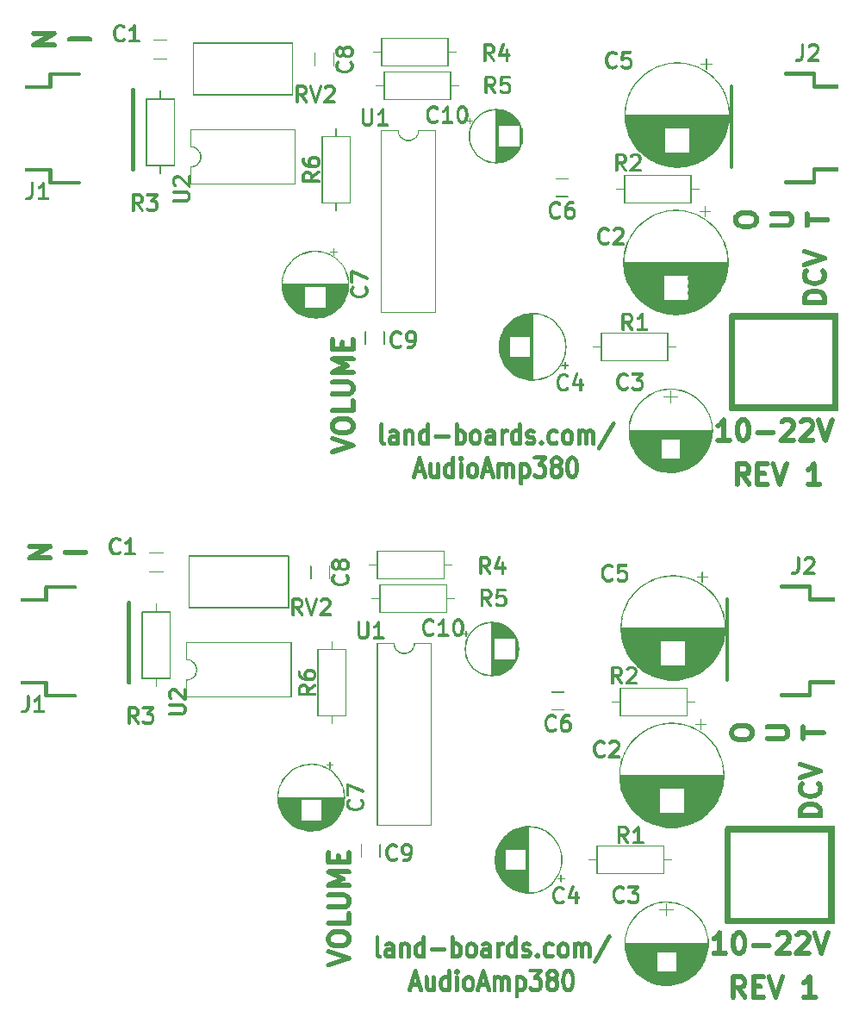
<source format=gto>
%MOIN*%
%OFA0B0*%
%FSLAX36Y36*%
%IPPOS*%
%LPD*%
%LPD*%
G36*
X003095619Y000732128D02*
G01*
X003098659Y000732609D01*
X003101405Y000734007D01*
X003103582Y000736184D01*
X003104980Y000738929D01*
X003105462Y000741970D01*
X003104980Y000745013D01*
X003103582Y000747756D01*
X003101405Y000749934D01*
X003098659Y000751331D01*
X003095619Y000751813D01*
X003016879Y000751813D01*
X003013837Y000751331D01*
X003011094Y000749934D01*
X003008916Y000747756D01*
X003007518Y000745013D01*
X003007037Y000741970D01*
X003007518Y000738929D01*
X003008916Y000736184D01*
X003011094Y000734007D01*
X003013837Y000732609D01*
X003016879Y000732128D01*
X003095619Y000732128D01*
G37*
G36*
X003016879Y000732128D02*
G01*
X003019920Y000732609D01*
X003022664Y000734007D01*
X003024841Y000736184D01*
X003026240Y000738929D01*
X003026722Y000741970D01*
X003026722Y000760718D01*
X003026240Y000763760D01*
X003024841Y000766503D01*
X003022664Y000768681D01*
X003019920Y000770079D01*
X003016879Y000770560D01*
X003013837Y000770079D01*
X003011094Y000768681D01*
X003008916Y000766503D01*
X003007518Y000763760D01*
X003007037Y000760718D01*
X003007037Y000741970D01*
X003007518Y000738929D01*
X003008916Y000736184D01*
X003011094Y000734007D01*
X003013837Y000732609D01*
X003016879Y000732128D01*
G37*
G36*
X003016879Y000750875D02*
G01*
X003019920Y000751356D01*
X003022664Y000752756D01*
X003024841Y000754933D01*
X003026240Y000757677D01*
X003029989Y000768925D01*
X003030471Y000771967D01*
X003029989Y000775008D01*
X003028592Y000777752D01*
X003026414Y000779929D01*
X003023669Y000781328D01*
X003020628Y000781808D01*
X003017587Y000781328D01*
X003014843Y000779929D01*
X003012666Y000777752D01*
X003011267Y000775008D01*
X003007518Y000763760D01*
X003007037Y000760718D01*
X003007518Y000757677D01*
X003008916Y000754933D01*
X003011094Y000752756D01*
X003013837Y000751356D01*
X003016879Y000750875D01*
G37*
G36*
X003020628Y000762123D02*
G01*
X003023669Y000762606D01*
X003026414Y000764003D01*
X003036090Y000773681D01*
X003037489Y000776424D01*
X003037970Y000779465D01*
X003037489Y000782507D01*
X003036090Y000785251D01*
X003033912Y000787429D01*
X003031169Y000788826D01*
X003028128Y000789308D01*
X003025086Y000788826D01*
X003022342Y000787429D01*
X003020165Y000785251D01*
X003012666Y000777752D01*
X003011267Y000775008D01*
X003010786Y000771967D01*
X003011267Y000768925D01*
X003012666Y000766181D01*
X003014843Y000764003D01*
X003017587Y000762606D01*
X003020628Y000762123D01*
G37*
G36*
X003028128Y000769622D02*
G01*
X003031169Y000770105D01*
X003038667Y000773855D01*
X003041412Y000775252D01*
X003043589Y000777430D01*
X003044988Y000780174D01*
X003045469Y000783216D01*
X003044988Y000786257D01*
X003043589Y000789000D01*
X003041412Y000791178D01*
X003038667Y000792577D01*
X003035627Y000793058D01*
X003032585Y000792577D01*
X003025086Y000788826D01*
X003022342Y000787429D01*
X003020165Y000785251D01*
X003018767Y000782507D01*
X003018285Y000779465D01*
X003018767Y000776424D01*
X003020165Y000773681D01*
X003022342Y000771502D01*
X003025086Y000770105D01*
X003028128Y000769622D01*
G37*
G36*
X003035627Y000773373D02*
G01*
X003038667Y000773855D01*
X003053666Y000777604D01*
X003056410Y000779003D01*
X003058587Y000781180D01*
X003059986Y000783923D01*
X003060467Y000786964D01*
X003059986Y000790006D01*
X003058587Y000792750D01*
X003056410Y000794927D01*
X003053666Y000796326D01*
X003050624Y000796807D01*
X003047582Y000796326D01*
X003032585Y000792577D01*
X003029841Y000791178D01*
X003027664Y000789000D01*
X003026265Y000786257D01*
X003025784Y000783216D01*
X003026265Y000780174D01*
X003027664Y000777430D01*
X003029841Y000775252D01*
X003032585Y000773855D01*
X003035627Y000773373D01*
G37*
G36*
X003061873Y000777122D02*
G01*
X003064915Y000777604D01*
X003067659Y000779003D01*
X003069836Y000781180D01*
X003071234Y000783923D01*
X003071716Y000786964D01*
X003071234Y000790006D01*
X003069836Y000792750D01*
X003067659Y000794927D01*
X003064915Y000796326D01*
X003061873Y000796807D01*
X003050624Y000796807D01*
X003047582Y000796326D01*
X003044838Y000794927D01*
X003042661Y000792750D01*
X003041263Y000790006D01*
X003040782Y000786964D01*
X003041263Y000783923D01*
X003042661Y000781180D01*
X003044838Y000779003D01*
X003047582Y000777604D01*
X003050624Y000777122D01*
X003061873Y000777122D01*
G37*
G36*
X003076872Y000773373D02*
G01*
X003079913Y000773855D01*
X003082656Y000775252D01*
X003084834Y000777430D01*
X003086232Y000780174D01*
X003086713Y000783216D01*
X003086232Y000786257D01*
X003084834Y000789000D01*
X003082656Y000791178D01*
X003079913Y000792577D01*
X003064915Y000796326D01*
X003061873Y000796807D01*
X003058831Y000796326D01*
X003056088Y000794927D01*
X003053910Y000792750D01*
X003052513Y000790006D01*
X003052030Y000786964D01*
X003052513Y000783923D01*
X003053910Y000781180D01*
X003056088Y000779003D01*
X003058831Y000777604D01*
X003073830Y000773855D01*
X003076872Y000773373D01*
G37*
G36*
X003084370Y000769622D02*
G01*
X003087412Y000770105D01*
X003090156Y000771502D01*
X003092334Y000773681D01*
X003093731Y000776424D01*
X003094213Y000779465D01*
X003093731Y000782507D01*
X003092334Y000785251D01*
X003090156Y000787429D01*
X003087412Y000788826D01*
X003079913Y000792577D01*
X003076872Y000793058D01*
X003073830Y000792577D01*
X003071086Y000791178D01*
X003068908Y000789000D01*
X003067511Y000786257D01*
X003067029Y000783216D01*
X003067511Y000780174D01*
X003068908Y000777430D01*
X003071086Y000775252D01*
X003073830Y000773855D01*
X003081329Y000770105D01*
X003084370Y000769622D01*
G37*
G36*
X003091870Y000762123D02*
G01*
X003094911Y000762606D01*
X003097654Y000764003D01*
X003099832Y000766181D01*
X003101230Y000768925D01*
X003101712Y000771967D01*
X003101230Y000775008D01*
X003099832Y000777752D01*
X003097654Y000779929D01*
X003090156Y000787429D01*
X003087412Y000788826D01*
X003084370Y000789308D01*
X003081329Y000788826D01*
X003078585Y000787429D01*
X003076408Y000785251D01*
X003075009Y000782507D01*
X003074528Y000779465D01*
X003075009Y000776424D01*
X003076408Y000773681D01*
X003078585Y000771502D01*
X003086084Y000764003D01*
X003088828Y000762606D01*
X003091870Y000762123D01*
G37*
G36*
X003095619Y000750875D02*
G01*
X003098659Y000751356D01*
X003101405Y000752756D01*
X003103582Y000754933D01*
X003104980Y000757677D01*
X003105462Y000760718D01*
X003104980Y000763760D01*
X003101230Y000775008D01*
X003099832Y000777752D01*
X003097654Y000779929D01*
X003094911Y000781328D01*
X003091870Y000781808D01*
X003088828Y000781328D01*
X003086084Y000779929D01*
X003083905Y000777752D01*
X003082509Y000775008D01*
X003082027Y000771967D01*
X003082509Y000768925D01*
X003086258Y000757677D01*
X003087656Y000754933D01*
X003089834Y000752756D01*
X003092577Y000751356D01*
X003095619Y000750875D01*
G37*
G36*
X003095619Y000732128D02*
G01*
X003098659Y000732609D01*
X003101405Y000734007D01*
X003103582Y000736184D01*
X003104980Y000738929D01*
X003105462Y000741970D01*
X003105462Y000760718D01*
X003104980Y000763760D01*
X003103582Y000766503D01*
X003101405Y000768681D01*
X003098659Y000770079D01*
X003095619Y000770560D01*
X003092577Y000770079D01*
X003089834Y000768681D01*
X003087656Y000766503D01*
X003086258Y000763760D01*
X003085777Y000760718D01*
X003085777Y000741970D01*
X003086258Y000738929D01*
X003087656Y000736184D01*
X003089834Y000734007D01*
X003092577Y000732609D01*
X003095619Y000732128D01*
G37*
G36*
X003091870Y000852113D02*
G01*
X003094911Y000852595D01*
X003097654Y000853992D01*
X003099832Y000856170D01*
X003101230Y000858914D01*
X003101712Y000861956D01*
X003101230Y000864997D01*
X003099832Y000867741D01*
X003093905Y000873667D01*
X003091162Y000875066D01*
X003088119Y000875548D01*
X003085078Y000875066D01*
X003082334Y000873667D01*
X003080157Y000871491D01*
X003078760Y000868746D01*
X003078276Y000865705D01*
X003078760Y000862664D01*
X003080157Y000859920D01*
X003086084Y000853992D01*
X003088828Y000852595D01*
X003091870Y000852113D01*
G37*
G36*
X003095619Y000840865D02*
G01*
X003098659Y000841346D01*
X003101405Y000842744D01*
X003103582Y000844922D01*
X003104980Y000847664D01*
X003105462Y000850707D01*
X003104980Y000853747D01*
X003101230Y000864997D01*
X003099832Y000867741D01*
X003097654Y000869918D01*
X003094911Y000871317D01*
X003091870Y000871798D01*
X003088828Y000871317D01*
X003086084Y000869918D01*
X003083905Y000867741D01*
X003082509Y000864997D01*
X003082027Y000861956D01*
X003082509Y000858914D01*
X003086258Y000847664D01*
X003087656Y000844922D01*
X003089834Y000842744D01*
X003092577Y000841346D01*
X003095619Y000840865D01*
G37*
G36*
X003095619Y000833365D02*
G01*
X003098659Y000833847D01*
X003101405Y000835245D01*
X003103582Y000837423D01*
X003104980Y000840166D01*
X003105462Y000843207D01*
X003105462Y000850707D01*
X003104980Y000853747D01*
X003103582Y000856492D01*
X003101405Y000858669D01*
X003098659Y000860068D01*
X003095619Y000860549D01*
X003092577Y000860068D01*
X003089834Y000858669D01*
X003087656Y000856492D01*
X003086258Y000853747D01*
X003085777Y000850707D01*
X003085777Y000843207D01*
X003086258Y000840166D01*
X003087656Y000837423D01*
X003089834Y000835245D01*
X003092577Y000833847D01*
X003095619Y000833365D01*
G37*
G36*
X003091870Y000822117D02*
G01*
X003094911Y000822598D01*
X003097654Y000823996D01*
X003099832Y000826174D01*
X003101230Y000828916D01*
X003104980Y000840166D01*
X003105462Y000843207D01*
X003104980Y000846250D01*
X003103582Y000848993D01*
X003101405Y000851171D01*
X003098659Y000852568D01*
X003095619Y000853050D01*
X003092577Y000852568D01*
X003089834Y000851171D01*
X003087656Y000848993D01*
X003086258Y000846250D01*
X003082509Y000835000D01*
X003082027Y000831959D01*
X003082509Y000828916D01*
X003083905Y000826174D01*
X003086084Y000823996D01*
X003088828Y000822598D01*
X003091870Y000822117D01*
G37*
G36*
X003084370Y000814617D02*
G01*
X003087412Y000815100D01*
X003090156Y000816498D01*
X003092334Y000818674D01*
X003092334Y000818676D01*
X003099832Y000826174D01*
X003101230Y000828916D01*
X003101712Y000831959D01*
X003101230Y000835000D01*
X003099832Y000837745D01*
X003097654Y000839922D01*
X003094911Y000841320D01*
X003091870Y000841802D01*
X003088828Y000841320D01*
X003086084Y000839922D01*
X003076408Y000830245D01*
X003075009Y000827501D01*
X003074528Y000824460D01*
X003075009Y000821418D01*
X003076408Y000818674D01*
X003078585Y000816498D01*
X003081329Y000815100D01*
X003084370Y000814617D01*
G37*
G36*
X003076872Y000810868D02*
G01*
X003079913Y000811350D01*
X003087412Y000815100D01*
X003090156Y000816498D01*
X003092334Y000818674D01*
X003093731Y000821418D01*
X003094213Y000824460D01*
X003093731Y000827501D01*
X003092334Y000830245D01*
X003090156Y000832423D01*
X003087412Y000833821D01*
X003084370Y000834302D01*
X003081329Y000833821D01*
X003073830Y000830072D01*
X003071086Y000828674D01*
X003068908Y000826495D01*
X003067511Y000823753D01*
X003067029Y000820711D01*
X003067511Y000817670D01*
X003068908Y000814925D01*
X003071086Y000812748D01*
X003073830Y000811350D01*
X003076872Y000810868D01*
G37*
G36*
X003061873Y000807119D02*
G01*
X003064915Y000807600D01*
X003079913Y000811350D01*
X003082656Y000812748D01*
X003084834Y000814925D01*
X003086232Y000817670D01*
X003086713Y000820711D01*
X003086232Y000823753D01*
X003084834Y000826495D01*
X003082656Y000828674D01*
X003079913Y000830072D01*
X003076872Y000830553D01*
X003073830Y000830072D01*
X003058831Y000826322D01*
X003056088Y000824924D01*
X003053910Y000822747D01*
X003052513Y000820002D01*
X003052030Y000816961D01*
X003052513Y000813919D01*
X003053910Y000811176D01*
X003056088Y000808998D01*
X003058831Y000807600D01*
X003061873Y000807119D01*
G37*
G36*
X003061873Y000807119D02*
G01*
X003064915Y000807600D01*
X003067659Y000808998D01*
X003069836Y000811176D01*
X003071234Y000813919D01*
X003071716Y000816961D01*
X003071234Y000820002D01*
X003069836Y000822747D01*
X003067659Y000824924D01*
X003064915Y000826322D01*
X003061873Y000826804D01*
X003050624Y000826804D01*
X003047582Y000826322D01*
X003044838Y000824924D01*
X003042661Y000822747D01*
X003041263Y000820002D01*
X003040782Y000816961D01*
X003041263Y000813919D01*
X003042661Y000811176D01*
X003044838Y000808998D01*
X003047582Y000807600D01*
X003050624Y000807119D01*
X003061873Y000807119D01*
G37*
G36*
X003050624Y000807119D02*
G01*
X003053666Y000807600D01*
X003056410Y000808998D01*
X003058587Y000811176D01*
X003059986Y000813919D01*
X003060467Y000816961D01*
X003059986Y000820002D01*
X003058587Y000822747D01*
X003056410Y000824924D01*
X003053666Y000826322D01*
X003038667Y000830072D01*
X003035627Y000830553D01*
X003032585Y000830072D01*
X003029841Y000828674D01*
X003027664Y000826495D01*
X003026265Y000823753D01*
X003025784Y000820711D01*
X003026265Y000817670D01*
X003027664Y000814925D01*
X003029841Y000812748D01*
X003032585Y000811350D01*
X003047582Y000807600D01*
X003050624Y000807119D01*
G37*
G36*
X003035627Y000810868D02*
G01*
X003038667Y000811350D01*
X003041412Y000812748D01*
X003043589Y000814925D01*
X003044988Y000817670D01*
X003045469Y000820711D01*
X003044988Y000823753D01*
X003043589Y000826495D01*
X003041412Y000828674D01*
X003038667Y000830072D01*
X003031169Y000833821D01*
X003028128Y000834302D01*
X003025086Y000833821D01*
X003022342Y000832423D01*
X003020165Y000830245D01*
X003018767Y000827501D01*
X003018285Y000824460D01*
X003018767Y000821418D01*
X003020165Y000818674D01*
X003022342Y000816498D01*
X003025086Y000815100D01*
X003032585Y000811350D01*
X003035627Y000810868D01*
G37*
G36*
X003028128Y000814617D02*
G01*
X003031169Y000815100D01*
X003033912Y000816498D01*
X003036090Y000818674D01*
X003037489Y000821418D01*
X003037970Y000824460D01*
X003037489Y000827501D01*
X003036090Y000830245D01*
X003033912Y000832423D01*
X003026414Y000839922D01*
X003023669Y000841320D01*
X003020628Y000841802D01*
X003017587Y000841320D01*
X003014843Y000839922D01*
X003012666Y000837745D01*
X003011267Y000835000D01*
X003010786Y000831959D01*
X003011267Y000828916D01*
X003012666Y000826174D01*
X003022342Y000816498D01*
X003025086Y000815100D01*
X003028128Y000814617D01*
G37*
G36*
X003020628Y000822117D02*
G01*
X003023669Y000822598D01*
X003026414Y000823996D01*
X003028592Y000826174D01*
X003029989Y000828916D01*
X003030471Y000831959D01*
X003029989Y000835000D01*
X003026240Y000846250D01*
X003024841Y000848993D01*
X003022664Y000851171D01*
X003019920Y000852568D01*
X003016879Y000853050D01*
X003013837Y000852568D01*
X003011094Y000851171D01*
X003008916Y000848993D01*
X003007518Y000846250D01*
X003007037Y000843207D01*
X003007518Y000840166D01*
X003011267Y000828916D01*
X003012666Y000826174D01*
X003014843Y000823996D01*
X003017587Y000822598D01*
X003020628Y000822117D01*
G37*
G36*
X003016879Y000833365D02*
G01*
X003019920Y000833847D01*
X003022664Y000835245D01*
X003024841Y000837423D01*
X003026240Y000840166D01*
X003026722Y000843207D01*
X003026722Y000850707D01*
X003026240Y000853747D01*
X003024841Y000856492D01*
X003022664Y000858669D01*
X003019920Y000860068D01*
X003016879Y000860549D01*
X003013837Y000860068D01*
X003011094Y000858669D01*
X003008916Y000856492D01*
X003007518Y000853747D01*
X003007037Y000850707D01*
X003007037Y000843207D01*
X003007518Y000840166D01*
X003008916Y000837423D01*
X003011094Y000835245D01*
X003013837Y000833847D01*
X003016879Y000833365D01*
G37*
G36*
X003016879Y000840865D02*
G01*
X003019920Y000841346D01*
X003022664Y000842744D01*
X003024841Y000844922D01*
X003026240Y000847664D01*
X003029989Y000858914D01*
X003030471Y000861956D01*
X003029989Y000864997D01*
X003028592Y000867741D01*
X003026414Y000869918D01*
X003023669Y000871317D01*
X003020628Y000871798D01*
X003017587Y000871317D01*
X003014843Y000869918D01*
X003012666Y000867741D01*
X003011267Y000864997D01*
X003007518Y000853747D01*
X003007037Y000850707D01*
X003007518Y000847664D01*
X003008916Y000844922D01*
X003011094Y000842744D01*
X003013837Y000841346D01*
X003016879Y000840865D01*
G37*
G36*
X003020628Y000852113D02*
G01*
X003023669Y000852595D01*
X003026414Y000853992D01*
X003030164Y000857742D01*
X003030163Y000857742D01*
X003032341Y000859920D01*
X003033739Y000862664D01*
X003034220Y000865705D01*
X003033739Y000868746D01*
X003032341Y000871491D01*
X003030163Y000873667D01*
X003027420Y000875066D01*
X003024378Y000875548D01*
X003021337Y000875066D01*
X003018592Y000873667D01*
X003016415Y000871491D01*
X003012666Y000867741D01*
X003011267Y000864997D01*
X003010786Y000861956D01*
X003011267Y000858914D01*
X003012666Y000856170D01*
X003014843Y000853992D01*
X003017587Y000852595D01*
X003020628Y000852113D01*
G37*
G36*
X003016879Y000878359D02*
G01*
X003019920Y000878841D01*
X003098659Y000905088D01*
X003101405Y000906486D01*
X003103582Y000908663D01*
X003104980Y000911407D01*
X003105462Y000914449D01*
X003104980Y000917490D01*
X003103582Y000920233D01*
X003101405Y000922410D01*
X003098659Y000923810D01*
X003095619Y000924291D01*
X003092577Y000923810D01*
X003013837Y000897563D01*
X003011094Y000896164D01*
X003008916Y000893987D01*
X003007518Y000891244D01*
X003007037Y000888202D01*
X003007518Y000885161D01*
X003008916Y000882416D01*
X003011094Y000880239D01*
X003013837Y000878841D01*
X003016879Y000878359D01*
G37*
G36*
X003095619Y000904606D02*
G01*
X003098659Y000905088D01*
X003101405Y000906486D01*
X003103582Y000908663D01*
X003104980Y000911407D01*
X003105462Y000914449D01*
X003104980Y000917490D01*
X003103582Y000920233D01*
X003101405Y000922410D01*
X003098659Y000923810D01*
X003019920Y000950057D01*
X003016879Y000950539D01*
X003013837Y000950057D01*
X003011094Y000948658D01*
X003008916Y000946481D01*
X003007518Y000943737D01*
X003007037Y000940696D01*
X003007518Y000937654D01*
X003008916Y000934911D01*
X003011094Y000932733D01*
X003013837Y000931334D01*
X003092577Y000905088D01*
X003095619Y000904606D01*
G37*
G36*
X002802513Y000030245D02*
G01*
X002805554Y000030728D01*
X002808298Y000032126D01*
X002810475Y000034303D01*
X002811874Y000037047D01*
X002812355Y000040088D01*
X002811874Y000043130D01*
X002810475Y000045873D01*
X002784229Y000083369D01*
X002782051Y000085545D01*
X002779308Y000086945D01*
X002776266Y000087426D01*
X002773225Y000086945D01*
X002770480Y000085545D01*
X002768303Y000083369D01*
X002766905Y000080625D01*
X002766423Y000077584D01*
X002766905Y000074542D01*
X002768303Y000071798D01*
X002794549Y000034303D01*
X002796727Y000032126D01*
X002799471Y000030728D01*
X002802513Y000030245D01*
G37*
G36*
X002757518Y000030245D02*
G01*
X002760559Y000030728D01*
X002763304Y000032126D01*
X002765479Y000034303D01*
X002766879Y000037047D01*
X002767360Y000040088D01*
X002767360Y000118828D01*
X002766879Y000121870D01*
X002765479Y000124613D01*
X002763304Y000126790D01*
X002760559Y000128189D01*
X002757518Y000128670D01*
X002754476Y000128189D01*
X002751733Y000126790D01*
X002749555Y000124613D01*
X002748156Y000121870D01*
X002747676Y000118828D01*
X002747676Y000040088D01*
X002748156Y000037047D01*
X002749555Y000034303D01*
X002751733Y000032126D01*
X002754476Y000030728D01*
X002757518Y000030245D01*
G37*
G36*
X002787515Y000108985D02*
G01*
X002790555Y000109468D01*
X002793300Y000110866D01*
X002795477Y000113043D01*
X002796875Y000115786D01*
X002797357Y000118828D01*
X002796875Y000121870D01*
X002795477Y000124613D01*
X002793300Y000126790D01*
X002790555Y000128189D01*
X002787515Y000128670D01*
X002757518Y000128670D01*
X002754476Y000128189D01*
X002751733Y000126790D01*
X002749555Y000124613D01*
X002748156Y000121870D01*
X002747676Y000118828D01*
X002748156Y000115786D01*
X002749555Y000113043D01*
X002751733Y000110866D01*
X002754476Y000109468D01*
X002757518Y000108985D01*
X002787515Y000108985D01*
G37*
G36*
X002795012Y000105236D02*
G01*
X002798055Y000105718D01*
X002800798Y000107117D01*
X002802977Y000109293D01*
X002804373Y000112038D01*
X002804856Y000115079D01*
X002804373Y000118121D01*
X002802977Y000120863D01*
X002800798Y000123042D01*
X002798055Y000124440D01*
X002790555Y000128189D01*
X002787515Y000128670D01*
X002784473Y000128189D01*
X002781729Y000126790D01*
X002779551Y000124613D01*
X002778154Y000121870D01*
X002777672Y000118828D01*
X002778154Y000115786D01*
X002779551Y000113043D01*
X002781729Y000110866D01*
X002784473Y000109468D01*
X002791972Y000105718D01*
X002795012Y000105236D01*
G37*
G36*
X002798762Y000101487D02*
G01*
X002801804Y000101968D01*
X002804548Y000103366D01*
X002806726Y000105544D01*
X002808123Y000108287D01*
X002808605Y000111330D01*
X002808123Y000114370D01*
X002806726Y000117115D01*
X002800798Y000123042D01*
X002798055Y000124440D01*
X002795012Y000124920D01*
X002791972Y000124440D01*
X002789228Y000123042D01*
X002787051Y000120863D01*
X002785652Y000118121D01*
X002785171Y000115079D01*
X002785652Y000112038D01*
X002787051Y000109293D01*
X002792978Y000103366D01*
X002795721Y000101968D01*
X002798762Y000101487D01*
G37*
G36*
X002802513Y000093987D02*
G01*
X002805554Y000094470D01*
X002808298Y000095868D01*
X002810475Y000098044D01*
X002811874Y000100789D01*
X002812355Y000103830D01*
X002811874Y000106872D01*
X002808123Y000114370D01*
X002806726Y000117115D01*
X002804548Y000119292D01*
X002801804Y000120691D01*
X002798762Y000121172D01*
X002795721Y000120691D01*
X002792978Y000119292D01*
X002790800Y000117115D01*
X002789403Y000114370D01*
X002788920Y000111330D01*
X002789403Y000108287D01*
X002793152Y000100789D01*
X002794549Y000098044D01*
X002796727Y000095868D01*
X002799471Y000094470D01*
X002802513Y000093987D01*
G37*
G36*
X002802513Y000082739D02*
G01*
X002805554Y000083221D01*
X002808298Y000084619D01*
X002810475Y000086796D01*
X002811874Y000089540D01*
X002812355Y000092582D01*
X002812355Y000103830D01*
X002811874Y000106872D01*
X002810475Y000109615D01*
X002808298Y000111793D01*
X002805554Y000113191D01*
X002802513Y000113672D01*
X002799471Y000113191D01*
X002796727Y000111793D01*
X002794549Y000109615D01*
X002793152Y000106872D01*
X002792670Y000103830D01*
X002792670Y000092582D01*
X002793152Y000089540D01*
X002794549Y000086796D01*
X002796727Y000084619D01*
X002799471Y000083221D01*
X002802513Y000082739D01*
G37*
G36*
X002798762Y000075240D02*
G01*
X002801804Y000075722D01*
X002804548Y000077120D01*
X002806726Y000079297D01*
X002808123Y000082041D01*
X002811874Y000089540D01*
X002812355Y000092582D01*
X002811874Y000095623D01*
X002810475Y000098366D01*
X002808298Y000100544D01*
X002805554Y000101942D01*
X002802513Y000102424D01*
X002799471Y000101942D01*
X002796727Y000100544D01*
X002794549Y000098366D01*
X002793152Y000095623D01*
X002789403Y000088124D01*
X002788920Y000085082D01*
X002789403Y000082041D01*
X002790800Y000079297D01*
X002792978Y000077120D01*
X002795721Y000075722D01*
X002798762Y000075240D01*
G37*
G36*
X002795012Y000071491D02*
G01*
X002798055Y000071972D01*
X002800798Y000073371D01*
X002804548Y000077120D01*
X002806726Y000079297D01*
X002808123Y000082041D01*
X002808605Y000085082D01*
X002808123Y000088124D01*
X002806726Y000090868D01*
X002804548Y000093046D01*
X002801804Y000094443D01*
X002798762Y000094924D01*
X002795721Y000094443D01*
X002792978Y000093046D01*
X002787051Y000087118D01*
X002785652Y000084374D01*
X002785171Y000081333D01*
X002785652Y000078292D01*
X002787051Y000075548D01*
X002789228Y000073371D01*
X002791972Y000071972D01*
X002795012Y000071491D01*
G37*
G36*
X002787515Y000067741D02*
G01*
X002790555Y000068223D01*
X002798055Y000071972D01*
X002800798Y000073371D01*
X002802977Y000075548D01*
X002804373Y000078292D01*
X002804856Y000081333D01*
X002804373Y000084374D01*
X002802977Y000087118D01*
X002800798Y000089296D01*
X002798055Y000090694D01*
X002795012Y000091176D01*
X002791972Y000090694D01*
X002784473Y000086945D01*
X002781729Y000085545D01*
X002779551Y000083369D01*
X002778154Y000080625D01*
X002777672Y000077584D01*
X002778154Y000074542D01*
X002779551Y000071798D01*
X002781729Y000069620D01*
X002784473Y000068223D01*
X002787515Y000067741D01*
G37*
G36*
X002787515Y000067741D02*
G01*
X002790555Y000068223D01*
X002793300Y000069620D01*
X002795477Y000071798D01*
X002796875Y000074542D01*
X002797357Y000077584D01*
X002796875Y000080625D01*
X002795477Y000083369D01*
X002793300Y000085545D01*
X002790555Y000086945D01*
X002787515Y000087426D01*
X002757518Y000087426D01*
X002754476Y000086945D01*
X002751733Y000085545D01*
X002749555Y000083369D01*
X002748156Y000080625D01*
X002747676Y000077584D01*
X002748156Y000074542D01*
X002749555Y000071798D01*
X002751733Y000069620D01*
X002754476Y000068223D01*
X002757518Y000067741D01*
X002787515Y000067741D01*
G37*
G36*
X002862505Y000071491D02*
G01*
X002865547Y000071972D01*
X002868291Y000073371D01*
X002870468Y000075548D01*
X002871866Y000078292D01*
X002872348Y000081333D01*
X002871866Y000084374D01*
X002870468Y000087118D01*
X002868291Y000089296D01*
X002865547Y000090694D01*
X002862505Y000091176D01*
X002836258Y000091176D01*
X002833216Y000090694D01*
X002830473Y000089296D01*
X002828295Y000087118D01*
X002826897Y000084374D01*
X002826416Y000081333D01*
X002826897Y000078292D01*
X002828295Y000075548D01*
X002830473Y000073371D01*
X002833216Y000071972D01*
X002836258Y000071491D01*
X002862505Y000071491D01*
G37*
G36*
X002873752Y000030245D02*
G01*
X002876795Y000030728D01*
X002879538Y000032126D01*
X002881717Y000034303D01*
X002883113Y000037047D01*
X002883595Y000040088D01*
X002883113Y000043130D01*
X002881717Y000045873D01*
X002879538Y000048051D01*
X002876795Y000049449D01*
X002873752Y000049930D01*
X002836258Y000049930D01*
X002833216Y000049449D01*
X002830473Y000048051D01*
X002828295Y000045873D01*
X002826897Y000043130D01*
X002826416Y000040088D01*
X002826897Y000037047D01*
X002828295Y000034303D01*
X002830473Y000032126D01*
X002833216Y000030728D01*
X002836258Y000030245D01*
X002873752Y000030245D01*
G37*
G36*
X002836258Y000030245D02*
G01*
X002839299Y000030728D01*
X002842044Y000032126D01*
X002844221Y000034303D01*
X002845619Y000037047D01*
X002846101Y000040088D01*
X002846101Y000118828D01*
X002845619Y000121870D01*
X002844221Y000124613D01*
X002842044Y000126790D01*
X002839299Y000128189D01*
X002836258Y000128670D01*
X002833216Y000128189D01*
X002830473Y000126790D01*
X002828295Y000124613D01*
X002826897Y000121870D01*
X002826416Y000118828D01*
X002826416Y000040088D01*
X002826897Y000037047D01*
X002828295Y000034303D01*
X002830473Y000032126D01*
X002833216Y000030728D01*
X002836258Y000030245D01*
G37*
G36*
X002873752Y000108985D02*
G01*
X002876795Y000109468D01*
X002879538Y000110866D01*
X002881717Y000113043D01*
X002883113Y000115786D01*
X002883595Y000118828D01*
X002883113Y000121870D01*
X002881717Y000124613D01*
X002879538Y000126790D01*
X002876795Y000128189D01*
X002873752Y000128670D01*
X002836258Y000128670D01*
X002833216Y000128189D01*
X002830473Y000126790D01*
X002828295Y000124613D01*
X002826897Y000121870D01*
X002826416Y000118828D01*
X002826897Y000115786D01*
X002828295Y000113043D01*
X002830473Y000110866D01*
X002833216Y000109468D01*
X002836258Y000108985D01*
X002873752Y000108985D01*
G37*
G36*
X002922496Y000030245D02*
G01*
X002925539Y000030728D01*
X002928282Y000032126D01*
X002930460Y000034303D01*
X002931858Y000037047D01*
X002932339Y000040088D01*
X002931858Y000043130D01*
X002905612Y000121870D01*
X002904212Y000124613D01*
X002902036Y000126790D01*
X002899292Y000128189D01*
X002896250Y000128670D01*
X002893209Y000128189D01*
X002890466Y000126790D01*
X002888288Y000124613D01*
X002886890Y000121870D01*
X002886408Y000118828D01*
X002886890Y000115786D01*
X002913137Y000037047D01*
X002914535Y000034303D01*
X002916712Y000032126D01*
X002919456Y000030728D01*
X002922496Y000030245D01*
G37*
G36*
X002922496Y000030245D02*
G01*
X002925539Y000030728D01*
X002928282Y000032126D01*
X002930460Y000034303D01*
X002931858Y000037047D01*
X002958105Y000115786D01*
X002958587Y000118828D01*
X002958105Y000121870D01*
X002956706Y000124613D01*
X002954530Y000126790D01*
X002951785Y000128189D01*
X002948744Y000128670D01*
X002945703Y000128189D01*
X002942959Y000126790D01*
X002940782Y000124613D01*
X002939383Y000121870D01*
X002913137Y000043130D01*
X002912654Y000040088D01*
X002913137Y000037047D01*
X002914535Y000034303D01*
X002916712Y000032126D01*
X002919456Y000030728D01*
X002922496Y000030245D01*
G37*
G36*
X003076228Y000030245D02*
G01*
X003079270Y000030728D01*
X003082014Y000032126D01*
X003084192Y000034303D01*
X003085589Y000037047D01*
X003086071Y000040088D01*
X003085589Y000043130D01*
X003084192Y000045873D01*
X003082014Y000048051D01*
X003079270Y000049449D01*
X003076228Y000049930D01*
X003031233Y000049930D01*
X003028193Y000049449D01*
X003025447Y000048051D01*
X003023271Y000045873D01*
X003021872Y000043130D01*
X003021390Y000040088D01*
X003021872Y000037047D01*
X003023271Y000034303D01*
X003025447Y000032126D01*
X003028193Y000030728D01*
X003031233Y000030245D01*
X003076228Y000030245D01*
G37*
G36*
X003053731Y000030245D02*
G01*
X003056773Y000030728D01*
X003059517Y000032126D01*
X003061694Y000034303D01*
X003063092Y000037047D01*
X003063574Y000040088D01*
X003063574Y000118828D01*
X003063092Y000121870D01*
X003061694Y000124613D01*
X003059517Y000126790D01*
X003056773Y000128189D01*
X003053731Y000128670D01*
X003050689Y000128189D01*
X003047945Y000126790D01*
X003045768Y000124613D01*
X003044370Y000121870D01*
X003043889Y000118828D01*
X003043889Y000040088D01*
X003044370Y000037047D01*
X003045768Y000034303D01*
X003047945Y000032126D01*
X003050689Y000030728D01*
X003053731Y000030245D01*
G37*
G36*
X003046232Y000097738D02*
G01*
X003049274Y000098219D01*
X003052017Y000099617D01*
X003054195Y000101795D01*
X003061694Y000113043D01*
X003063092Y000115786D01*
X003063574Y000118828D01*
X003063092Y000121870D01*
X003061694Y000124613D01*
X003059517Y000126790D01*
X003056773Y000128189D01*
X003053731Y000128670D01*
X003050689Y000128189D01*
X003047945Y000126790D01*
X003045768Y000124613D01*
X003038269Y000113366D01*
X003036871Y000110621D01*
X003036389Y000107579D01*
X003036871Y000104538D01*
X003038269Y000101795D01*
X003040446Y000099617D01*
X003043191Y000098219D01*
X003046232Y000097738D01*
G37*
G36*
X003038733Y000090238D02*
G01*
X003041774Y000090720D01*
X003044519Y000092118D01*
X003054195Y000101795D01*
X003055593Y000104538D01*
X003056073Y000107579D01*
X003055593Y000110621D01*
X003054195Y000113366D01*
X003052017Y000115541D01*
X003049274Y000116939D01*
X003046232Y000117423D01*
X003043191Y000116939D01*
X003040446Y000115541D01*
X003038269Y000113366D01*
X003030770Y000105866D01*
X003029372Y000103123D01*
X003028891Y000100080D01*
X003029372Y000097039D01*
X003030770Y000094295D01*
X003032948Y000092118D01*
X003035690Y000090720D01*
X003038733Y000090238D01*
G37*
G36*
X003031233Y000086489D02*
G01*
X003034276Y000086970D01*
X003041774Y000090720D01*
X003044519Y000092118D01*
X003046695Y000094295D01*
X003048094Y000097039D01*
X003048576Y000100080D01*
X003048094Y000103123D01*
X003046695Y000105866D01*
X003044519Y000108044D01*
X003041774Y000109441D01*
X003038733Y000109923D01*
X003035690Y000109441D01*
X003028193Y000105692D01*
X003025447Y000104294D01*
X003023271Y000102117D01*
X003021872Y000099372D01*
X003021390Y000096331D01*
X003021872Y000093289D01*
X003023271Y000090546D01*
X003025447Y000088368D01*
X003028193Y000086970D01*
X003031233Y000086489D01*
G37*
G36*
X001191879Y000154644D02*
G01*
X001194920Y000155125D01*
X001273661Y000181372D01*
X001276404Y000182770D01*
X001278582Y000184948D01*
X001279980Y000187691D01*
X001280461Y000190733D01*
X001279980Y000193774D01*
X001278582Y000196518D01*
X001276404Y000198696D01*
X001273661Y000200094D01*
X001270619Y000200575D01*
X001267578Y000200094D01*
X001188838Y000173848D01*
X001186094Y000172449D01*
X001183916Y000170272D01*
X001182518Y000167528D01*
X001182037Y000164486D01*
X001182518Y000161444D01*
X001183916Y000158701D01*
X001186094Y000156523D01*
X001188838Y000155125D01*
X001191879Y000154644D01*
G37*
G36*
X001270619Y000180890D02*
G01*
X001273661Y000181372D01*
X001276404Y000182770D01*
X001278582Y000184948D01*
X001279980Y000187691D01*
X001280461Y000190733D01*
X001279980Y000193774D01*
X001278582Y000196518D01*
X001276404Y000198696D01*
X001273661Y000200094D01*
X001194920Y000226341D01*
X001191879Y000226822D01*
X001188838Y000226341D01*
X001186094Y000224943D01*
X001183916Y000222765D01*
X001182518Y000220022D01*
X001182037Y000216979D01*
X001182518Y000213938D01*
X001183916Y000211194D01*
X001186094Y000209017D01*
X001188838Y000207620D01*
X001267578Y000181372D01*
X001270619Y000180890D01*
G37*
G36*
X001191879Y000248382D02*
G01*
X001194920Y000248864D01*
X001197664Y000250263D01*
X001199841Y000252439D01*
X001201240Y000255184D01*
X001201722Y000258224D01*
X001201722Y000273223D01*
X001201240Y000276264D01*
X001199841Y000279008D01*
X001197664Y000281185D01*
X001194920Y000282584D01*
X001191879Y000283065D01*
X001188838Y000282584D01*
X001186094Y000281185D01*
X001183916Y000279008D01*
X001182518Y000276264D01*
X001182037Y000273223D01*
X001182037Y000258224D01*
X001182518Y000255184D01*
X001183916Y000252439D01*
X001186094Y000250263D01*
X001188838Y000248864D01*
X001191879Y000248382D01*
G37*
G36*
X001191879Y000263380D02*
G01*
X001194920Y000263862D01*
X001197664Y000265260D01*
X001199841Y000267437D01*
X001201240Y000270181D01*
X001204989Y000277680D01*
X001205471Y000280722D01*
X001204989Y000283764D01*
X001203591Y000286507D01*
X001201414Y000288685D01*
X001198669Y000290082D01*
X001195628Y000290564D01*
X001192587Y000290082D01*
X001189843Y000288685D01*
X001187665Y000286507D01*
X001186267Y000283764D01*
X001182518Y000276264D01*
X001182037Y000273223D01*
X001182518Y000270181D01*
X001183916Y000267437D01*
X001186094Y000265260D01*
X001188838Y000263862D01*
X001191879Y000263380D01*
G37*
G36*
X001195628Y000270879D02*
G01*
X001198669Y000271361D01*
X001201414Y000272759D01*
X001211090Y000282436D01*
X001212488Y000285179D01*
X001212969Y000288221D01*
X001212488Y000291262D01*
X001211090Y000294007D01*
X001208912Y000296183D01*
X001206169Y000297582D01*
X001203127Y000298064D01*
X001200086Y000297582D01*
X001197342Y000296183D01*
X001189843Y000288685D01*
X001187665Y000286507D01*
X001186267Y000283764D01*
X001185786Y000280722D01*
X001186267Y000277680D01*
X001187665Y000274936D01*
X001189843Y000272759D01*
X001192587Y000271361D01*
X001195628Y000270879D01*
G37*
G36*
X001203127Y000278379D02*
G01*
X001206169Y000278860D01*
X001221167Y000282609D01*
X001223911Y000284008D01*
X001226088Y000286185D01*
X001227487Y000288929D01*
X001227968Y000291970D01*
X001227487Y000295013D01*
X001226088Y000297756D01*
X001223911Y000299934D01*
X001221167Y000301331D01*
X001218126Y000301813D01*
X001215084Y000301331D01*
X001200086Y000297582D01*
X001197342Y000296183D01*
X001195165Y000294007D01*
X001193767Y000291262D01*
X001193284Y000288221D01*
X001193767Y000285179D01*
X001195165Y000282436D01*
X001197342Y000280258D01*
X001200086Y000278860D01*
X001203127Y000278379D01*
G37*
G36*
X001244373Y000282128D02*
G01*
X001247414Y000282609D01*
X001250158Y000284008D01*
X001252335Y000286185D01*
X001253732Y000288929D01*
X001254215Y000291970D01*
X001253732Y000295013D01*
X001252335Y000297756D01*
X001250158Y000299934D01*
X001247414Y000301331D01*
X001244373Y000301813D01*
X001218126Y000301813D01*
X001215084Y000301331D01*
X001212340Y000299934D01*
X001210163Y000297756D01*
X001208765Y000295013D01*
X001208283Y000291970D01*
X001208765Y000288929D01*
X001210163Y000286185D01*
X001212340Y000284008D01*
X001215084Y000282609D01*
X001218126Y000282128D01*
X001244373Y000282128D01*
G37*
G36*
X001259371Y000278379D02*
G01*
X001262412Y000278860D01*
X001265156Y000280258D01*
X001267333Y000282436D01*
X001268732Y000285179D01*
X001269213Y000288221D01*
X001268732Y000291262D01*
X001267333Y000294007D01*
X001265156Y000296183D01*
X001262412Y000297582D01*
X001247414Y000301331D01*
X001244373Y000301813D01*
X001241331Y000301331D01*
X001238587Y000299934D01*
X001236410Y000297756D01*
X001235012Y000295013D01*
X001234530Y000291970D01*
X001235012Y000288929D01*
X001236410Y000286185D01*
X001238587Y000284008D01*
X001241331Y000282609D01*
X001256329Y000278860D01*
X001259371Y000278379D01*
G37*
G36*
X001266869Y000270879D02*
G01*
X001269909Y000271361D01*
X001272655Y000272759D01*
X001274832Y000274936D01*
X001276230Y000277680D01*
X001276712Y000280722D01*
X001276230Y000283764D01*
X001274832Y000286507D01*
X001272655Y000288685D01*
X001265156Y000296183D01*
X001262412Y000297582D01*
X001259371Y000298064D01*
X001256329Y000297582D01*
X001253586Y000296183D01*
X001251408Y000294007D01*
X001250010Y000291262D01*
X001249528Y000288221D01*
X001250010Y000285179D01*
X001251408Y000282436D01*
X001253586Y000280258D01*
X001261084Y000272759D01*
X001263827Y000271361D01*
X001266869Y000270879D01*
G37*
G36*
X001270619Y000263380D02*
G01*
X001273661Y000263862D01*
X001276404Y000265260D01*
X001278582Y000267437D01*
X001279980Y000270181D01*
X001280461Y000273223D01*
X001279980Y000276264D01*
X001276230Y000283764D01*
X001274832Y000286507D01*
X001272655Y000288685D01*
X001269909Y000290082D01*
X001266869Y000290564D01*
X001263827Y000290082D01*
X001261084Y000288685D01*
X001258907Y000286507D01*
X001257508Y000283764D01*
X001257027Y000280722D01*
X001257508Y000277680D01*
X001261257Y000270181D01*
X001262656Y000267437D01*
X001264832Y000265260D01*
X001267578Y000263862D01*
X001270619Y000263380D01*
G37*
G36*
X001270619Y000248382D02*
G01*
X001273661Y000248864D01*
X001276404Y000250263D01*
X001278582Y000252439D01*
X001279980Y000255184D01*
X001280461Y000258224D01*
X001280461Y000273223D01*
X001279980Y000276264D01*
X001278582Y000279008D01*
X001276404Y000281185D01*
X001273661Y000282584D01*
X001270619Y000283065D01*
X001267578Y000282584D01*
X001264832Y000281185D01*
X001262656Y000279008D01*
X001261257Y000276264D01*
X001260776Y000273223D01*
X001260776Y000258224D01*
X001261257Y000255184D01*
X001262656Y000252439D01*
X001264832Y000250263D01*
X001267578Y000248864D01*
X001270619Y000248382D01*
G37*
G36*
X001266869Y000240883D02*
G01*
X001269909Y000241365D01*
X001272655Y000242762D01*
X001274832Y000244941D01*
X001276230Y000247684D01*
X001279980Y000255184D01*
X001280461Y000258224D01*
X001279980Y000261266D01*
X001278582Y000264010D01*
X001276404Y000266187D01*
X001273661Y000267586D01*
X001270619Y000268067D01*
X001267578Y000267586D01*
X001264832Y000266187D01*
X001262656Y000264010D01*
X001261257Y000261266D01*
X001257508Y000253767D01*
X001257027Y000250724D01*
X001257508Y000247684D01*
X001258907Y000244941D01*
X001261084Y000242762D01*
X001263827Y000241365D01*
X001266869Y000240883D01*
G37*
G36*
X001259371Y000233383D02*
G01*
X001262412Y000233865D01*
X001265156Y000235263D01*
X001272655Y000242762D01*
X001274832Y000244941D01*
X001276230Y000247684D01*
X001276712Y000250724D01*
X001276230Y000253767D01*
X001274832Y000256511D01*
X001272655Y000258689D01*
X001269909Y000260085D01*
X001266869Y000260568D01*
X001263827Y000260085D01*
X001261084Y000258689D01*
X001258907Y000256511D01*
X001258907Y000256510D01*
X001251408Y000249012D01*
X001250010Y000246268D01*
X001249528Y000243226D01*
X001250010Y000240185D01*
X001251408Y000237441D01*
X001253586Y000235263D01*
X001256329Y000233865D01*
X001259371Y000233383D01*
G37*
G36*
X001244373Y000229635D02*
G01*
X001247414Y000230116D01*
X001262412Y000233865D01*
X001265156Y000235263D01*
X001267333Y000237441D01*
X001268732Y000240185D01*
X001269213Y000243226D01*
X001268732Y000246268D01*
X001267333Y000249012D01*
X001265156Y000251189D01*
X001262412Y000252587D01*
X001259371Y000253069D01*
X001256329Y000252587D01*
X001241331Y000248837D01*
X001238587Y000247439D01*
X001236410Y000245263D01*
X001235012Y000242518D01*
X001234530Y000239477D01*
X001235012Y000236435D01*
X001236410Y000233692D01*
X001238587Y000231514D01*
X001241331Y000230116D01*
X001244373Y000229635D01*
G37*
G36*
X001244373Y000229635D02*
G01*
X001247414Y000230116D01*
X001250158Y000231514D01*
X001252335Y000233692D01*
X001253732Y000236435D01*
X001254215Y000239477D01*
X001253732Y000242518D01*
X001252335Y000245263D01*
X001250158Y000247439D01*
X001247414Y000248837D01*
X001244373Y000249320D01*
X001218126Y000249320D01*
X001215084Y000248837D01*
X001212340Y000247439D01*
X001210163Y000245263D01*
X001208765Y000242518D01*
X001208283Y000239477D01*
X001208765Y000236435D01*
X001210163Y000233692D01*
X001212340Y000231514D01*
X001215084Y000230116D01*
X001218126Y000229635D01*
X001244373Y000229635D01*
G37*
G36*
X001218126Y000229635D02*
G01*
X001221167Y000230116D01*
X001223911Y000231514D01*
X001226088Y000233692D01*
X001227487Y000236435D01*
X001227968Y000239477D01*
X001227487Y000242518D01*
X001226088Y000245263D01*
X001223911Y000247439D01*
X001221167Y000248837D01*
X001206169Y000252587D01*
X001203127Y000253069D01*
X001200086Y000252587D01*
X001197342Y000251189D01*
X001195165Y000249012D01*
X001193767Y000246268D01*
X001193284Y000243226D01*
X001193767Y000240185D01*
X001195165Y000237441D01*
X001197342Y000235263D01*
X001200086Y000233865D01*
X001215084Y000230116D01*
X001218126Y000229635D01*
G37*
G36*
X001203127Y000233383D02*
G01*
X001206169Y000233865D01*
X001208912Y000235263D01*
X001211090Y000237441D01*
X001212488Y000240185D01*
X001212969Y000243226D01*
X001212488Y000246268D01*
X001211090Y000249012D01*
X001201414Y000258689D01*
X001198669Y000260085D01*
X001195628Y000260568D01*
X001192587Y000260085D01*
X001189843Y000258689D01*
X001187665Y000256511D01*
X001186267Y000253767D01*
X001185786Y000250724D01*
X001186267Y000247684D01*
X001187665Y000244941D01*
X001189843Y000242762D01*
X001197342Y000235263D01*
X001200086Y000233865D01*
X001203127Y000233383D01*
G37*
G36*
X001195628Y000240883D02*
G01*
X001198669Y000241365D01*
X001201414Y000242762D01*
X001203591Y000244941D01*
X001204989Y000247684D01*
X001205471Y000250724D01*
X001204989Y000253767D01*
X001201240Y000261266D01*
X001199841Y000264010D01*
X001197664Y000266187D01*
X001194920Y000267586D01*
X001191879Y000268067D01*
X001188838Y000267586D01*
X001186094Y000266187D01*
X001183916Y000264010D01*
X001182518Y000261266D01*
X001182037Y000258224D01*
X001182518Y000255184D01*
X001186267Y000247684D01*
X001187665Y000244941D01*
X001189843Y000242762D01*
X001192587Y000241365D01*
X001195628Y000240883D01*
G37*
G36*
X001270619Y000315874D02*
G01*
X001273661Y000316355D01*
X001276404Y000317754D01*
X001278582Y000319931D01*
X001279980Y000322675D01*
X001280461Y000325716D01*
X001280461Y000363211D01*
X001279980Y000366253D01*
X001278582Y000368996D01*
X001276404Y000371174D01*
X001273661Y000372572D01*
X001270619Y000373055D01*
X001267578Y000372572D01*
X001264832Y000371174D01*
X001262656Y000368996D01*
X001261257Y000366253D01*
X001260776Y000363211D01*
X001260776Y000325716D01*
X001261257Y000322675D01*
X001262656Y000319931D01*
X001264832Y000317754D01*
X001267578Y000316355D01*
X001270619Y000315874D01*
G37*
G36*
X001270619Y000315874D02*
G01*
X001273661Y000316355D01*
X001276404Y000317754D01*
X001278582Y000319931D01*
X001279980Y000322675D01*
X001280461Y000325716D01*
X001279980Y000328757D01*
X001278582Y000331501D01*
X001276404Y000333679D01*
X001273661Y000335077D01*
X001270619Y000335559D01*
X001191879Y000335559D01*
X001188838Y000335077D01*
X001186094Y000333679D01*
X001183916Y000331501D01*
X001182518Y000328757D01*
X001182037Y000325716D01*
X001182518Y000322675D01*
X001183916Y000319931D01*
X001186094Y000317754D01*
X001188838Y000316355D01*
X001191879Y000315874D01*
X001270619Y000315874D01*
G37*
G36*
X001255621Y000379615D02*
G01*
X001258663Y000380097D01*
X001261406Y000381496D01*
X001263584Y000383672D01*
X001264982Y000386417D01*
X001265463Y000389458D01*
X001264982Y000392500D01*
X001263584Y000395243D01*
X001261406Y000397420D01*
X001258663Y000398819D01*
X001255621Y000399300D01*
X001191879Y000399300D01*
X001188838Y000398819D01*
X001186094Y000397420D01*
X001183916Y000395243D01*
X001182518Y000392500D01*
X001182037Y000389458D01*
X001182518Y000386417D01*
X001183916Y000383672D01*
X001186094Y000381496D01*
X001188838Y000380097D01*
X001191879Y000379615D01*
X001255621Y000379615D01*
G37*
G36*
X001255621Y000379615D02*
G01*
X001258663Y000380097D01*
X001266161Y000383846D01*
X001268906Y000385245D01*
X001271082Y000387423D01*
X001272481Y000390166D01*
X001272963Y000393207D01*
X001272481Y000396249D01*
X001271082Y000398993D01*
X001268906Y000401171D01*
X001266161Y000402568D01*
X001263120Y000403050D01*
X001260079Y000402568D01*
X001252580Y000398819D01*
X001249836Y000397420D01*
X001247658Y000395243D01*
X001246260Y000392500D01*
X001245778Y000389458D01*
X001246260Y000386417D01*
X001247658Y000383672D01*
X001249836Y000381496D01*
X001252580Y000380097D01*
X001255621Y000379615D01*
G37*
G36*
X001263120Y000383365D02*
G01*
X001266161Y000383846D01*
X001268906Y000385245D01*
X001271082Y000387423D01*
X001272655Y000388994D01*
X001274832Y000391172D01*
X001276230Y000393916D01*
X001276712Y000396957D01*
X001276230Y000399998D01*
X001274832Y000402743D01*
X001272655Y000404920D01*
X001269909Y000406318D01*
X001266869Y000406800D01*
X001263827Y000406318D01*
X001261084Y000404920D01*
X001258907Y000402743D01*
X001258907Y000402742D01*
X001257335Y000401171D01*
X001255158Y000398993D01*
X001253759Y000396249D01*
X001253278Y000393207D01*
X001253759Y000390166D01*
X001255158Y000387423D01*
X001257335Y000385245D01*
X001260079Y000383846D01*
X001263120Y000383365D01*
G37*
G36*
X001266869Y000387115D02*
G01*
X001269909Y000387596D01*
X001272655Y000388994D01*
X001274832Y000391172D01*
X001276230Y000393916D01*
X001279980Y000401415D01*
X001280461Y000404456D01*
X001279980Y000407498D01*
X001278582Y000410241D01*
X001276404Y000412420D01*
X001273661Y000413817D01*
X001270619Y000414299D01*
X001267578Y000413817D01*
X001264832Y000412420D01*
X001262656Y000410241D01*
X001261257Y000407498D01*
X001257508Y000399998D01*
X001257027Y000396957D01*
X001257508Y000393916D01*
X001258907Y000391172D01*
X001261084Y000388994D01*
X001263827Y000387596D01*
X001266869Y000387115D01*
G37*
G36*
X001270619Y000394614D02*
G01*
X001273661Y000395095D01*
X001276404Y000396494D01*
X001278582Y000398671D01*
X001279980Y000401415D01*
X001280461Y000404456D01*
X001280461Y000419454D01*
X001279980Y000422496D01*
X001278582Y000425240D01*
X001276404Y000427417D01*
X001273661Y000428815D01*
X001270619Y000429296D01*
X001267578Y000428815D01*
X001264832Y000427417D01*
X001262656Y000425240D01*
X001261257Y000422496D01*
X001260776Y000419454D01*
X001260776Y000404456D01*
X001261257Y000401415D01*
X001262656Y000398671D01*
X001264832Y000396494D01*
X001267578Y000395095D01*
X001270619Y000394614D01*
G37*
G36*
X001270619Y000409612D02*
G01*
X001273661Y000410092D01*
X001276404Y000411492D01*
X001278582Y000413669D01*
X001279980Y000416413D01*
X001280461Y000419454D01*
X001279980Y000422496D01*
X001276230Y000429995D01*
X001274832Y000432738D01*
X001272655Y000434916D01*
X001269909Y000436314D01*
X001266869Y000436796D01*
X001263827Y000436314D01*
X001261084Y000434916D01*
X001258907Y000432738D01*
X001257508Y000429995D01*
X001257027Y000426953D01*
X001257508Y000423912D01*
X001261257Y000416413D01*
X001262656Y000413669D01*
X001264832Y000411492D01*
X001267578Y000410092D01*
X001270619Y000409612D01*
G37*
G36*
X001266869Y000417111D02*
G01*
X001269909Y000417592D01*
X001272655Y000418991D01*
X001274832Y000421169D01*
X001276230Y000423912D01*
X001276712Y000426953D01*
X001276230Y000429995D01*
X001274832Y000432738D01*
X001271082Y000436489D01*
X001268906Y000438666D01*
X001266161Y000440063D01*
X001263120Y000440546D01*
X001260079Y000440063D01*
X001257335Y000438666D01*
X001255158Y000436489D01*
X001253759Y000433744D01*
X001253278Y000430703D01*
X001253759Y000427661D01*
X001255158Y000424918D01*
X001257335Y000422740D01*
X001258907Y000421169D01*
X001261084Y000418991D01*
X001263827Y000417592D01*
X001266869Y000417111D01*
G37*
G36*
X001263120Y000420861D02*
G01*
X001266161Y000421342D01*
X001268906Y000422740D01*
X001271082Y000424918D01*
X001272481Y000427661D01*
X001272963Y000430703D01*
X001272481Y000433744D01*
X001271082Y000436489D01*
X001268906Y000438666D01*
X001266161Y000440063D01*
X001258663Y000443812D01*
X001255621Y000444295D01*
X001252580Y000443812D01*
X001249836Y000442416D01*
X001247658Y000440238D01*
X001246260Y000437495D01*
X001245778Y000434452D01*
X001246260Y000431411D01*
X001247658Y000428667D01*
X001249836Y000426490D01*
X001252580Y000425092D01*
X001260079Y000421342D01*
X001263120Y000420861D01*
G37*
G36*
X001255621Y000424610D02*
G01*
X001258663Y000425092D01*
X001261406Y000426490D01*
X001263584Y000428667D01*
X001264982Y000431411D01*
X001265463Y000434452D01*
X001264982Y000437495D01*
X001263584Y000440238D01*
X001261406Y000442416D01*
X001258663Y000443812D01*
X001255621Y000444295D01*
X001191879Y000444295D01*
X001188838Y000443812D01*
X001186094Y000442416D01*
X001183916Y000440238D01*
X001182518Y000437495D01*
X001182037Y000434452D01*
X001182518Y000431411D01*
X001183916Y000428667D01*
X001186094Y000426490D01*
X001188838Y000425092D01*
X001191879Y000424610D01*
X001255621Y000424610D01*
G37*
G36*
X001270619Y000462105D02*
G01*
X001273661Y000462587D01*
X001276404Y000463985D01*
X001278582Y000466163D01*
X001279980Y000468906D01*
X001280461Y000471948D01*
X001279980Y000474989D01*
X001278582Y000477732D01*
X001276404Y000479911D01*
X001273661Y000481309D01*
X001270619Y000481790D01*
X001191879Y000481790D01*
X001188838Y000481309D01*
X001186094Y000479911D01*
X001183916Y000477732D01*
X001182518Y000474989D01*
X001182037Y000471948D01*
X001182518Y000468906D01*
X001183916Y000466163D01*
X001186094Y000463985D01*
X001188838Y000462587D01*
X001191879Y000462105D01*
X001270619Y000462105D01*
G37*
G36*
X001191879Y000462105D02*
G01*
X001194920Y000462587D01*
X001251163Y000488833D01*
X001253907Y000490232D01*
X001256084Y000492409D01*
X001257483Y000495154D01*
X001257965Y000498194D01*
X001257483Y000501236D01*
X001256084Y000503980D01*
X001253907Y000506156D01*
X001251163Y000507556D01*
X001248122Y000508036D01*
X001245080Y000507556D01*
X001188838Y000481309D01*
X001186094Y000479911D01*
X001183916Y000477732D01*
X001182518Y000474989D01*
X001182037Y000471948D01*
X001182518Y000468906D01*
X001183916Y000466163D01*
X001186094Y000463985D01*
X001188838Y000462587D01*
X001191879Y000462105D01*
G37*
G36*
X001248122Y000488351D02*
G01*
X001251163Y000488833D01*
X001253907Y000490232D01*
X001256084Y000492409D01*
X001257483Y000495154D01*
X001257965Y000498194D01*
X001257483Y000501236D01*
X001256084Y000503980D01*
X001253907Y000506156D01*
X001251163Y000507556D01*
X001194920Y000533803D01*
X001191879Y000534284D01*
X001188838Y000533803D01*
X001186094Y000532404D01*
X001183916Y000530227D01*
X001182518Y000527483D01*
X001182037Y000524442D01*
X001182518Y000521400D01*
X001183916Y000518656D01*
X001186094Y000516478D01*
X001188838Y000515081D01*
X001245080Y000488833D01*
X001248122Y000488351D01*
G37*
G36*
X001270619Y000514599D02*
G01*
X001273661Y000515081D01*
X001276404Y000516478D01*
X001278582Y000518656D01*
X001279980Y000521400D01*
X001280461Y000524442D01*
X001279980Y000527483D01*
X001278582Y000530227D01*
X001276404Y000532404D01*
X001273661Y000533803D01*
X001270619Y000534284D01*
X001191879Y000534284D01*
X001188838Y000533803D01*
X001186094Y000532404D01*
X001183916Y000530227D01*
X001182518Y000527483D01*
X001182037Y000524442D01*
X001182518Y000521400D01*
X001183916Y000518656D01*
X001186094Y000516478D01*
X001188838Y000515081D01*
X001191879Y000514599D01*
X001270619Y000514599D01*
G37*
G36*
X001229375Y000552094D02*
G01*
X001232416Y000552576D01*
X001235159Y000553974D01*
X001237337Y000556151D01*
X001238735Y000558896D01*
X001239217Y000561937D01*
X001239217Y000588183D01*
X001238735Y000591225D01*
X001237337Y000593969D01*
X001235159Y000596146D01*
X001232416Y000597545D01*
X001229375Y000598026D01*
X001226332Y000597545D01*
X001223589Y000596146D01*
X001221411Y000593969D01*
X001220014Y000591225D01*
X001219532Y000588183D01*
X001219532Y000561937D01*
X001220014Y000558896D01*
X001221411Y000556151D01*
X001223589Y000553974D01*
X001226332Y000552576D01*
X001229375Y000552094D01*
G37*
G36*
X001270619Y000552094D02*
G01*
X001273661Y000552576D01*
X001276404Y000553974D01*
X001278582Y000556151D01*
X001279980Y000558896D01*
X001280461Y000561937D01*
X001280461Y000599433D01*
X001279980Y000602474D01*
X001278582Y000605217D01*
X001276404Y000607395D01*
X001273661Y000608792D01*
X001270619Y000609275D01*
X001267578Y000608792D01*
X001264832Y000607395D01*
X001262656Y000605217D01*
X001261257Y000602474D01*
X001260776Y000599433D01*
X001260776Y000561937D01*
X001261257Y000558896D01*
X001262656Y000556151D01*
X001264832Y000553974D01*
X001267578Y000552576D01*
X001270619Y000552094D01*
G37*
G36*
X001270619Y000552094D02*
G01*
X001273661Y000552576D01*
X001276404Y000553974D01*
X001278582Y000556151D01*
X001279980Y000558896D01*
X001280461Y000561937D01*
X001279980Y000564979D01*
X001278582Y000567722D01*
X001276404Y000569900D01*
X001273661Y000571298D01*
X001270619Y000571779D01*
X001191879Y000571779D01*
X001188838Y000571298D01*
X001186094Y000569900D01*
X001183916Y000567722D01*
X001182518Y000564979D01*
X001182037Y000561937D01*
X001182518Y000558896D01*
X001183916Y000556151D01*
X001186094Y000553974D01*
X001188838Y000552576D01*
X001191879Y000552094D01*
X001270619Y000552094D01*
G37*
G36*
X001191879Y000552094D02*
G01*
X001194920Y000552576D01*
X001197664Y000553974D01*
X001199841Y000556151D01*
X001201240Y000558896D01*
X001201722Y000561937D01*
X001201722Y000599433D01*
X001201240Y000602474D01*
X001199841Y000605217D01*
X001197664Y000607395D01*
X001194920Y000608792D01*
X001191879Y000609275D01*
X001188838Y000608792D01*
X001186094Y000607395D01*
X001183916Y000605217D01*
X001182518Y000602474D01*
X001182037Y000599433D01*
X001182037Y000561937D01*
X001182518Y000558896D01*
X001183916Y000556151D01*
X001186094Y000553974D01*
X001188838Y000552576D01*
X001191879Y000552094D01*
G37*
G36*
X002727519Y000200244D02*
G01*
X002730562Y000200727D01*
X002733306Y000202126D01*
X002735483Y000204303D01*
X002736880Y000207047D01*
X002737362Y000210088D01*
X002736880Y000213130D01*
X002735483Y000215873D01*
X002733306Y000218051D01*
X002730562Y000219448D01*
X002727519Y000219930D01*
X002682525Y000219930D01*
X002679484Y000219448D01*
X002676741Y000218051D01*
X002674563Y000215873D01*
X002673164Y000213130D01*
X002672684Y000210088D01*
X002673164Y000207047D01*
X002674563Y000204303D01*
X002676741Y000202126D01*
X002679484Y000200727D01*
X002682525Y000200244D01*
X002727519Y000200244D01*
G37*
G36*
X002705023Y000200244D02*
G01*
X002708064Y000200727D01*
X002710808Y000202126D01*
X002712986Y000204303D01*
X002714384Y000207047D01*
X002714865Y000210088D01*
X002714865Y000288828D01*
X002714384Y000291870D01*
X002712986Y000294613D01*
X002710808Y000296791D01*
X002708064Y000298189D01*
X002705023Y000298670D01*
X002701982Y000298189D01*
X002699237Y000296791D01*
X002697060Y000294613D01*
X002695662Y000291870D01*
X002695180Y000288828D01*
X002695180Y000210088D01*
X002695662Y000207047D01*
X002697060Y000204303D01*
X002699237Y000202126D01*
X002701982Y000200727D01*
X002705023Y000200244D01*
G37*
G36*
X002697524Y000267738D02*
G01*
X002700565Y000268219D01*
X002703308Y000269617D01*
X002705486Y000271794D01*
X002712986Y000283043D01*
X002714384Y000285787D01*
X002714865Y000288828D01*
X002714384Y000291870D01*
X002712986Y000294613D01*
X002710808Y000296791D01*
X002708064Y000298189D01*
X002705023Y000298670D01*
X002701982Y000298189D01*
X002699237Y000296791D01*
X002697060Y000294613D01*
X002689560Y000283366D01*
X002688163Y000280621D01*
X002687682Y000277580D01*
X002688163Y000274538D01*
X002689560Y000271794D01*
X002691739Y000269617D01*
X002694482Y000268219D01*
X002697524Y000267738D01*
G37*
G36*
X002690025Y000260238D02*
G01*
X002693067Y000260720D01*
X002695809Y000262118D01*
X002705486Y000271794D01*
X002706884Y000274538D01*
X002707367Y000277580D01*
X002706884Y000280621D01*
X002705486Y000283366D01*
X002703308Y000285543D01*
X002700565Y000286940D01*
X002697524Y000287423D01*
X002694482Y000286940D01*
X002691739Y000285543D01*
X002689560Y000283366D01*
X002684239Y000278044D01*
X002682062Y000275866D01*
X002680664Y000273123D01*
X002680182Y000270081D01*
X002680664Y000267040D01*
X002682062Y000264295D01*
X002684239Y000262118D01*
X002686984Y000260720D01*
X002690025Y000260238D01*
G37*
G36*
X002682525Y000256489D02*
G01*
X002685566Y000256969D01*
X002693067Y000260720D01*
X002695809Y000262118D01*
X002697988Y000264295D01*
X002699386Y000267040D01*
X002699866Y000270081D01*
X002699386Y000273123D01*
X002697988Y000275866D01*
X002695809Y000278044D01*
X002693067Y000279442D01*
X002690025Y000279923D01*
X002686984Y000279442D01*
X002679484Y000275692D01*
X002676741Y000274294D01*
X002674563Y000272117D01*
X002673164Y000269372D01*
X002672684Y000266331D01*
X002673164Y000263289D01*
X002674563Y000260546D01*
X002676741Y000258368D01*
X002679484Y000256969D01*
X002682525Y000256489D01*
G37*
G36*
X002783763Y000278985D02*
G01*
X002786805Y000279467D01*
X002789548Y000280866D01*
X002791725Y000283043D01*
X002793124Y000285787D01*
X002793605Y000288828D01*
X002793124Y000291870D01*
X002791725Y000294613D01*
X002789548Y000296791D01*
X002786805Y000298189D01*
X002783763Y000298670D01*
X002776264Y000298670D01*
X002773222Y000298189D01*
X002770479Y000296791D01*
X002768301Y000294613D01*
X002766903Y000291870D01*
X002766422Y000288828D01*
X002766903Y000285787D01*
X002768301Y000283043D01*
X002770479Y000280866D01*
X002773222Y000279467D01*
X002776264Y000278985D01*
X002783763Y000278985D01*
G37*
G36*
X002791262Y000275236D02*
G01*
X002794303Y000275718D01*
X002797048Y000277116D01*
X002799225Y000279293D01*
X002800623Y000282037D01*
X002801105Y000285079D01*
X002800623Y000288120D01*
X002799225Y000290864D01*
X002797048Y000293041D01*
X002794303Y000294440D01*
X002786805Y000298189D01*
X002783763Y000298670D01*
X002780722Y000298189D01*
X002777978Y000296791D01*
X002775801Y000294613D01*
X002774402Y000291870D01*
X002773920Y000288828D01*
X002774402Y000285787D01*
X002775801Y000283043D01*
X002777978Y000280866D01*
X002780722Y000279467D01*
X002788220Y000275718D01*
X002791262Y000275236D01*
G37*
G36*
X002795012Y000271487D02*
G01*
X002798053Y000271969D01*
X002800797Y000273366D01*
X002802974Y000275544D01*
X002804373Y000278287D01*
X002804854Y000281330D01*
X002804373Y000284370D01*
X002802974Y000287115D01*
X002800797Y000289292D01*
X002797048Y000293041D01*
X002794303Y000294440D01*
X002791262Y000294921D01*
X002788220Y000294440D01*
X002785477Y000293041D01*
X002783299Y000290864D01*
X002781902Y000288120D01*
X002781420Y000285079D01*
X002781902Y000282037D01*
X002783299Y000279293D01*
X002789226Y000273366D01*
X002791970Y000271969D01*
X002795012Y000271487D01*
G37*
G36*
X002798761Y000263987D02*
G01*
X002801803Y000264470D01*
X002804547Y000265868D01*
X002806724Y000268044D01*
X002808121Y000270789D01*
X002808604Y000273830D01*
X002808121Y000276872D01*
X002804373Y000284370D01*
X002802974Y000287115D01*
X002800797Y000289292D01*
X002798053Y000290690D01*
X002795012Y000291172D01*
X002791970Y000290690D01*
X002789226Y000289292D01*
X002787048Y000287115D01*
X002785651Y000284370D01*
X002785169Y000281330D01*
X002785651Y000278287D01*
X002789400Y000270789D01*
X002790798Y000268044D01*
X002792976Y000265868D01*
X002795720Y000264470D01*
X002798761Y000263987D01*
G37*
G36*
X002802510Y000248989D02*
G01*
X002805553Y000249471D01*
X002808296Y000250869D01*
X002810474Y000253046D01*
X002811871Y000255791D01*
X002812353Y000258832D01*
X002811871Y000261874D01*
X002808121Y000276872D01*
X002806724Y000279615D01*
X002804547Y000281793D01*
X002801803Y000283191D01*
X002798761Y000283672D01*
X002795720Y000283191D01*
X002792976Y000281793D01*
X002790798Y000279615D01*
X002789400Y000276872D01*
X002788919Y000273830D01*
X002789400Y000270789D01*
X002793150Y000255791D01*
X002794548Y000253046D01*
X002796725Y000250869D01*
X002799469Y000249471D01*
X002802510Y000248989D01*
G37*
G36*
X002802510Y000230242D02*
G01*
X002805553Y000230723D01*
X002808296Y000232122D01*
X002810474Y000234299D01*
X002811871Y000237043D01*
X002812353Y000240084D01*
X002812353Y000258832D01*
X002811871Y000261874D01*
X002810474Y000264617D01*
X002808296Y000266795D01*
X002805553Y000268193D01*
X002802510Y000268674D01*
X002799469Y000268193D01*
X002796725Y000266795D01*
X002794548Y000264617D01*
X002793150Y000261874D01*
X002792668Y000258832D01*
X002792668Y000240084D01*
X002793150Y000237043D01*
X002794548Y000234299D01*
X002796725Y000232122D01*
X002799469Y000230723D01*
X002802510Y000230242D01*
G37*
G36*
X002798761Y000215244D02*
G01*
X002801803Y000215725D01*
X002804547Y000217123D01*
X002806724Y000219301D01*
X002808121Y000222045D01*
X002811871Y000237043D01*
X002812353Y000240084D01*
X002811871Y000243125D01*
X002810474Y000245870D01*
X002808296Y000248047D01*
X002805553Y000249445D01*
X002802510Y000249927D01*
X002799469Y000249445D01*
X002796725Y000248047D01*
X002794548Y000245870D01*
X002793150Y000243125D01*
X002789400Y000228127D01*
X002788919Y000225086D01*
X002789400Y000222045D01*
X002790798Y000219301D01*
X002792976Y000217123D01*
X002795720Y000215725D01*
X002798761Y000215244D01*
G37*
G36*
X002795012Y000207744D02*
G01*
X002798053Y000208226D01*
X002800797Y000209623D01*
X002802974Y000211802D01*
X002804373Y000214546D01*
X002808121Y000222045D01*
X002808604Y000225086D01*
X002808121Y000228127D01*
X002806724Y000230872D01*
X002804547Y000233050D01*
X002801803Y000234447D01*
X002798761Y000234929D01*
X002795720Y000234447D01*
X002792976Y000233050D01*
X002790798Y000230872D01*
X002789400Y000228127D01*
X002785651Y000220629D01*
X002785169Y000217588D01*
X002785651Y000214546D01*
X002787048Y000211802D01*
X002789226Y000209623D01*
X002791970Y000208226D01*
X002795012Y000207744D01*
G37*
G36*
X002791262Y000203994D02*
G01*
X002794303Y000204477D01*
X002797048Y000205875D01*
X002799225Y000208053D01*
X002800797Y000209623D01*
X002800797Y000209623D01*
X002802974Y000211802D01*
X002804373Y000214546D01*
X002804854Y000217588D01*
X002804373Y000220629D01*
X002802974Y000223373D01*
X002800797Y000225550D01*
X002798053Y000226948D01*
X002795012Y000227430D01*
X002791970Y000226948D01*
X002789226Y000225550D01*
X002787048Y000223373D01*
X002787048Y000223372D01*
X002783299Y000219623D01*
X002781902Y000216879D01*
X002781420Y000213837D01*
X002781902Y000210796D01*
X002783299Y000208053D01*
X002785477Y000205875D01*
X002788220Y000204477D01*
X002791262Y000203994D01*
G37*
G36*
X002783763Y000200244D02*
G01*
X002786805Y000200727D01*
X002794303Y000204477D01*
X002797048Y000205875D01*
X002799225Y000208053D01*
X002800623Y000210796D01*
X002801105Y000213837D01*
X002800623Y000216879D01*
X002799225Y000219623D01*
X002797048Y000221800D01*
X002794303Y000223198D01*
X002791262Y000223680D01*
X002788220Y000223198D01*
X002780722Y000219448D01*
X002777978Y000218051D01*
X002775801Y000215873D01*
X002774402Y000213130D01*
X002773920Y000210088D01*
X002774402Y000207047D01*
X002775801Y000204303D01*
X002777978Y000202126D01*
X002780722Y000200727D01*
X002783763Y000200244D01*
G37*
G36*
X002783763Y000200244D02*
G01*
X002786805Y000200727D01*
X002789548Y000202126D01*
X002791725Y000204303D01*
X002793124Y000207047D01*
X002793605Y000210088D01*
X002793124Y000213130D01*
X002791725Y000215873D01*
X002789548Y000218051D01*
X002786805Y000219448D01*
X002783763Y000219930D01*
X002776264Y000219930D01*
X002773222Y000219448D01*
X002770479Y000218051D01*
X002768301Y000215873D01*
X002766903Y000213130D01*
X002766422Y000210088D01*
X002766903Y000207047D01*
X002768301Y000204303D01*
X002770479Y000202126D01*
X002773222Y000200727D01*
X002776264Y000200244D01*
X002783763Y000200244D01*
G37*
G36*
X002776264Y000200244D02*
G01*
X002779305Y000200727D01*
X002782049Y000202126D01*
X002784227Y000204303D01*
X002785624Y000207047D01*
X002786107Y000210088D01*
X002785624Y000213130D01*
X002784227Y000215873D01*
X002782049Y000218051D01*
X002779305Y000219448D01*
X002771807Y000223198D01*
X002768765Y000223680D01*
X002765724Y000223198D01*
X002762979Y000221800D01*
X002760802Y000219623D01*
X002759404Y000216879D01*
X002758921Y000213837D01*
X002759404Y000210796D01*
X002760802Y000208053D01*
X002762979Y000205875D01*
X002765724Y000204477D01*
X002773222Y000200727D01*
X002776264Y000200244D01*
G37*
G36*
X002768765Y000203994D02*
G01*
X002771807Y000204477D01*
X002774550Y000205875D01*
X002776728Y000208053D01*
X002778126Y000210796D01*
X002778607Y000213837D01*
X002778126Y000216879D01*
X002776728Y000219623D01*
X002774550Y000221800D01*
X002770801Y000225550D01*
X002768056Y000226948D01*
X002765015Y000227430D01*
X002761974Y000226948D01*
X002759230Y000225550D01*
X002757053Y000223373D01*
X002755654Y000220629D01*
X002755173Y000217588D01*
X002755654Y000214546D01*
X002757053Y000211802D01*
X002759230Y000209623D01*
X002762979Y000205875D01*
X002765724Y000204477D01*
X002768765Y000203994D01*
G37*
G36*
X002765015Y000207744D02*
G01*
X002768056Y000208226D01*
X002770801Y000209623D01*
X002772978Y000211802D01*
X002774377Y000214546D01*
X002774858Y000217588D01*
X002774377Y000220629D01*
X002770627Y000228127D01*
X002769227Y000230872D01*
X002767051Y000233050D01*
X002764307Y000234447D01*
X002761265Y000234929D01*
X002758224Y000234447D01*
X002755481Y000233050D01*
X002753303Y000230872D01*
X002751904Y000228127D01*
X002751424Y000225086D01*
X002751904Y000222045D01*
X002755654Y000214546D01*
X002757053Y000211802D01*
X002759230Y000209623D01*
X002761974Y000208226D01*
X002765015Y000207744D01*
G37*
G36*
X002761265Y000215244D02*
G01*
X002764307Y000215725D01*
X002767051Y000217123D01*
X002769227Y000219301D01*
X002770627Y000222045D01*
X002771108Y000225086D01*
X002770627Y000228127D01*
X002766877Y000243125D01*
X002765479Y000245870D01*
X002763301Y000248047D01*
X002760558Y000249445D01*
X002757517Y000249927D01*
X002754475Y000249445D01*
X002751731Y000248047D01*
X002749554Y000245870D01*
X002748156Y000243125D01*
X002747674Y000240084D01*
X002748156Y000237043D01*
X002751904Y000222045D01*
X002753303Y000219301D01*
X002755481Y000217123D01*
X002758224Y000215725D01*
X002761265Y000215244D01*
G37*
G36*
X002757517Y000230242D02*
G01*
X002760558Y000230723D01*
X002763301Y000232122D01*
X002765479Y000234299D01*
X002766877Y000237043D01*
X002767359Y000240084D01*
X002767359Y000258832D01*
X002766877Y000261874D01*
X002765479Y000264617D01*
X002763301Y000266795D01*
X002760558Y000268193D01*
X002757517Y000268674D01*
X002754475Y000268193D01*
X002751731Y000266795D01*
X002749554Y000264617D01*
X002748156Y000261874D01*
X002747674Y000258832D01*
X002747674Y000240084D01*
X002748156Y000237043D01*
X002749554Y000234299D01*
X002751731Y000232122D01*
X002754475Y000230723D01*
X002757517Y000230242D01*
G37*
G36*
X002757517Y000248989D02*
G01*
X002760558Y000249471D01*
X002763301Y000250869D01*
X002765479Y000253046D01*
X002766877Y000255791D01*
X002770627Y000270789D01*
X002771108Y000273830D01*
X002770627Y000276872D01*
X002769227Y000279615D01*
X002767051Y000281793D01*
X002764307Y000283191D01*
X002761265Y000283672D01*
X002758224Y000283191D01*
X002755481Y000281793D01*
X002753303Y000279615D01*
X002751904Y000276872D01*
X002748156Y000261874D01*
X002747674Y000258832D01*
X002748156Y000255791D01*
X002749554Y000253046D01*
X002751731Y000250869D01*
X002754475Y000249471D01*
X002757517Y000248989D01*
G37*
G36*
X002761265Y000263987D02*
G01*
X002764307Y000264470D01*
X002767051Y000265868D01*
X002769227Y000268044D01*
X002770627Y000270789D01*
X002774377Y000278287D01*
X002774858Y000281330D01*
X002774377Y000284370D01*
X002772978Y000287115D01*
X002770801Y000289292D01*
X002768056Y000290690D01*
X002765015Y000291172D01*
X002761974Y000290690D01*
X002759230Y000289292D01*
X002757053Y000287115D01*
X002755654Y000284370D01*
X002751904Y000276872D01*
X002751424Y000273830D01*
X002751904Y000270789D01*
X002753303Y000268044D01*
X002755481Y000265868D01*
X002758224Y000264470D01*
X002761265Y000263987D01*
G37*
G36*
X002765015Y000271487D02*
G01*
X002768056Y000271969D01*
X002770801Y000273366D01*
X002776728Y000279293D01*
X002778126Y000282037D01*
X002778607Y000285079D01*
X002778126Y000288120D01*
X002776728Y000290864D01*
X002774550Y000293041D01*
X002771807Y000294440D01*
X002768765Y000294921D01*
X002765724Y000294440D01*
X002762979Y000293041D01*
X002760802Y000290864D01*
X002757053Y000287115D01*
X002755654Y000284370D01*
X002755173Y000281330D01*
X002755654Y000278287D01*
X002757053Y000275544D01*
X002759230Y000273366D01*
X002761974Y000271969D01*
X002765015Y000271487D01*
G37*
G36*
X002768765Y000275236D02*
G01*
X002771807Y000275718D01*
X002779305Y000279467D01*
X002782049Y000280866D01*
X002784227Y000283043D01*
X002785624Y000285787D01*
X002786107Y000288828D01*
X002785624Y000291870D01*
X002784227Y000294613D01*
X002782049Y000296791D01*
X002779305Y000298189D01*
X002776264Y000298670D01*
X002773222Y000298189D01*
X002765724Y000294440D01*
X002762979Y000293041D01*
X002760802Y000290864D01*
X002759404Y000288120D01*
X002758921Y000285079D01*
X002759404Y000282037D01*
X002760802Y000279293D01*
X002762979Y000277116D01*
X002765724Y000275718D01*
X002768765Y000275236D01*
G37*
G36*
X002896248Y000230242D02*
G01*
X002899291Y000230723D01*
X002902034Y000232122D01*
X002904212Y000234299D01*
X002905610Y000237043D01*
X002906091Y000240084D01*
X002905610Y000243125D01*
X002904212Y000245870D01*
X002902034Y000248047D01*
X002899291Y000249445D01*
X002896248Y000249927D01*
X002836257Y000249927D01*
X002833215Y000249445D01*
X002830471Y000248047D01*
X002828294Y000245870D01*
X002826896Y000243125D01*
X002826414Y000240084D01*
X002826896Y000237043D01*
X002828294Y000234299D01*
X002830471Y000232122D01*
X002833215Y000230723D01*
X002836257Y000230242D01*
X002896248Y000230242D01*
G37*
G36*
X002929994Y000271487D02*
G01*
X002933036Y000271969D01*
X002935780Y000273366D01*
X002941707Y000279293D01*
X002943104Y000282037D01*
X002943587Y000285079D01*
X002943104Y000288120D01*
X002941707Y000290864D01*
X002939529Y000293041D01*
X002936786Y000294440D01*
X002933745Y000294921D01*
X002930703Y000294440D01*
X002927959Y000293041D01*
X002922032Y000287115D01*
X002920633Y000284370D01*
X002920152Y000281330D01*
X002920633Y000278287D01*
X002922032Y000275544D01*
X002924209Y000273366D01*
X002926953Y000271969D01*
X002929994Y000271487D01*
G37*
G36*
X002933745Y000275236D02*
G01*
X002936786Y000275718D01*
X002944285Y000279467D01*
X002947029Y000280866D01*
X002949206Y000283043D01*
X002950604Y000285787D01*
X002951086Y000288828D01*
X002950604Y000291870D01*
X002949206Y000294613D01*
X002947029Y000296791D01*
X002944285Y000298189D01*
X002941243Y000298670D01*
X002938202Y000298189D01*
X002930703Y000294440D01*
X002927959Y000293041D01*
X002925781Y000290864D01*
X002924384Y000288120D01*
X002923902Y000285079D01*
X002924384Y000282037D01*
X002925781Y000279293D01*
X002927959Y000277116D01*
X002930703Y000275718D01*
X002933745Y000275236D01*
G37*
G36*
X002959991Y000278985D02*
G01*
X002963033Y000279467D01*
X002965776Y000280866D01*
X002967954Y000283043D01*
X002969352Y000285787D01*
X002969833Y000288828D01*
X002969352Y000291870D01*
X002967954Y000294613D01*
X002965776Y000296791D01*
X002963033Y000298189D01*
X002959991Y000298670D01*
X002941243Y000298670D01*
X002938202Y000298189D01*
X002935458Y000296791D01*
X002933281Y000294613D01*
X002931882Y000291870D01*
X002931401Y000288828D01*
X002931882Y000285787D01*
X002933281Y000283043D01*
X002935458Y000280866D01*
X002938202Y000279467D01*
X002941243Y000278985D01*
X002959991Y000278985D01*
G37*
G36*
X002967490Y000275236D02*
G01*
X002970531Y000275718D01*
X002973276Y000277116D01*
X002975453Y000279293D01*
X002976850Y000282037D01*
X002977333Y000285079D01*
X002976850Y000288120D01*
X002975453Y000290864D01*
X002973276Y000293041D01*
X002970531Y000294440D01*
X002963033Y000298189D01*
X002959991Y000298670D01*
X002956950Y000298189D01*
X002954205Y000296791D01*
X002952027Y000294613D01*
X002950631Y000291870D01*
X002950148Y000288828D01*
X002950631Y000285787D01*
X002952027Y000283043D01*
X002954205Y000280866D01*
X002956950Y000279467D01*
X002964448Y000275718D01*
X002967490Y000275236D01*
G37*
G36*
X002971240Y000271487D02*
G01*
X002974279Y000271969D01*
X002977025Y000273366D01*
X002979202Y000275544D01*
X002980601Y000278287D01*
X002981082Y000281330D01*
X002980601Y000284370D01*
X002979202Y000287115D01*
X002977025Y000289292D01*
X002973276Y000293041D01*
X002970531Y000294440D01*
X002967490Y000294921D01*
X002964448Y000294440D01*
X002961705Y000293041D01*
X002959527Y000290864D01*
X002958129Y000288120D01*
X002957648Y000285079D01*
X002958129Y000282037D01*
X002959527Y000279293D01*
X002961705Y000277116D01*
X002965454Y000273366D01*
X002968197Y000271969D01*
X002971240Y000271487D01*
G37*
G36*
X002974988Y000263987D02*
G01*
X002978031Y000264470D01*
X002980774Y000265868D01*
X002982952Y000268044D01*
X002984350Y000270789D01*
X002984831Y000273830D01*
X002984350Y000276872D01*
X002980601Y000284370D01*
X002979202Y000287115D01*
X002977025Y000289292D01*
X002974279Y000290690D01*
X002971240Y000291172D01*
X002968197Y000290690D01*
X002965454Y000289292D01*
X002963276Y000287115D01*
X002961877Y000284370D01*
X002961397Y000281330D01*
X002961877Y000278287D01*
X002965628Y000270789D01*
X002967027Y000268044D01*
X002969202Y000265868D01*
X002971948Y000264470D01*
X002974988Y000263987D01*
G37*
G36*
X002974988Y000256489D02*
G01*
X002978031Y000256969D01*
X002980774Y000258368D01*
X002982952Y000260546D01*
X002984350Y000263289D01*
X002984831Y000266331D01*
X002984831Y000273830D01*
X002984350Y000276872D01*
X002982952Y000279615D01*
X002980774Y000281793D01*
X002978031Y000283191D01*
X002974988Y000283672D01*
X002971948Y000283191D01*
X002969202Y000281793D01*
X002967027Y000279615D01*
X002965628Y000276872D01*
X002965146Y000273830D01*
X002965146Y000266331D01*
X002965628Y000263289D01*
X002967027Y000260546D01*
X002969202Y000258368D01*
X002971948Y000256969D01*
X002974988Y000256489D01*
G37*
G36*
X002971240Y000245240D02*
G01*
X002974279Y000245722D01*
X002977025Y000247120D01*
X002979202Y000249296D01*
X002980601Y000252041D01*
X002984350Y000263289D01*
X002984831Y000266331D01*
X002984350Y000269372D01*
X002982952Y000272117D01*
X002980774Y000274294D01*
X002978031Y000275692D01*
X002974988Y000276174D01*
X002971948Y000275692D01*
X002969202Y000274294D01*
X002967027Y000272117D01*
X002965628Y000269372D01*
X002961877Y000258125D01*
X002961397Y000255081D01*
X002961877Y000252041D01*
X002963276Y000249296D01*
X002965454Y000247120D01*
X002968197Y000245722D01*
X002971240Y000245240D01*
G37*
G36*
X002926245Y000200244D02*
G01*
X002929287Y000200727D01*
X002932030Y000202126D01*
X002979202Y000249296D01*
X002980601Y000252041D01*
X002981082Y000255081D01*
X002980601Y000258125D01*
X002979202Y000260868D01*
X002977025Y000263046D01*
X002974279Y000264443D01*
X002971240Y000264925D01*
X002968197Y000264443D01*
X002965454Y000263046D01*
X002963276Y000260868D01*
X002920461Y000218051D01*
X002920460Y000218051D01*
X002918283Y000215873D01*
X002916884Y000213130D01*
X002916402Y000210088D01*
X002916884Y000207047D01*
X002918283Y000204303D01*
X002920460Y000202126D01*
X002923203Y000200727D01*
X002926245Y000200244D01*
G37*
G36*
X002974988Y000200244D02*
G01*
X002978031Y000200727D01*
X002980774Y000202126D01*
X002982952Y000204303D01*
X002984350Y000207047D01*
X002984831Y000210088D01*
X002984350Y000213130D01*
X002982952Y000215873D01*
X002980774Y000218051D01*
X002978031Y000219448D01*
X002974988Y000219930D01*
X002926245Y000219930D01*
X002923203Y000219448D01*
X002920460Y000218051D01*
X002918283Y000215873D01*
X002916884Y000213130D01*
X002916402Y000210088D01*
X002916884Y000207047D01*
X002918283Y000204303D01*
X002920460Y000202126D01*
X002923203Y000200727D01*
X002926245Y000200244D01*
X002974988Y000200244D01*
G37*
G36*
X003004985Y000271487D02*
G01*
X003008026Y000271969D01*
X003010771Y000273366D01*
X003012949Y000275544D01*
X003014520Y000277116D01*
X003016698Y000279293D01*
X003018095Y000282037D01*
X003018577Y000285079D01*
X003018095Y000288120D01*
X003016698Y000290864D01*
X003014520Y000293041D01*
X003011777Y000294440D01*
X003008734Y000294921D01*
X003005693Y000294440D01*
X003002949Y000293041D01*
X002999200Y000289292D01*
X002997023Y000287115D01*
X002995624Y000284370D01*
X002995142Y000281330D01*
X002995624Y000278287D01*
X002997023Y000275544D01*
X002999200Y000273366D01*
X003001943Y000271969D01*
X003004985Y000271487D01*
G37*
G36*
X003008734Y000275236D02*
G01*
X003011777Y000275718D01*
X003019275Y000279467D01*
X003022019Y000280866D01*
X003024196Y000283043D01*
X003025595Y000285787D01*
X003026077Y000288828D01*
X003025595Y000291870D01*
X003024196Y000294613D01*
X003022019Y000296791D01*
X003019275Y000298189D01*
X003016234Y000298670D01*
X003013192Y000298189D01*
X003005693Y000294440D01*
X003002949Y000293041D01*
X003000771Y000290864D01*
X002999373Y000288120D01*
X002998892Y000285079D01*
X002999373Y000282037D01*
X003000771Y000279293D01*
X003002949Y000277116D01*
X003005693Y000275718D01*
X003008734Y000275236D01*
G37*
G36*
X003034981Y000278985D02*
G01*
X003038023Y000279467D01*
X003040767Y000280866D01*
X003042945Y000283043D01*
X003044342Y000285787D01*
X003044824Y000288828D01*
X003044342Y000291870D01*
X003042945Y000294613D01*
X003040767Y000296791D01*
X003038023Y000298189D01*
X003034981Y000298670D01*
X003016234Y000298670D01*
X003013192Y000298189D01*
X003010449Y000296791D01*
X003008271Y000294613D01*
X003006873Y000291870D01*
X003006392Y000288828D01*
X003006873Y000285787D01*
X003008271Y000283043D01*
X003010449Y000280866D01*
X003013192Y000279467D01*
X003016234Y000278985D01*
X003034981Y000278985D01*
G37*
G36*
X003042480Y000275236D02*
G01*
X003045522Y000275718D01*
X003048266Y000277116D01*
X003050443Y000279293D01*
X003051841Y000282037D01*
X003052323Y000285079D01*
X003051841Y000288120D01*
X003050443Y000290864D01*
X003048266Y000293041D01*
X003045522Y000294440D01*
X003038023Y000298189D01*
X003034981Y000298670D01*
X003031940Y000298189D01*
X003029196Y000296791D01*
X003027019Y000294613D01*
X003025621Y000291870D01*
X003025138Y000288828D01*
X003025621Y000285787D01*
X003027019Y000283043D01*
X003029196Y000280866D01*
X003031940Y000279467D01*
X003039439Y000275718D01*
X003042480Y000275236D01*
G37*
G36*
X003046230Y000271487D02*
G01*
X003049271Y000271969D01*
X003052016Y000273366D01*
X003054192Y000275544D01*
X003055590Y000278287D01*
X003056073Y000281330D01*
X003055590Y000284370D01*
X003054192Y000287115D01*
X003048266Y000293041D01*
X003045522Y000294440D01*
X003042480Y000294921D01*
X003039439Y000294440D01*
X003036696Y000293041D01*
X003034518Y000290864D01*
X003033120Y000288120D01*
X003032638Y000285079D01*
X003033120Y000282037D01*
X003034518Y000279293D01*
X003036696Y000277116D01*
X003040445Y000273366D01*
X003043188Y000271969D01*
X003046230Y000271487D01*
G37*
G36*
X003049980Y000263987D02*
G01*
X003053021Y000264470D01*
X003055764Y000265868D01*
X003057942Y000268044D01*
X003059341Y000270789D01*
X003059821Y000273830D01*
X003059341Y000276872D01*
X003055590Y000284370D01*
X003054192Y000287115D01*
X003052016Y000289292D01*
X003049271Y000290690D01*
X003046230Y000291172D01*
X003043188Y000290690D01*
X003040445Y000289292D01*
X003038267Y000287115D01*
X003036869Y000284370D01*
X003036388Y000281330D01*
X003036869Y000278287D01*
X003040619Y000270789D01*
X003042016Y000268044D01*
X003044194Y000265868D01*
X003046938Y000264470D01*
X003049980Y000263987D01*
G37*
G36*
X003049980Y000256489D02*
G01*
X003053021Y000256969D01*
X003055764Y000258368D01*
X003057942Y000260546D01*
X003059341Y000263289D01*
X003059821Y000266331D01*
X003059821Y000273830D01*
X003059341Y000276872D01*
X003057942Y000279615D01*
X003055764Y000281793D01*
X003053021Y000283191D01*
X003049980Y000283672D01*
X003046938Y000283191D01*
X003044194Y000281793D01*
X003042016Y000279615D01*
X003040619Y000276872D01*
X003040137Y000273830D01*
X003040137Y000266331D01*
X003040619Y000263289D01*
X003042016Y000260546D01*
X003044194Y000258368D01*
X003046938Y000256969D01*
X003049980Y000256489D01*
G37*
G36*
X003046230Y000245240D02*
G01*
X003049271Y000245722D01*
X003052016Y000247120D01*
X003054192Y000249296D01*
X003055590Y000252041D01*
X003059341Y000263289D01*
X003059821Y000266331D01*
X003059341Y000269372D01*
X003057942Y000272117D01*
X003055764Y000274294D01*
X003053021Y000275692D01*
X003049980Y000276174D01*
X003046938Y000275692D01*
X003044194Y000274294D01*
X003042016Y000272117D01*
X003040619Y000269372D01*
X003036869Y000258125D01*
X003036388Y000255081D01*
X003036869Y000252041D01*
X003038267Y000249296D01*
X003040445Y000247120D01*
X003043188Y000245722D01*
X003046230Y000245240D01*
G37*
G36*
X003001236Y000200244D02*
G01*
X003004277Y000200727D01*
X003007020Y000202126D01*
X003054192Y000249296D01*
X003055590Y000252041D01*
X003056073Y000255081D01*
X003055590Y000258125D01*
X003054192Y000260868D01*
X003052016Y000263046D01*
X003049271Y000264443D01*
X003046230Y000264925D01*
X003043188Y000264443D01*
X003040445Y000263046D01*
X002995451Y000218051D01*
X002993273Y000215873D01*
X002991875Y000213130D01*
X002991393Y000210088D01*
X002991875Y000207047D01*
X002993273Y000204303D01*
X002995451Y000202126D01*
X002998195Y000200727D01*
X003001236Y000200244D01*
G37*
G36*
X003049980Y000200244D02*
G01*
X003053021Y000200727D01*
X003055764Y000202126D01*
X003057942Y000204303D01*
X003059341Y000207047D01*
X003059821Y000210088D01*
X003059341Y000213130D01*
X003057942Y000215873D01*
X003055764Y000218051D01*
X003053021Y000219448D01*
X003049980Y000219930D01*
X003001236Y000219930D01*
X002998195Y000219448D01*
X002995451Y000218051D01*
X002993273Y000215873D01*
X002991875Y000213130D01*
X002991393Y000210088D01*
X002991875Y000207047D01*
X002993273Y000204303D01*
X002995451Y000202126D01*
X002998195Y000200727D01*
X003001236Y000200244D01*
X003049980Y000200244D01*
G37*
G36*
X003098723Y000200244D02*
G01*
X003101766Y000200727D01*
X003104509Y000202126D01*
X003106686Y000204303D01*
X003108084Y000207047D01*
X003108565Y000210088D01*
X003108084Y000213130D01*
X003081838Y000291870D01*
X003080440Y000294613D01*
X003078262Y000296791D01*
X003075519Y000298189D01*
X003072477Y000298670D01*
X003069436Y000298189D01*
X003066692Y000296791D01*
X003064514Y000294613D01*
X003063115Y000291870D01*
X003062635Y000288828D01*
X003063115Y000285787D01*
X003089361Y000207047D01*
X003090761Y000204303D01*
X003092938Y000202126D01*
X003095682Y000200727D01*
X003098723Y000200244D01*
G37*
G36*
X003098723Y000200244D02*
G01*
X003101766Y000200727D01*
X003104509Y000202126D01*
X003106686Y000204303D01*
X003108084Y000207047D01*
X003134330Y000285787D01*
X003134813Y000288828D01*
X003134330Y000291870D01*
X003132932Y000294613D01*
X003130756Y000296791D01*
X003128012Y000298189D01*
X003124971Y000298670D01*
X003121928Y000298189D01*
X003119185Y000296791D01*
X003117007Y000294613D01*
X003115610Y000291870D01*
X003089361Y000213130D01*
X003088881Y000210088D01*
X003089361Y000207047D01*
X003090761Y000204303D01*
X003092938Y000202126D01*
X003095682Y000200727D01*
X003098723Y000200244D01*
G37*
G36*
X001390117Y000188030D02*
G01*
X001392628Y000188428D01*
X001394892Y000189582D01*
X001396690Y000191380D01*
X001397845Y000193644D01*
X001398242Y000196155D01*
X001397845Y000198666D01*
X001396690Y000200931D01*
X001394892Y000202729D01*
X001388702Y000206300D01*
X001386438Y000207454D01*
X001383927Y000207852D01*
X001381417Y000207454D01*
X001379151Y000206300D01*
X001377353Y000204503D01*
X001376200Y000202237D01*
X001375802Y000199727D01*
X001376200Y000197216D01*
X001377353Y000194950D01*
X001379151Y000193153D01*
X001385342Y000189582D01*
X001387606Y000188428D01*
X001390117Y000188030D01*
G37*
G36*
X001383927Y000191602D02*
G01*
X001386438Y000191999D01*
X001388702Y000193153D01*
X001390500Y000194950D01*
X001391654Y000197216D01*
X001392052Y000199727D01*
X001391654Y000202237D01*
X001388559Y000209380D01*
X001387405Y000211644D01*
X001385608Y000213442D01*
X001383343Y000214596D01*
X001380831Y000214994D01*
X001378321Y000214596D01*
X001376056Y000213442D01*
X001374259Y000211644D01*
X001373105Y000209380D01*
X001372707Y000206870D01*
X001373105Y000204358D01*
X001376200Y000197216D01*
X001377353Y000194950D01*
X001379151Y000193153D01*
X001381417Y000191999D01*
X001383927Y000191602D01*
G37*
G36*
X001380831Y000198744D02*
G01*
X001383343Y000199142D01*
X001385608Y000200296D01*
X001387405Y000202094D01*
X001388559Y000204358D01*
X001388957Y000206870D01*
X001388957Y000271155D01*
X001388559Y000273667D01*
X001387405Y000275931D01*
X001385608Y000277729D01*
X001383343Y000278883D01*
X001380831Y000279281D01*
X001378321Y000278883D01*
X001376056Y000277729D01*
X001374259Y000275931D01*
X001373105Y000273667D01*
X001372707Y000271155D01*
X001372707Y000206870D01*
X001373105Y000204358D01*
X001374259Y000202094D01*
X001376056Y000200296D01*
X001378321Y000199142D01*
X001380831Y000198744D01*
G37*
G36*
X001442736Y000188030D02*
G01*
X001445247Y000188428D01*
X001447513Y000189582D01*
X001449310Y000191380D01*
X001450463Y000193644D01*
X001450862Y000196155D01*
X001450862Y000235441D01*
X001450463Y000237952D01*
X001449310Y000240217D01*
X001447513Y000242014D01*
X001445247Y000243168D01*
X001442736Y000243566D01*
X001440226Y000243168D01*
X001437960Y000242014D01*
X001436164Y000240217D01*
X001435010Y000237952D01*
X001434612Y000235441D01*
X001434612Y000196155D01*
X001435010Y000193644D01*
X001436164Y000191380D01*
X001437960Y000189582D01*
X001440226Y000188428D01*
X001442736Y000188030D01*
G37*
G36*
X001442736Y000227315D02*
G01*
X001445247Y000227714D01*
X001447513Y000228867D01*
X001449310Y000230665D01*
X001450463Y000232930D01*
X001450862Y000235441D01*
X001450463Y000237952D01*
X001447369Y000245094D01*
X001446214Y000247360D01*
X001444417Y000249157D01*
X001442152Y000250311D01*
X001439641Y000250709D01*
X001437130Y000250311D01*
X001434865Y000249157D01*
X001433068Y000247360D01*
X001431914Y000245094D01*
X001431516Y000242584D01*
X001431914Y000240073D01*
X001435010Y000232930D01*
X001436164Y000230665D01*
X001437960Y000228867D01*
X001440226Y000227714D01*
X001442736Y000227315D01*
G37*
G36*
X001439641Y000234459D02*
G01*
X001442152Y000234856D01*
X001444417Y000236011D01*
X001446214Y000237809D01*
X001447369Y000240073D01*
X001447766Y000242584D01*
X001447369Y000245094D01*
X001446214Y000247360D01*
X001444417Y000249157D01*
X001438227Y000252728D01*
X001435962Y000253883D01*
X001433451Y000254280D01*
X001430940Y000253883D01*
X001428674Y000252728D01*
X001426878Y000250931D01*
X001425723Y000248666D01*
X001425325Y000246155D01*
X001425723Y000243645D01*
X001426878Y000241379D01*
X001428674Y000239581D01*
X001434865Y000236011D01*
X001437130Y000234856D01*
X001439641Y000234459D01*
G37*
G36*
X001433451Y000238030D02*
G01*
X001435962Y000238428D01*
X001438227Y000239581D01*
X001440025Y000241379D01*
X001441179Y000243645D01*
X001441575Y000246155D01*
X001441179Y000248666D01*
X001440025Y000250931D01*
X001438227Y000252728D01*
X001435962Y000253883D01*
X001433451Y000254280D01*
X001421070Y000254280D01*
X001418559Y000253883D01*
X001416294Y000252728D01*
X001414497Y000250931D01*
X001413343Y000248666D01*
X001412945Y000246155D01*
X001413343Y000243645D01*
X001414497Y000241379D01*
X001416294Y000239581D01*
X001418559Y000238428D01*
X001421070Y000238030D01*
X001433451Y000238030D01*
G37*
G36*
X001414880Y000234459D02*
G01*
X001417390Y000234856D01*
X001419655Y000236011D01*
X001425846Y000239581D01*
X001427643Y000241379D01*
X001428797Y000243645D01*
X001429195Y000246155D01*
X001428797Y000248666D01*
X001427643Y000250931D01*
X001425846Y000252728D01*
X001423581Y000253883D01*
X001421070Y000254280D01*
X001418559Y000253883D01*
X001416294Y000252728D01*
X001410104Y000249157D01*
X001408306Y000247360D01*
X001407152Y000245094D01*
X001406753Y000242584D01*
X001407152Y000240073D01*
X001408306Y000237809D01*
X001410104Y000236011D01*
X001412368Y000234856D01*
X001414880Y000234459D01*
G37*
G36*
X001436546Y000188030D02*
G01*
X001439056Y000188428D01*
X001441321Y000189582D01*
X001447513Y000193153D01*
X001449310Y000194950D01*
X001450463Y000197216D01*
X001450862Y000199727D01*
X001450463Y000202237D01*
X001449310Y000204503D01*
X001447513Y000206300D01*
X001445247Y000207454D01*
X001442736Y000207852D01*
X001440226Y000207454D01*
X001437960Y000206300D01*
X001431771Y000202729D01*
X001429973Y000200931D01*
X001428818Y000198666D01*
X001428421Y000196155D01*
X001428818Y000193644D01*
X001429973Y000191380D01*
X001431771Y000189582D01*
X001434035Y000188428D01*
X001436546Y000188030D01*
G37*
G36*
X001436546Y000188030D02*
G01*
X001439056Y000188428D01*
X001441321Y000189582D01*
X001443119Y000191380D01*
X001444273Y000193644D01*
X001444671Y000196155D01*
X001444273Y000198666D01*
X001443119Y000200931D01*
X001441321Y000202729D01*
X001439056Y000203883D01*
X001436546Y000204280D01*
X001421070Y000204280D01*
X001418559Y000203883D01*
X001416294Y000202729D01*
X001414497Y000200931D01*
X001413343Y000198666D01*
X001412945Y000196155D01*
X001413343Y000193644D01*
X001414497Y000191380D01*
X001416294Y000189582D01*
X001418559Y000188428D01*
X001421070Y000188030D01*
X001436546Y000188030D01*
G37*
G36*
X001421070Y000188030D02*
G01*
X001423581Y000188428D01*
X001425846Y000189582D01*
X001427643Y000191380D01*
X001428797Y000193644D01*
X001429195Y000196155D01*
X001428797Y000198666D01*
X001427643Y000200931D01*
X001425846Y000202729D01*
X001419655Y000206300D01*
X001417390Y000207454D01*
X001414880Y000207852D01*
X001412368Y000207454D01*
X001410104Y000206300D01*
X001408306Y000204503D01*
X001407152Y000202237D01*
X001406753Y000199727D01*
X001407152Y000197216D01*
X001408306Y000194950D01*
X001410104Y000193153D01*
X001416294Y000189582D01*
X001418559Y000188428D01*
X001421070Y000188030D01*
G37*
G36*
X001414880Y000191602D02*
G01*
X001417390Y000191999D01*
X001419655Y000193153D01*
X001421453Y000194950D01*
X001422607Y000197216D01*
X001423004Y000199727D01*
X001422607Y000202237D01*
X001419512Y000209380D01*
X001418358Y000211644D01*
X001416560Y000213442D01*
X001414295Y000214596D01*
X001411783Y000214994D01*
X001409273Y000214596D01*
X001407009Y000213442D01*
X001405211Y000211644D01*
X001404056Y000209380D01*
X001403660Y000206870D01*
X001404056Y000204358D01*
X001407152Y000197216D01*
X001408306Y000194950D01*
X001410104Y000193153D01*
X001412368Y000191999D01*
X001414880Y000191602D01*
G37*
G36*
X001411783Y000198744D02*
G01*
X001414295Y000199142D01*
X001416560Y000200296D01*
X001418358Y000202094D01*
X001419512Y000204358D01*
X001419910Y000206870D01*
X001419910Y000214012D01*
X001419512Y000216523D01*
X001418358Y000218788D01*
X001416560Y000220585D01*
X001414295Y000221740D01*
X001411783Y000222138D01*
X001409273Y000221740D01*
X001407009Y000220585D01*
X001405211Y000218788D01*
X001404056Y000216523D01*
X001403660Y000214012D01*
X001403660Y000206870D01*
X001404056Y000204358D01*
X001405211Y000202094D01*
X001407009Y000200296D01*
X001409273Y000199142D01*
X001411783Y000198744D01*
G37*
G36*
X001411783Y000205886D02*
G01*
X001414295Y000206285D01*
X001416560Y000207440D01*
X001418358Y000209237D01*
X001419512Y000211502D01*
X001422607Y000218644D01*
X001423004Y000221155D01*
X001422607Y000223666D01*
X001421453Y000225931D01*
X001419655Y000227729D01*
X001417390Y000228882D01*
X001414880Y000229279D01*
X001412368Y000228882D01*
X001410104Y000227729D01*
X001408306Y000225931D01*
X001407152Y000223666D01*
X001404056Y000216523D01*
X001403660Y000214012D01*
X001404056Y000211502D01*
X001405211Y000209237D01*
X001407009Y000207440D01*
X001409273Y000206285D01*
X001411783Y000205886D01*
G37*
G36*
X001414880Y000213030D02*
G01*
X001417390Y000213428D01*
X001419655Y000214582D01*
X001425846Y000218153D01*
X001427643Y000219950D01*
X001428797Y000222216D01*
X001429195Y000224726D01*
X001428797Y000227237D01*
X001427643Y000229502D01*
X001425846Y000231300D01*
X001423581Y000232454D01*
X001421070Y000232852D01*
X001418559Y000232454D01*
X001416294Y000231300D01*
X001410104Y000227729D01*
X001408306Y000225931D01*
X001407152Y000223666D01*
X001406753Y000221155D01*
X001407152Y000218644D01*
X001408306Y000216379D01*
X001410104Y000214582D01*
X001412368Y000213428D01*
X001414880Y000213030D01*
G37*
G36*
X001436546Y000216602D02*
G01*
X001439056Y000216999D01*
X001441321Y000218153D01*
X001443119Y000219950D01*
X001444273Y000222216D01*
X001444671Y000224726D01*
X001444273Y000227237D01*
X001443119Y000229502D01*
X001441321Y000231300D01*
X001439056Y000232454D01*
X001436546Y000232852D01*
X001421070Y000232852D01*
X001418559Y000232454D01*
X001416294Y000231300D01*
X001414497Y000229502D01*
X001413343Y000227237D01*
X001412945Y000224726D01*
X001413343Y000222216D01*
X001414497Y000219950D01*
X001416294Y000218153D01*
X001418559Y000216999D01*
X001421070Y000216602D01*
X001436546Y000216602D01*
G37*
G36*
X001436546Y000216602D02*
G01*
X001439056Y000216999D01*
X001441321Y000218153D01*
X001447513Y000221723D01*
X001449310Y000223521D01*
X001450463Y000225787D01*
X001450862Y000228298D01*
X001450463Y000230809D01*
X001449310Y000233073D01*
X001447513Y000234871D01*
X001445247Y000236026D01*
X001442736Y000236423D01*
X001440226Y000236026D01*
X001437960Y000234871D01*
X001431771Y000231300D01*
X001429973Y000229502D01*
X001428818Y000227237D01*
X001428421Y000224726D01*
X001428818Y000222216D01*
X001429973Y000219950D01*
X001431771Y000218153D01*
X001434035Y000216999D01*
X001436546Y000216602D01*
G37*
G36*
X001473689Y000188030D02*
G01*
X001476199Y000188428D01*
X001478465Y000189582D01*
X001480262Y000191380D01*
X001481417Y000193644D01*
X001481814Y000196155D01*
X001481814Y000246155D01*
X001481417Y000248666D01*
X001480262Y000250931D01*
X001478465Y000252728D01*
X001476199Y000253883D01*
X001473689Y000254280D01*
X001471178Y000253883D01*
X001468914Y000252728D01*
X001467116Y000250931D01*
X001465961Y000248666D01*
X001465564Y000246155D01*
X001465564Y000196155D01*
X001465961Y000193644D01*
X001467116Y000191380D01*
X001468914Y000189582D01*
X001471178Y000188428D01*
X001473689Y000188030D01*
G37*
G36*
X001473689Y000230887D02*
G01*
X001476199Y000231285D01*
X001478465Y000232439D01*
X001480262Y000234237D01*
X001483358Y000237809D01*
X001484512Y000240073D01*
X001484909Y000242584D01*
X001484512Y000245094D01*
X001483358Y000247360D01*
X001481560Y000249157D01*
X001479296Y000250311D01*
X001476784Y000250709D01*
X001474273Y000250311D01*
X001472009Y000249157D01*
X001470211Y000247360D01*
X001467116Y000243788D01*
X001465961Y000241523D01*
X001465564Y000239012D01*
X001465961Y000236501D01*
X001467116Y000234237D01*
X001468914Y000232439D01*
X001471178Y000231285D01*
X001473689Y000230887D01*
G37*
G36*
X001476784Y000234459D02*
G01*
X001479296Y000234856D01*
X001481560Y000236011D01*
X001487751Y000239581D01*
X001489548Y000241379D01*
X001490702Y000243645D01*
X001491100Y000246155D01*
X001490702Y000248666D01*
X001489548Y000250931D01*
X001487751Y000252728D01*
X001485486Y000253883D01*
X001482975Y000254280D01*
X001480463Y000253883D01*
X001478199Y000252728D01*
X001472009Y000249157D01*
X001470211Y000247360D01*
X001469057Y000245094D01*
X001468659Y000242584D01*
X001469057Y000240073D01*
X001470211Y000237809D01*
X001472009Y000236011D01*
X001474273Y000234856D01*
X001476784Y000234459D01*
G37*
G36*
X001492260Y000238030D02*
G01*
X001494771Y000238428D01*
X001497036Y000239581D01*
X001498834Y000241379D01*
X001499988Y000243645D01*
X001500385Y000246155D01*
X001499988Y000248666D01*
X001498834Y000250931D01*
X001497036Y000252728D01*
X001494771Y000253883D01*
X001492260Y000254280D01*
X001482975Y000254280D01*
X001480463Y000253883D01*
X001478199Y000252728D01*
X001476402Y000250931D01*
X001475247Y000248666D01*
X001474849Y000246155D01*
X001475247Y000243645D01*
X001476402Y000241379D01*
X001478199Y000239581D01*
X001480463Y000238428D01*
X001482975Y000238030D01*
X001492260Y000238030D01*
G37*
G36*
X001498451Y000234459D02*
G01*
X001500961Y000234856D01*
X001503227Y000236011D01*
X001505025Y000237809D01*
X001506178Y000240073D01*
X001506576Y000242584D01*
X001506178Y000245094D01*
X001505025Y000247360D01*
X001503227Y000249157D01*
X001497036Y000252728D01*
X001494771Y000253883D01*
X001492260Y000254280D01*
X001489749Y000253883D01*
X001487485Y000252728D01*
X001485687Y000250931D01*
X001484532Y000248666D01*
X001484135Y000246155D01*
X001484532Y000243645D01*
X001485687Y000241379D01*
X001487485Y000239581D01*
X001493675Y000236011D01*
X001495940Y000234856D01*
X001498451Y000234459D01*
G37*
G36*
X001501545Y000227315D02*
G01*
X001504057Y000227714D01*
X001506322Y000228867D01*
X001508119Y000230665D01*
X001509273Y000232930D01*
X001509671Y000235441D01*
X001509273Y000237952D01*
X001506178Y000245094D01*
X001505025Y000247360D01*
X001503227Y000249157D01*
X001500961Y000250311D01*
X001498451Y000250709D01*
X001495940Y000250311D01*
X001493675Y000249157D01*
X001491877Y000247360D01*
X001490723Y000245094D01*
X001490326Y000242584D01*
X001490723Y000240073D01*
X001493819Y000232930D01*
X001494973Y000230665D01*
X001496769Y000228867D01*
X001499035Y000227714D01*
X001501545Y000227315D01*
G37*
G36*
X001501545Y000188030D02*
G01*
X001504057Y000188428D01*
X001506322Y000189582D01*
X001508119Y000191380D01*
X001509273Y000193644D01*
X001509671Y000196155D01*
X001509671Y000235441D01*
X001509273Y000237952D01*
X001508119Y000240217D01*
X001506322Y000242014D01*
X001504057Y000243168D01*
X001501545Y000243566D01*
X001499035Y000243168D01*
X001496769Y000242014D01*
X001494973Y000240217D01*
X001493819Y000237952D01*
X001493421Y000235441D01*
X001493421Y000196155D01*
X001493819Y000193644D01*
X001494973Y000191380D01*
X001496769Y000189582D01*
X001499035Y000188428D01*
X001501545Y000188030D01*
G37*
G36*
X001560356Y000188030D02*
G01*
X001562865Y000188428D01*
X001565132Y000189582D01*
X001566929Y000191380D01*
X001568081Y000193644D01*
X001568480Y000196155D01*
X001568480Y000271155D01*
X001568081Y000273667D01*
X001566929Y000275931D01*
X001565132Y000277729D01*
X001562865Y000278883D01*
X001560356Y000279281D01*
X001557845Y000278883D01*
X001555580Y000277729D01*
X001553782Y000275931D01*
X001552628Y000273667D01*
X001552230Y000271155D01*
X001552230Y000196155D01*
X001552628Y000193644D01*
X001553782Y000191380D01*
X001555580Y000189582D01*
X001557845Y000188428D01*
X001560356Y000188030D01*
G37*
G36*
X001554165Y000188030D02*
G01*
X001556676Y000188428D01*
X001558940Y000189582D01*
X001565132Y000193153D01*
X001566929Y000194950D01*
X001568081Y000197216D01*
X001568480Y000199727D01*
X001568081Y000202237D01*
X001566929Y000204503D01*
X001565132Y000206300D01*
X001562865Y000207454D01*
X001560356Y000207852D01*
X001557845Y000207454D01*
X001555580Y000206300D01*
X001549390Y000202729D01*
X001547591Y000200931D01*
X001546436Y000198666D01*
X001546040Y000196155D01*
X001546436Y000193644D01*
X001547591Y000191380D01*
X001549390Y000189582D01*
X001551654Y000188428D01*
X001554165Y000188030D01*
G37*
G36*
X001554165Y000188030D02*
G01*
X001556676Y000188428D01*
X001558940Y000189582D01*
X001560739Y000191380D01*
X001561893Y000193644D01*
X001562289Y000196155D01*
X001561893Y000198666D01*
X001560739Y000200931D01*
X001558940Y000202729D01*
X001556676Y000203883D01*
X001554165Y000204280D01*
X001541784Y000204280D01*
X001539273Y000203883D01*
X001537009Y000202729D01*
X001535211Y000200931D01*
X001534057Y000198666D01*
X001533659Y000196155D01*
X001534057Y000193644D01*
X001535211Y000191380D01*
X001537009Y000189582D01*
X001539273Y000188428D01*
X001541784Y000188030D01*
X001554165Y000188030D01*
G37*
G36*
X001541784Y000188030D02*
G01*
X001544294Y000188428D01*
X001546560Y000189582D01*
X001548357Y000191380D01*
X001549511Y000193644D01*
X001549908Y000196155D01*
X001549511Y000198666D01*
X001548357Y000200931D01*
X001546560Y000202729D01*
X001540369Y000206300D01*
X001538105Y000207454D01*
X001535594Y000207852D01*
X001533082Y000207454D01*
X001530818Y000206300D01*
X001529020Y000204503D01*
X001527866Y000202237D01*
X001527469Y000199727D01*
X001527866Y000197216D01*
X001529020Y000194950D01*
X001530818Y000193153D01*
X001537009Y000189582D01*
X001539273Y000188428D01*
X001541784Y000188030D01*
G37*
G36*
X001535594Y000191602D02*
G01*
X001538105Y000191999D01*
X001540369Y000193153D01*
X001542167Y000194950D01*
X001543321Y000197216D01*
X001543719Y000199727D01*
X001543321Y000202237D01*
X001542167Y000204503D01*
X001539072Y000208073D01*
X001537274Y000209871D01*
X001535010Y000211026D01*
X001532499Y000211423D01*
X001529988Y000211026D01*
X001527723Y000209871D01*
X001525925Y000208073D01*
X001524771Y000205809D01*
X001524374Y000203298D01*
X001524771Y000200788D01*
X001525925Y000198521D01*
X001529020Y000194950D01*
X001530818Y000193153D01*
X001533082Y000191999D01*
X001535594Y000191602D01*
G37*
G36*
X001532499Y000195173D02*
G01*
X001535010Y000195571D01*
X001537274Y000196723D01*
X001539072Y000198521D01*
X001540226Y000200788D01*
X001540624Y000203298D01*
X001540226Y000205809D01*
X001537131Y000212952D01*
X001535976Y000215217D01*
X001534178Y000217014D01*
X001531914Y000218168D01*
X001529403Y000218566D01*
X001526893Y000218168D01*
X001524627Y000217014D01*
X001522829Y000215217D01*
X001521676Y000212952D01*
X001521278Y000210440D01*
X001521676Y000207930D01*
X001524771Y000200788D01*
X001525925Y000198521D01*
X001527723Y000196723D01*
X001529988Y000195571D01*
X001532499Y000195173D01*
G37*
G36*
X001529403Y000202315D02*
G01*
X001531914Y000202714D01*
X001534178Y000203868D01*
X001535976Y000205665D01*
X001537131Y000207930D01*
X001537529Y000210440D01*
X001537529Y000231870D01*
X001537131Y000234380D01*
X001535976Y000236644D01*
X001534178Y000238442D01*
X001531914Y000239596D01*
X001529403Y000239994D01*
X001526893Y000239596D01*
X001524627Y000238442D01*
X001522829Y000236644D01*
X001521676Y000234380D01*
X001521278Y000231870D01*
X001521278Y000210440D01*
X001521676Y000207930D01*
X001522829Y000205665D01*
X001524627Y000203868D01*
X001526893Y000202714D01*
X001529403Y000202315D01*
G37*
G36*
X001529403Y000223744D02*
G01*
X001531914Y000224142D01*
X001534178Y000225296D01*
X001535976Y000227092D01*
X001537131Y000229359D01*
X001540226Y000236501D01*
X001540624Y000239012D01*
X001540226Y000241523D01*
X001539072Y000243788D01*
X001537274Y000245586D01*
X001535010Y000246740D01*
X001532499Y000247137D01*
X001529988Y000246740D01*
X001527723Y000245586D01*
X001525925Y000243788D01*
X001524771Y000241523D01*
X001521676Y000234380D01*
X001521278Y000231870D01*
X001521676Y000229359D01*
X001522829Y000227092D01*
X001524627Y000225296D01*
X001526893Y000224142D01*
X001529403Y000223744D01*
G37*
G36*
X001532499Y000230887D02*
G01*
X001535010Y000231285D01*
X001537274Y000232439D01*
X001539072Y000234237D01*
X001542167Y000237809D01*
X001543321Y000240073D01*
X001543719Y000242584D01*
X001543321Y000245094D01*
X001542167Y000247360D01*
X001540369Y000249157D01*
X001538105Y000250311D01*
X001535594Y000250709D01*
X001533082Y000250311D01*
X001530818Y000249157D01*
X001529020Y000247360D01*
X001525925Y000243788D01*
X001524771Y000241523D01*
X001524374Y000239012D01*
X001524771Y000236501D01*
X001525925Y000234237D01*
X001527723Y000232439D01*
X001529988Y000231285D01*
X001532499Y000230887D01*
G37*
G36*
X001535594Y000234459D02*
G01*
X001538105Y000234856D01*
X001540369Y000236011D01*
X001546560Y000239581D01*
X001548357Y000241379D01*
X001549511Y000243645D01*
X001549908Y000246155D01*
X001549511Y000248666D01*
X001548357Y000250931D01*
X001546560Y000252728D01*
X001544294Y000253883D01*
X001541784Y000254280D01*
X001539273Y000253883D01*
X001537009Y000252728D01*
X001530818Y000249157D01*
X001529020Y000247360D01*
X001527866Y000245094D01*
X001527469Y000242584D01*
X001527866Y000240073D01*
X001529020Y000237809D01*
X001530818Y000236011D01*
X001533082Y000234856D01*
X001535594Y000234459D01*
G37*
G36*
X001554165Y000238030D02*
G01*
X001556676Y000238428D01*
X001558940Y000239581D01*
X001560739Y000241379D01*
X001561893Y000243645D01*
X001562289Y000246155D01*
X001561893Y000248666D01*
X001560739Y000250931D01*
X001558940Y000252728D01*
X001556676Y000253883D01*
X001554165Y000254280D01*
X001541784Y000254280D01*
X001539273Y000253883D01*
X001537009Y000252728D01*
X001535211Y000250931D01*
X001534057Y000248666D01*
X001533659Y000246155D01*
X001534057Y000243645D01*
X001535211Y000241379D01*
X001537009Y000239581D01*
X001539273Y000238428D01*
X001541784Y000238030D01*
X001554165Y000238030D01*
G37*
G36*
X001560356Y000234459D02*
G01*
X001562865Y000234856D01*
X001565132Y000236011D01*
X001566929Y000237809D01*
X001568081Y000240073D01*
X001568480Y000242584D01*
X001568081Y000245094D01*
X001566929Y000247360D01*
X001565132Y000249157D01*
X001558940Y000252728D01*
X001556676Y000253883D01*
X001554165Y000254280D01*
X001551654Y000253883D01*
X001549390Y000252728D01*
X001547591Y000250931D01*
X001546436Y000248666D01*
X001546040Y000246155D01*
X001546436Y000243645D01*
X001547591Y000241379D01*
X001549390Y000239581D01*
X001555580Y000236011D01*
X001557845Y000234856D01*
X001560356Y000234459D01*
G37*
G36*
X001640832Y000216602D02*
G01*
X001643342Y000216999D01*
X001645608Y000218153D01*
X001647404Y000219950D01*
X001648560Y000222216D01*
X001648957Y000224726D01*
X001648560Y000227237D01*
X001647404Y000229502D01*
X001645608Y000231300D01*
X001643342Y000232454D01*
X001640832Y000232852D01*
X001591308Y000232852D01*
X001588797Y000232454D01*
X001586532Y000231300D01*
X001584735Y000229502D01*
X001583581Y000227237D01*
X001583183Y000224726D01*
X001583581Y000222216D01*
X001584735Y000219950D01*
X001586532Y000218153D01*
X001588797Y000216999D01*
X001591308Y000216602D01*
X001640832Y000216602D01*
G37*
G36*
X001671784Y000188030D02*
G01*
X001674295Y000188428D01*
X001676560Y000189582D01*
X001678357Y000191380D01*
X001679512Y000193644D01*
X001679909Y000196155D01*
X001679909Y000271155D01*
X001679512Y000273667D01*
X001678357Y000275931D01*
X001676560Y000277729D01*
X001674295Y000278883D01*
X001671784Y000279281D01*
X001669274Y000278883D01*
X001667008Y000277729D01*
X001665211Y000275931D01*
X001664057Y000273667D01*
X001663659Y000271155D01*
X001663659Y000196155D01*
X001664057Y000193644D01*
X001665211Y000191380D01*
X001667008Y000189582D01*
X001669274Y000188428D01*
X001671784Y000188030D01*
G37*
G36*
X001671784Y000234459D02*
G01*
X001674295Y000234856D01*
X001676560Y000236011D01*
X001682750Y000239581D01*
X001684548Y000241379D01*
X001685702Y000243645D01*
X001686098Y000246155D01*
X001685702Y000248666D01*
X001684548Y000250931D01*
X001682750Y000252728D01*
X001680486Y000253883D01*
X001677975Y000254280D01*
X001675464Y000253883D01*
X001673199Y000252728D01*
X001667008Y000249157D01*
X001665211Y000247360D01*
X001664057Y000245094D01*
X001663659Y000242584D01*
X001664057Y000240073D01*
X001665211Y000237809D01*
X001667008Y000236011D01*
X001669274Y000234856D01*
X001671784Y000234459D01*
G37*
G36*
X001690355Y000238030D02*
G01*
X001692866Y000238428D01*
X001695132Y000239581D01*
X001696927Y000241379D01*
X001698083Y000243645D01*
X001698481Y000246155D01*
X001698083Y000248666D01*
X001696927Y000250931D01*
X001695132Y000252728D01*
X001692866Y000253883D01*
X001690355Y000254280D01*
X001677975Y000254280D01*
X001675464Y000253883D01*
X001673199Y000252728D01*
X001671401Y000250931D01*
X001670247Y000248666D01*
X001669850Y000246155D01*
X001670247Y000243645D01*
X001671401Y000241379D01*
X001673199Y000239581D01*
X001675464Y000238428D01*
X001677975Y000238030D01*
X001690355Y000238030D01*
G37*
G36*
X001696546Y000234459D02*
G01*
X001699057Y000234856D01*
X001701321Y000236011D01*
X001703119Y000237809D01*
X001704274Y000240073D01*
X001704671Y000242584D01*
X001704274Y000245094D01*
X001703119Y000247360D01*
X001701321Y000249157D01*
X001695132Y000252728D01*
X001692866Y000253883D01*
X001690355Y000254280D01*
X001687845Y000253883D01*
X001685580Y000252728D01*
X001683783Y000250931D01*
X001682628Y000248666D01*
X001682230Y000246155D01*
X001682628Y000243645D01*
X001683783Y000241379D01*
X001685580Y000239581D01*
X001691770Y000236011D01*
X001694036Y000234856D01*
X001696546Y000234459D01*
G37*
G36*
X001699641Y000230887D02*
G01*
X001702153Y000231285D01*
X001704417Y000232439D01*
X001706215Y000234237D01*
X001707369Y000236501D01*
X001707767Y000239012D01*
X001707369Y000241523D01*
X001706215Y000243788D01*
X001703119Y000247360D01*
X001701321Y000249157D01*
X001699057Y000250311D01*
X001696546Y000250709D01*
X001694036Y000250311D01*
X001691770Y000249157D01*
X001689972Y000247360D01*
X001688819Y000245094D01*
X001688420Y000242584D01*
X001688819Y000240073D01*
X001689972Y000237809D01*
X001693068Y000234237D01*
X001694866Y000232439D01*
X001697131Y000231285D01*
X001699641Y000230887D01*
G37*
G36*
X001702737Y000223744D02*
G01*
X001705248Y000224142D01*
X001707512Y000225296D01*
X001709310Y000227092D01*
X001710464Y000229359D01*
X001710862Y000231870D01*
X001710464Y000234380D01*
X001707369Y000241523D01*
X001706215Y000243788D01*
X001704417Y000245586D01*
X001702153Y000246740D01*
X001699641Y000247137D01*
X001697131Y000246740D01*
X001694866Y000245586D01*
X001693068Y000243788D01*
X001691914Y000241523D01*
X001691517Y000239012D01*
X001691914Y000236501D01*
X001695009Y000229359D01*
X001696162Y000227092D01*
X001697960Y000225296D01*
X001700225Y000224142D01*
X001702737Y000223744D01*
G37*
G36*
X001702737Y000202315D02*
G01*
X001705248Y000202714D01*
X001707512Y000203868D01*
X001709310Y000205665D01*
X001710464Y000207930D01*
X001710862Y000210440D01*
X001710862Y000231870D01*
X001710464Y000234380D01*
X001709310Y000236644D01*
X001707512Y000238442D01*
X001705248Y000239596D01*
X001702737Y000239994D01*
X001700225Y000239596D01*
X001697960Y000238442D01*
X001696162Y000236644D01*
X001695009Y000234380D01*
X001694612Y000231870D01*
X001694612Y000210440D01*
X001695009Y000207930D01*
X001696162Y000205665D01*
X001697960Y000203868D01*
X001700225Y000202714D01*
X001702737Y000202315D01*
G37*
G36*
X001699641Y000195173D02*
G01*
X001702153Y000195571D01*
X001704417Y000196723D01*
X001706215Y000198521D01*
X001707369Y000200788D01*
X001710464Y000207930D01*
X001710862Y000210440D01*
X001710464Y000212952D01*
X001709310Y000215217D01*
X001707512Y000217014D01*
X001705248Y000218168D01*
X001702737Y000218566D01*
X001700225Y000218168D01*
X001697960Y000217014D01*
X001696162Y000215217D01*
X001695009Y000212952D01*
X001691914Y000205809D01*
X001691517Y000203298D01*
X001691914Y000200788D01*
X001693068Y000198521D01*
X001694866Y000196723D01*
X001697131Y000195571D01*
X001699641Y000195173D01*
G37*
G36*
X001696546Y000191602D02*
G01*
X001699057Y000191999D01*
X001701321Y000193153D01*
X001703119Y000194950D01*
X001706215Y000198521D01*
X001707369Y000200788D01*
X001707767Y000203298D01*
X001707369Y000205809D01*
X001706215Y000208073D01*
X001704417Y000209871D01*
X001702153Y000211026D01*
X001699641Y000211423D01*
X001697131Y000211026D01*
X001694866Y000209871D01*
X001693068Y000208073D01*
X001689972Y000204503D01*
X001688819Y000202237D01*
X001688420Y000199727D01*
X001688819Y000197216D01*
X001689972Y000194950D01*
X001691770Y000193153D01*
X001694036Y000191999D01*
X001696546Y000191602D01*
G37*
G36*
X001690355Y000188030D02*
G01*
X001692866Y000188428D01*
X001695132Y000189582D01*
X001701321Y000193153D01*
X001703119Y000194950D01*
X001704274Y000197216D01*
X001704671Y000199727D01*
X001704274Y000202237D01*
X001703119Y000204503D01*
X001701321Y000206300D01*
X001699057Y000207454D01*
X001696546Y000207852D01*
X001694036Y000207454D01*
X001691770Y000206300D01*
X001685580Y000202729D01*
X001683783Y000200931D01*
X001682628Y000198666D01*
X001682230Y000196155D01*
X001682628Y000193644D01*
X001683783Y000191380D01*
X001685580Y000189582D01*
X001687845Y000188428D01*
X001690355Y000188030D01*
G37*
G36*
X001690355Y000188030D02*
G01*
X001692866Y000188428D01*
X001695132Y000189582D01*
X001696927Y000191380D01*
X001698083Y000193644D01*
X001698481Y000196155D01*
X001698083Y000198666D01*
X001696927Y000200931D01*
X001695132Y000202729D01*
X001692866Y000203883D01*
X001690355Y000204280D01*
X001677975Y000204280D01*
X001675464Y000203883D01*
X001673199Y000202729D01*
X001671401Y000200931D01*
X001670247Y000198666D01*
X001669850Y000196155D01*
X001670247Y000193644D01*
X001671401Y000191380D01*
X001673199Y000189582D01*
X001675464Y000188428D01*
X001677975Y000188030D01*
X001690355Y000188030D01*
G37*
G36*
X001677975Y000188030D02*
G01*
X001680486Y000188428D01*
X001682750Y000189582D01*
X001684548Y000191380D01*
X001685702Y000193644D01*
X001686098Y000196155D01*
X001685702Y000198666D01*
X001684548Y000200931D01*
X001682750Y000202729D01*
X001676560Y000206300D01*
X001674295Y000207454D01*
X001671784Y000207852D01*
X001669274Y000207454D01*
X001667008Y000206300D01*
X001665211Y000204503D01*
X001664057Y000202237D01*
X001663659Y000199727D01*
X001664057Y000197216D01*
X001665211Y000194950D01*
X001667008Y000193153D01*
X001673199Y000189582D01*
X001675464Y000188428D01*
X001677975Y000188030D01*
G37*
G36*
X001739879Y000188030D02*
G01*
X001742390Y000188428D01*
X001744655Y000189582D01*
X001746453Y000191380D01*
X001747607Y000193644D01*
X001748005Y000196155D01*
X001747607Y000198666D01*
X001746453Y000200931D01*
X001744655Y000202729D01*
X001738465Y000206300D01*
X001736200Y000207454D01*
X001733688Y000207852D01*
X001731178Y000207454D01*
X001728912Y000206300D01*
X001727116Y000204503D01*
X001725962Y000202237D01*
X001725563Y000199727D01*
X001725962Y000197216D01*
X001727116Y000194950D01*
X001728912Y000193153D01*
X001735104Y000189582D01*
X001737369Y000188428D01*
X001739879Y000188030D01*
G37*
G36*
X001733688Y000191602D02*
G01*
X001736200Y000191999D01*
X001738465Y000193153D01*
X001740262Y000194950D01*
X001741416Y000197216D01*
X001741814Y000199727D01*
X001741416Y000202237D01*
X001740262Y000204503D01*
X001737167Y000208073D01*
X001735370Y000209871D01*
X001733104Y000211026D01*
X001730592Y000211423D01*
X001728083Y000211026D01*
X001725817Y000209871D01*
X001724020Y000208073D01*
X001722867Y000205809D01*
X001722469Y000203298D01*
X001722867Y000200788D01*
X001724020Y000198521D01*
X001727116Y000194950D01*
X001728912Y000193153D01*
X001731178Y000191999D01*
X001733688Y000191602D01*
G37*
G36*
X001730592Y000195173D02*
G01*
X001733104Y000195571D01*
X001735370Y000196723D01*
X001737167Y000198521D01*
X001738321Y000200788D01*
X001738719Y000203298D01*
X001738321Y000205809D01*
X001735225Y000212952D01*
X001734072Y000215217D01*
X001732275Y000217014D01*
X001730009Y000218168D01*
X001727499Y000218566D01*
X001724988Y000218168D01*
X001722723Y000217014D01*
X001720925Y000215217D01*
X001719770Y000212952D01*
X001719373Y000210440D01*
X001719770Y000207930D01*
X001722867Y000200788D01*
X001724020Y000198521D01*
X001725817Y000196723D01*
X001728083Y000195571D01*
X001730592Y000195173D01*
G37*
G36*
X001727499Y000202315D02*
G01*
X001730009Y000202714D01*
X001732275Y000203868D01*
X001734072Y000205665D01*
X001735225Y000207930D01*
X001735623Y000210440D01*
X001735623Y000231870D01*
X001735225Y000234380D01*
X001734072Y000236644D01*
X001732275Y000238442D01*
X001730009Y000239596D01*
X001727499Y000239994D01*
X001724988Y000239596D01*
X001722723Y000238442D01*
X001720925Y000236644D01*
X001719770Y000234380D01*
X001719373Y000231870D01*
X001719373Y000210440D01*
X001719770Y000207930D01*
X001720925Y000205665D01*
X001722723Y000203868D01*
X001724988Y000202714D01*
X001727499Y000202315D01*
G37*
G36*
X001727499Y000223744D02*
G01*
X001730009Y000224142D01*
X001732275Y000225296D01*
X001734072Y000227092D01*
X001735225Y000229359D01*
X001738321Y000236501D01*
X001738719Y000239012D01*
X001738321Y000241523D01*
X001737167Y000243788D01*
X001735370Y000245586D01*
X001733104Y000246740D01*
X001730592Y000247137D01*
X001728083Y000246740D01*
X001725817Y000245586D01*
X001724020Y000243788D01*
X001722867Y000241523D01*
X001719770Y000234380D01*
X001719373Y000231870D01*
X001719770Y000229359D01*
X001720925Y000227092D01*
X001722723Y000225296D01*
X001724988Y000224142D01*
X001727499Y000223744D01*
G37*
G36*
X001730592Y000230887D02*
G01*
X001733104Y000231285D01*
X001735370Y000232439D01*
X001737167Y000234237D01*
X001740262Y000237809D01*
X001741416Y000240073D01*
X001741814Y000242584D01*
X001741416Y000245094D01*
X001740262Y000247360D01*
X001738465Y000249157D01*
X001736200Y000250311D01*
X001733688Y000250709D01*
X001731178Y000250311D01*
X001728912Y000249157D01*
X001727116Y000247360D01*
X001724020Y000243788D01*
X001722867Y000241523D01*
X001722469Y000239012D01*
X001722867Y000236501D01*
X001724020Y000234237D01*
X001725817Y000232439D01*
X001728083Y000231285D01*
X001730592Y000230887D01*
G37*
G36*
X001733688Y000234459D02*
G01*
X001736200Y000234856D01*
X001738465Y000236011D01*
X001744655Y000239581D01*
X001746453Y000241379D01*
X001747607Y000243645D01*
X001748005Y000246155D01*
X001747607Y000248666D01*
X001746453Y000250931D01*
X001744655Y000252728D01*
X001742390Y000253883D01*
X001739879Y000254280D01*
X001737369Y000253883D01*
X001735104Y000252728D01*
X001728912Y000249157D01*
X001727116Y000247360D01*
X001725962Y000245094D01*
X001725563Y000242584D01*
X001725962Y000240073D01*
X001727116Y000237809D01*
X001728912Y000236011D01*
X001731178Y000234856D01*
X001733688Y000234459D01*
G37*
G36*
X001749166Y000238030D02*
G01*
X001751676Y000238428D01*
X001753941Y000239581D01*
X001755739Y000241379D01*
X001756892Y000243645D01*
X001757290Y000246155D01*
X001756892Y000248666D01*
X001755739Y000250931D01*
X001753941Y000252728D01*
X001751676Y000253883D01*
X001749166Y000254280D01*
X001739879Y000254280D01*
X001737369Y000253883D01*
X001735104Y000252728D01*
X001733306Y000250931D01*
X001732153Y000248666D01*
X001731755Y000246155D01*
X001732153Y000243645D01*
X001733306Y000241379D01*
X001735104Y000239581D01*
X001737369Y000238428D01*
X001739879Y000238030D01*
X001749166Y000238030D01*
G37*
G36*
X001755356Y000234459D02*
G01*
X001757867Y000234856D01*
X001760131Y000236011D01*
X001761929Y000237809D01*
X001763083Y000240073D01*
X001763481Y000242584D01*
X001763083Y000245094D01*
X001761929Y000247360D01*
X001760131Y000249157D01*
X001753941Y000252728D01*
X001751676Y000253883D01*
X001749166Y000254280D01*
X001746654Y000253883D01*
X001744389Y000252728D01*
X001742592Y000250931D01*
X001741438Y000248666D01*
X001741040Y000246155D01*
X001741438Y000243645D01*
X001742592Y000241379D01*
X001744389Y000239581D01*
X001750580Y000236011D01*
X001752845Y000234856D01*
X001755356Y000234459D01*
G37*
G36*
X001758450Y000230887D02*
G01*
X001760962Y000231285D01*
X001763226Y000232439D01*
X001765024Y000234237D01*
X001766178Y000236501D01*
X001766576Y000239012D01*
X001766178Y000241523D01*
X001765024Y000243788D01*
X001761929Y000247360D01*
X001760131Y000249157D01*
X001757867Y000250311D01*
X001755356Y000250709D01*
X001752845Y000250311D01*
X001750580Y000249157D01*
X001748783Y000247360D01*
X001747629Y000245094D01*
X001747231Y000242584D01*
X001747629Y000240073D01*
X001748783Y000237809D01*
X001751877Y000234237D01*
X001753675Y000232439D01*
X001755940Y000231285D01*
X001758450Y000230887D01*
G37*
G36*
X001761546Y000223744D02*
G01*
X001764057Y000224142D01*
X001766321Y000225296D01*
X001768119Y000227092D01*
X001769274Y000229359D01*
X001769671Y000231870D01*
X001769274Y000234380D01*
X001766178Y000241523D01*
X001765024Y000243788D01*
X001763226Y000245586D01*
X001760962Y000246740D01*
X001758450Y000247137D01*
X001755940Y000246740D01*
X001753675Y000245586D01*
X001751877Y000243788D01*
X001750724Y000241523D01*
X001750326Y000239012D01*
X001750724Y000236501D01*
X001753818Y000229359D01*
X001754972Y000227092D01*
X001756771Y000225296D01*
X001759035Y000224142D01*
X001761546Y000223744D01*
G37*
G36*
X001761546Y000202315D02*
G01*
X001764057Y000202714D01*
X001766321Y000203868D01*
X001768119Y000205665D01*
X001769274Y000207930D01*
X001769671Y000210440D01*
X001769671Y000231870D01*
X001769274Y000234380D01*
X001768119Y000236644D01*
X001766321Y000238442D01*
X001764057Y000239596D01*
X001761546Y000239994D01*
X001759035Y000239596D01*
X001756771Y000238442D01*
X001754972Y000236644D01*
X001753818Y000234380D01*
X001753421Y000231870D01*
X001753421Y000210440D01*
X001753818Y000207930D01*
X001754972Y000205665D01*
X001756771Y000203868D01*
X001759035Y000202714D01*
X001761546Y000202315D01*
G37*
G36*
X001758450Y000195173D02*
G01*
X001760962Y000195571D01*
X001763226Y000196723D01*
X001765024Y000198521D01*
X001766178Y000200788D01*
X001769274Y000207930D01*
X001769671Y000210440D01*
X001769274Y000212952D01*
X001768119Y000215217D01*
X001766321Y000217014D01*
X001764057Y000218168D01*
X001761546Y000218566D01*
X001759035Y000218168D01*
X001756771Y000217014D01*
X001754972Y000215217D01*
X001753818Y000212952D01*
X001750724Y000205809D01*
X001750326Y000203298D01*
X001750724Y000200788D01*
X001751877Y000198521D01*
X001753675Y000196723D01*
X001755940Y000195571D01*
X001758450Y000195173D01*
G37*
G36*
X001755356Y000191602D02*
G01*
X001757867Y000191999D01*
X001760131Y000193153D01*
X001761929Y000194950D01*
X001765024Y000198521D01*
X001766178Y000200788D01*
X001766576Y000203298D01*
X001766178Y000205809D01*
X001765024Y000208073D01*
X001763226Y000209871D01*
X001760962Y000211026D01*
X001758450Y000211423D01*
X001755940Y000211026D01*
X001753675Y000209871D01*
X001751877Y000208073D01*
X001748783Y000204503D01*
X001747629Y000202237D01*
X001747231Y000199727D01*
X001747629Y000197216D01*
X001748783Y000194950D01*
X001750580Y000193153D01*
X001752845Y000191999D01*
X001755356Y000191602D01*
G37*
G36*
X001749166Y000188030D02*
G01*
X001751676Y000188428D01*
X001753941Y000189582D01*
X001760131Y000193153D01*
X001761929Y000194950D01*
X001763083Y000197216D01*
X001763481Y000199727D01*
X001763083Y000202237D01*
X001761929Y000204503D01*
X001760131Y000206300D01*
X001757867Y000207454D01*
X001755356Y000207852D01*
X001752845Y000207454D01*
X001750580Y000206300D01*
X001744389Y000202729D01*
X001742592Y000200931D01*
X001741438Y000198666D01*
X001741040Y000196155D01*
X001741438Y000193644D01*
X001742592Y000191380D01*
X001744389Y000189582D01*
X001746654Y000188428D01*
X001749166Y000188030D01*
G37*
G36*
X001749166Y000188030D02*
G01*
X001751676Y000188428D01*
X001753941Y000189582D01*
X001755739Y000191380D01*
X001756892Y000193644D01*
X001757290Y000196155D01*
X001756892Y000198666D01*
X001755739Y000200931D01*
X001753941Y000202729D01*
X001751676Y000203883D01*
X001749166Y000204280D01*
X001739879Y000204280D01*
X001737369Y000203883D01*
X001735104Y000202729D01*
X001733306Y000200931D01*
X001732153Y000198666D01*
X001731755Y000196155D01*
X001732153Y000193644D01*
X001733306Y000191380D01*
X001735104Y000189582D01*
X001737369Y000188428D01*
X001739879Y000188030D01*
X001749166Y000188030D01*
G37*
G36*
X001817261Y000188030D02*
G01*
X001819771Y000188428D01*
X001822036Y000189582D01*
X001823834Y000191380D01*
X001824988Y000193644D01*
X001825386Y000196155D01*
X001825386Y000235441D01*
X001824988Y000237952D01*
X001823834Y000240217D01*
X001822036Y000242014D01*
X001819771Y000243168D01*
X001817261Y000243566D01*
X001814750Y000243168D01*
X001812484Y000242014D01*
X001810687Y000240217D01*
X001809533Y000237952D01*
X001809136Y000235441D01*
X001809136Y000196155D01*
X001809533Y000193644D01*
X001810687Y000191380D01*
X001812484Y000189582D01*
X001814750Y000188428D01*
X001817261Y000188030D01*
G37*
G36*
X001817261Y000227315D02*
G01*
X001819771Y000227714D01*
X001822036Y000228867D01*
X001823834Y000230665D01*
X001824988Y000232930D01*
X001825386Y000235441D01*
X001824988Y000237952D01*
X001821892Y000245094D01*
X001820738Y000247360D01*
X001818941Y000249157D01*
X001816676Y000250311D01*
X001814166Y000250709D01*
X001811654Y000250311D01*
X001809389Y000249157D01*
X001807592Y000247360D01*
X001806437Y000245094D01*
X001806040Y000242584D01*
X001806437Y000240073D01*
X001809533Y000232930D01*
X001810687Y000230665D01*
X001812484Y000228867D01*
X001814750Y000227714D01*
X001817261Y000227315D01*
G37*
G36*
X001814166Y000234459D02*
G01*
X001816676Y000234856D01*
X001818941Y000236011D01*
X001820738Y000237809D01*
X001821892Y000240073D01*
X001822290Y000242584D01*
X001821892Y000245094D01*
X001820738Y000247360D01*
X001818941Y000249157D01*
X001812751Y000252728D01*
X001810485Y000253883D01*
X001807975Y000254280D01*
X001805464Y000253883D01*
X001803199Y000252728D01*
X001801401Y000250931D01*
X001800247Y000248666D01*
X001799850Y000246155D01*
X001800247Y000243645D01*
X001801401Y000241379D01*
X001803199Y000239581D01*
X001809389Y000236011D01*
X001811654Y000234856D01*
X001814166Y000234459D01*
G37*
G36*
X001807975Y000238030D02*
G01*
X001810485Y000238428D01*
X001812751Y000239581D01*
X001814548Y000241379D01*
X001815701Y000243645D01*
X001816100Y000246155D01*
X001815701Y000248666D01*
X001814548Y000250931D01*
X001812751Y000252728D01*
X001810485Y000253883D01*
X001807975Y000254280D01*
X001795593Y000254280D01*
X001793083Y000253883D01*
X001790817Y000252728D01*
X001789021Y000250931D01*
X001787867Y000248666D01*
X001787469Y000246155D01*
X001787867Y000243645D01*
X001789021Y000241379D01*
X001790817Y000239581D01*
X001793083Y000238428D01*
X001795593Y000238030D01*
X001807975Y000238030D01*
G37*
G36*
X001789404Y000234459D02*
G01*
X001791914Y000234856D01*
X001794179Y000236011D01*
X001800370Y000239581D01*
X001802167Y000241379D01*
X001803321Y000243645D01*
X001803719Y000246155D01*
X001803321Y000248666D01*
X001802167Y000250931D01*
X001800370Y000252728D01*
X001798104Y000253883D01*
X001795593Y000254280D01*
X001793083Y000253883D01*
X001790817Y000252728D01*
X001784628Y000249157D01*
X001782830Y000247360D01*
X001781676Y000245094D01*
X001781278Y000242584D01*
X001781676Y000240073D01*
X001782830Y000237809D01*
X001784628Y000236011D01*
X001786892Y000234856D01*
X001789404Y000234459D01*
G37*
G36*
X001811070Y000188030D02*
G01*
X001813580Y000188428D01*
X001815846Y000189582D01*
X001822036Y000193153D01*
X001823834Y000194950D01*
X001824988Y000197216D01*
X001825386Y000199727D01*
X001824988Y000202237D01*
X001823834Y000204503D01*
X001822036Y000206300D01*
X001819771Y000207454D01*
X001817261Y000207852D01*
X001814750Y000207454D01*
X001812484Y000206300D01*
X001806293Y000202729D01*
X001804497Y000200931D01*
X001803343Y000198666D01*
X001802944Y000196155D01*
X001803343Y000193644D01*
X001804497Y000191380D01*
X001806293Y000189582D01*
X001808559Y000188428D01*
X001811070Y000188030D01*
G37*
G36*
X001811070Y000188030D02*
G01*
X001813580Y000188428D01*
X001815846Y000189582D01*
X001817644Y000191380D01*
X001818797Y000193644D01*
X001819195Y000196155D01*
X001818797Y000198666D01*
X001817644Y000200931D01*
X001815846Y000202729D01*
X001813580Y000203883D01*
X001811070Y000204280D01*
X001795593Y000204280D01*
X001793083Y000203883D01*
X001790817Y000202729D01*
X001789021Y000200931D01*
X001787867Y000198666D01*
X001787469Y000196155D01*
X001787867Y000193644D01*
X001789021Y000191380D01*
X001790817Y000189582D01*
X001793083Y000188428D01*
X001795593Y000188030D01*
X001811070Y000188030D01*
G37*
G36*
X001795593Y000188030D02*
G01*
X001798104Y000188428D01*
X001800370Y000189582D01*
X001802167Y000191380D01*
X001803321Y000193644D01*
X001803719Y000196155D01*
X001803321Y000198666D01*
X001802167Y000200931D01*
X001800370Y000202729D01*
X001794179Y000206300D01*
X001791914Y000207454D01*
X001789404Y000207852D01*
X001786892Y000207454D01*
X001784628Y000206300D01*
X001782830Y000204503D01*
X001781676Y000202237D01*
X001781278Y000199727D01*
X001781676Y000197216D01*
X001782830Y000194950D01*
X001784628Y000193153D01*
X001790817Y000189582D01*
X001793083Y000188428D01*
X001795593Y000188030D01*
G37*
G36*
X001789404Y000191602D02*
G01*
X001791914Y000191999D01*
X001794179Y000193153D01*
X001795977Y000194950D01*
X001797130Y000197216D01*
X001797528Y000199727D01*
X001797130Y000202237D01*
X001794036Y000209380D01*
X001792882Y000211644D01*
X001791084Y000213442D01*
X001788818Y000214596D01*
X001786308Y000214994D01*
X001783797Y000214596D01*
X001781532Y000213442D01*
X001779735Y000211644D01*
X001778580Y000209380D01*
X001778182Y000206870D01*
X001778580Y000204358D01*
X001781676Y000197216D01*
X001782830Y000194950D01*
X001784628Y000193153D01*
X001786892Y000191999D01*
X001789404Y000191602D01*
G37*
G36*
X001786308Y000198744D02*
G01*
X001788818Y000199142D01*
X001791084Y000200296D01*
X001792882Y000202094D01*
X001794036Y000204358D01*
X001794432Y000206870D01*
X001794432Y000214012D01*
X001794036Y000216523D01*
X001792882Y000218788D01*
X001791084Y000220585D01*
X001788818Y000221740D01*
X001786308Y000222138D01*
X001783797Y000221740D01*
X001781532Y000220585D01*
X001779735Y000218788D01*
X001778580Y000216523D01*
X001778182Y000214012D01*
X001778182Y000206870D01*
X001778580Y000204358D01*
X001779735Y000202094D01*
X001781532Y000200296D01*
X001783797Y000199142D01*
X001786308Y000198744D01*
G37*
G36*
X001786308Y000205886D02*
G01*
X001788818Y000206285D01*
X001791084Y000207440D01*
X001792882Y000209237D01*
X001794036Y000211502D01*
X001797130Y000218644D01*
X001797528Y000221155D01*
X001797130Y000223666D01*
X001795977Y000225931D01*
X001794179Y000227729D01*
X001791914Y000228882D01*
X001789404Y000229279D01*
X001786892Y000228882D01*
X001784628Y000227729D01*
X001782830Y000225931D01*
X001781676Y000223666D01*
X001778580Y000216523D01*
X001778182Y000214012D01*
X001778580Y000211502D01*
X001779735Y000209237D01*
X001781532Y000207440D01*
X001783797Y000206285D01*
X001786308Y000205886D01*
G37*
G36*
X001789404Y000213030D02*
G01*
X001791914Y000213428D01*
X001794179Y000214582D01*
X001800370Y000218153D01*
X001802167Y000219950D01*
X001803321Y000222216D01*
X001803719Y000224726D01*
X001803321Y000227237D01*
X001802167Y000229502D01*
X001800370Y000231300D01*
X001798104Y000232454D01*
X001795593Y000232852D01*
X001793083Y000232454D01*
X001790817Y000231300D01*
X001784628Y000227729D01*
X001782830Y000225931D01*
X001781676Y000223666D01*
X001781278Y000221155D01*
X001781676Y000218644D01*
X001782830Y000216379D01*
X001784628Y000214582D01*
X001786892Y000213428D01*
X001789404Y000213030D01*
G37*
G36*
X001811070Y000216602D02*
G01*
X001813580Y000216999D01*
X001815846Y000218153D01*
X001817644Y000219950D01*
X001818797Y000222216D01*
X001819195Y000224726D01*
X001818797Y000227237D01*
X001817644Y000229502D01*
X001815846Y000231300D01*
X001813580Y000232454D01*
X001811070Y000232852D01*
X001795593Y000232852D01*
X001793083Y000232454D01*
X001790817Y000231300D01*
X001789021Y000229502D01*
X001787867Y000227237D01*
X001787469Y000224726D01*
X001787867Y000222216D01*
X001789021Y000219950D01*
X001790817Y000218153D01*
X001793083Y000216999D01*
X001795593Y000216602D01*
X001811070Y000216602D01*
G37*
G36*
X001811070Y000216602D02*
G01*
X001813580Y000216999D01*
X001815846Y000218153D01*
X001822036Y000221723D01*
X001823834Y000223521D01*
X001824988Y000225787D01*
X001825386Y000228298D01*
X001824988Y000230809D01*
X001823834Y000233073D01*
X001822036Y000234871D01*
X001819771Y000236026D01*
X001817261Y000236423D01*
X001814750Y000236026D01*
X001812484Y000234871D01*
X001806293Y000231300D01*
X001804497Y000229502D01*
X001803343Y000227237D01*
X001802944Y000224726D01*
X001803343Y000222216D01*
X001804497Y000219950D01*
X001806293Y000218153D01*
X001808559Y000216999D01*
X001811070Y000216602D01*
G37*
G36*
X001848213Y000188030D02*
G01*
X001850723Y000188428D01*
X001852988Y000189582D01*
X001854786Y000191380D01*
X001855940Y000193644D01*
X001856337Y000196155D01*
X001856337Y000246155D01*
X001855940Y000248666D01*
X001854786Y000250931D01*
X001852988Y000252728D01*
X001850723Y000253883D01*
X001848213Y000254280D01*
X001845702Y000253883D01*
X001843436Y000252728D01*
X001841638Y000250931D01*
X001840485Y000248666D01*
X001840087Y000246155D01*
X001840087Y000196155D01*
X001840485Y000193644D01*
X001841638Y000191380D01*
X001843436Y000189582D01*
X001845702Y000188428D01*
X001848213Y000188030D01*
G37*
G36*
X001848213Y000223744D02*
G01*
X001850723Y000224142D01*
X001852988Y000225296D01*
X001854786Y000227092D01*
X001855940Y000229359D01*
X001859035Y000236501D01*
X001859433Y000239012D01*
X001859035Y000241523D01*
X001857882Y000243788D01*
X001856084Y000245586D01*
X001853818Y000246740D01*
X001851308Y000247137D01*
X001848797Y000246740D01*
X001846533Y000245586D01*
X001844735Y000243788D01*
X001843580Y000241523D01*
X001840485Y000234380D01*
X001840087Y000231870D01*
X001840485Y000229359D01*
X001841638Y000227092D01*
X001843436Y000225296D01*
X001845702Y000224142D01*
X001848213Y000223744D01*
G37*
G36*
X001851308Y000230887D02*
G01*
X001853818Y000231285D01*
X001856084Y000232439D01*
X001857882Y000234237D01*
X001860977Y000237809D01*
X001862130Y000240073D01*
X001862528Y000242584D01*
X001862130Y000245094D01*
X001860977Y000247360D01*
X001859179Y000249157D01*
X001856914Y000250311D01*
X001854402Y000250709D01*
X001851892Y000250311D01*
X001849627Y000249157D01*
X001847830Y000247360D01*
X001844735Y000243788D01*
X001843580Y000241523D01*
X001843183Y000239012D01*
X001843580Y000236501D01*
X001844735Y000234237D01*
X001846533Y000232439D01*
X001848797Y000231285D01*
X001851308Y000230887D01*
G37*
G36*
X001854402Y000234459D02*
G01*
X001856914Y000234856D01*
X001859179Y000236011D01*
X001865370Y000239581D01*
X001867167Y000241379D01*
X001868321Y000243645D01*
X001868719Y000246155D01*
X001868321Y000248666D01*
X001867167Y000250931D01*
X001865370Y000252728D01*
X001863105Y000253883D01*
X001860593Y000254280D01*
X001858082Y000253883D01*
X001855818Y000252728D01*
X001849627Y000249157D01*
X001847830Y000247360D01*
X001846676Y000245094D01*
X001846278Y000242584D01*
X001846676Y000240073D01*
X001847830Y000237809D01*
X001849627Y000236011D01*
X001851892Y000234856D01*
X001854402Y000234459D01*
G37*
G36*
X001866784Y000238030D02*
G01*
X001869295Y000238428D01*
X001871560Y000239581D01*
X001873358Y000241379D01*
X001874512Y000243645D01*
X001874910Y000246155D01*
X001874512Y000248666D01*
X001873358Y000250931D01*
X001871560Y000252728D01*
X001869295Y000253883D01*
X001866784Y000254280D01*
X001860593Y000254280D01*
X001858082Y000253883D01*
X001855818Y000252728D01*
X001854020Y000250931D01*
X001852867Y000248666D01*
X001852468Y000246155D01*
X001852867Y000243645D01*
X001854020Y000241379D01*
X001855818Y000239581D01*
X001858082Y000238428D01*
X001860593Y000238030D01*
X001866784Y000238030D01*
G37*
G36*
X001916308Y000188030D02*
G01*
X001918819Y000188428D01*
X001921084Y000189582D01*
X001922882Y000191380D01*
X001924035Y000193644D01*
X001924433Y000196155D01*
X001924433Y000271155D01*
X001924035Y000273667D01*
X001922882Y000275931D01*
X001921084Y000277729D01*
X001918819Y000278883D01*
X001916308Y000279281D01*
X001913797Y000278883D01*
X001911531Y000277729D01*
X001909735Y000275931D01*
X001908581Y000273667D01*
X001908183Y000271155D01*
X001908183Y000196155D01*
X001908581Y000193644D01*
X001909735Y000191380D01*
X001911531Y000189582D01*
X001913797Y000188428D01*
X001916308Y000188030D01*
G37*
G36*
X001910117Y000188030D02*
G01*
X001912628Y000188428D01*
X001914893Y000189582D01*
X001921084Y000193153D01*
X001922882Y000194950D01*
X001924035Y000197216D01*
X001924433Y000199727D01*
X001924035Y000202237D01*
X001922882Y000204503D01*
X001921084Y000206300D01*
X001918819Y000207454D01*
X001916308Y000207852D01*
X001913797Y000207454D01*
X001911531Y000206300D01*
X001905342Y000202729D01*
X001903544Y000200931D01*
X001902390Y000198666D01*
X001901991Y000196155D01*
X001902390Y000193644D01*
X001903544Y000191380D01*
X001905342Y000189582D01*
X001907605Y000188428D01*
X001910117Y000188030D01*
G37*
G36*
X001910117Y000188030D02*
G01*
X001912628Y000188428D01*
X001914893Y000189582D01*
X001916691Y000191380D01*
X001917845Y000193644D01*
X001918241Y000196155D01*
X001917845Y000198666D01*
X001916691Y000200931D01*
X001914893Y000202729D01*
X001912628Y000203883D01*
X001910117Y000204280D01*
X001897736Y000204280D01*
X001895225Y000203883D01*
X001892959Y000202729D01*
X001891164Y000200931D01*
X001890010Y000198666D01*
X001889611Y000196155D01*
X001890010Y000193644D01*
X001891164Y000191380D01*
X001892959Y000189582D01*
X001895225Y000188428D01*
X001897736Y000188030D01*
X001910117Y000188030D01*
G37*
G36*
X001897736Y000188030D02*
G01*
X001900247Y000188428D01*
X001902513Y000189582D01*
X001904310Y000191380D01*
X001905464Y000193644D01*
X001905862Y000196155D01*
X001905464Y000198666D01*
X001904310Y000200931D01*
X001902513Y000202729D01*
X001896322Y000206300D01*
X001894056Y000207454D01*
X001891546Y000207852D01*
X001889035Y000207454D01*
X001886771Y000206300D01*
X001884973Y000204503D01*
X001883818Y000202237D01*
X001883421Y000199727D01*
X001883818Y000197216D01*
X001884973Y000194950D01*
X001886771Y000193153D01*
X001892959Y000189582D01*
X001895225Y000188428D01*
X001897736Y000188030D01*
G37*
G36*
X001891546Y000191602D02*
G01*
X001894056Y000191999D01*
X001896322Y000193153D01*
X001898120Y000194950D01*
X001899274Y000197216D01*
X001899671Y000199727D01*
X001899274Y000202237D01*
X001898120Y000204503D01*
X001895025Y000208073D01*
X001893226Y000209871D01*
X001890961Y000211026D01*
X001888451Y000211423D01*
X001885940Y000211026D01*
X001883675Y000209871D01*
X001881877Y000208073D01*
X001880723Y000205809D01*
X001880326Y000203298D01*
X001880723Y000200788D01*
X001881877Y000198521D01*
X001884973Y000194950D01*
X001886771Y000193153D01*
X001889035Y000191999D01*
X001891546Y000191602D01*
G37*
G36*
X001888451Y000195173D02*
G01*
X001890961Y000195571D01*
X001893226Y000196723D01*
X001895025Y000198521D01*
X001896179Y000200788D01*
X001896575Y000203298D01*
X001896179Y000205809D01*
X001893083Y000212952D01*
X001891929Y000215217D01*
X001890131Y000217014D01*
X001887867Y000218168D01*
X001885356Y000218566D01*
X001882844Y000218168D01*
X001880580Y000217014D01*
X001878782Y000215217D01*
X001877628Y000212952D01*
X001877231Y000210440D01*
X001877628Y000207930D01*
X001880723Y000200788D01*
X001881877Y000198521D01*
X001883675Y000196723D01*
X001885940Y000195571D01*
X001888451Y000195173D01*
G37*
G36*
X001885356Y000202315D02*
G01*
X001887867Y000202714D01*
X001890131Y000203868D01*
X001891929Y000205665D01*
X001893083Y000207930D01*
X001893481Y000210440D01*
X001893481Y000231870D01*
X001893083Y000234380D01*
X001891929Y000236644D01*
X001890131Y000238442D01*
X001887867Y000239596D01*
X001885356Y000239994D01*
X001882844Y000239596D01*
X001880580Y000238442D01*
X001878782Y000236644D01*
X001877628Y000234380D01*
X001877231Y000231870D01*
X001877231Y000210440D01*
X001877628Y000207930D01*
X001878782Y000205665D01*
X001880580Y000203868D01*
X001882844Y000202714D01*
X001885356Y000202315D01*
G37*
G36*
X001885356Y000223744D02*
G01*
X001887867Y000224142D01*
X001890131Y000225296D01*
X001891929Y000227092D01*
X001893083Y000229359D01*
X001896179Y000236501D01*
X001896575Y000239012D01*
X001896179Y000241523D01*
X001895025Y000243788D01*
X001893226Y000245586D01*
X001890961Y000246740D01*
X001888451Y000247137D01*
X001885940Y000246740D01*
X001883675Y000245586D01*
X001881877Y000243788D01*
X001880723Y000241523D01*
X001877628Y000234380D01*
X001877231Y000231870D01*
X001877628Y000229359D01*
X001878782Y000227092D01*
X001880580Y000225296D01*
X001882844Y000224142D01*
X001885356Y000223744D01*
G37*
G36*
X001888451Y000230887D02*
G01*
X001890961Y000231285D01*
X001893226Y000232439D01*
X001895025Y000234237D01*
X001898120Y000237809D01*
X001899274Y000240073D01*
X001899671Y000242584D01*
X001899274Y000245094D01*
X001898120Y000247360D01*
X001896322Y000249157D01*
X001894056Y000250311D01*
X001891546Y000250709D01*
X001889035Y000250311D01*
X001886771Y000249157D01*
X001884973Y000247360D01*
X001881877Y000243788D01*
X001880723Y000241523D01*
X001880326Y000239012D01*
X001880723Y000236501D01*
X001881877Y000234237D01*
X001883675Y000232439D01*
X001885940Y000231285D01*
X001888451Y000230887D01*
G37*
G36*
X001891546Y000234459D02*
G01*
X001894056Y000234856D01*
X001896322Y000236011D01*
X001902513Y000239581D01*
X001904310Y000241379D01*
X001905464Y000243645D01*
X001905862Y000246155D01*
X001905464Y000248666D01*
X001904310Y000250931D01*
X001902513Y000252728D01*
X001900247Y000253883D01*
X001897736Y000254280D01*
X001895225Y000253883D01*
X001892959Y000252728D01*
X001886771Y000249157D01*
X001884973Y000247360D01*
X001883818Y000245094D01*
X001883421Y000242584D01*
X001883818Y000240073D01*
X001884973Y000237809D01*
X001886771Y000236011D01*
X001889035Y000234856D01*
X001891546Y000234459D01*
G37*
G36*
X001910117Y000238030D02*
G01*
X001912628Y000238428D01*
X001914893Y000239581D01*
X001916691Y000241379D01*
X001917845Y000243645D01*
X001918241Y000246155D01*
X001917845Y000248666D01*
X001916691Y000250931D01*
X001914893Y000252728D01*
X001912628Y000253883D01*
X001910117Y000254280D01*
X001897736Y000254280D01*
X001895225Y000253883D01*
X001892959Y000252728D01*
X001891164Y000250931D01*
X001890010Y000248666D01*
X001889611Y000246155D01*
X001890010Y000243645D01*
X001891164Y000241379D01*
X001892959Y000239581D01*
X001895225Y000238428D01*
X001897736Y000238030D01*
X001910117Y000238030D01*
G37*
G36*
X001916308Y000234459D02*
G01*
X001918819Y000234856D01*
X001921084Y000236011D01*
X001922882Y000237809D01*
X001924035Y000240073D01*
X001924433Y000242584D01*
X001924035Y000245094D01*
X001922882Y000247360D01*
X001921084Y000249157D01*
X001914893Y000252728D01*
X001912628Y000253883D01*
X001910117Y000254280D01*
X001907605Y000253883D01*
X001905342Y000252728D01*
X001903544Y000250931D01*
X001902390Y000248666D01*
X001901991Y000246155D01*
X001902390Y000243645D01*
X001903544Y000241379D01*
X001905342Y000239581D01*
X001911531Y000236011D01*
X001913797Y000234856D01*
X001916308Y000234459D01*
G37*
G36*
X001950356Y000188030D02*
G01*
X001952867Y000188428D01*
X001955130Y000189582D01*
X001956928Y000191380D01*
X001958083Y000193644D01*
X001958480Y000196155D01*
X001958083Y000198666D01*
X001956928Y000200931D01*
X001955130Y000202729D01*
X001948940Y000206300D01*
X001946676Y000207454D01*
X001944165Y000207852D01*
X001941655Y000207454D01*
X001939389Y000206300D01*
X001937591Y000204503D01*
X001936438Y000202237D01*
X001936040Y000199727D01*
X001936438Y000197216D01*
X001937591Y000194950D01*
X001939389Y000193153D01*
X001945580Y000189582D01*
X001947844Y000188428D01*
X001950356Y000188030D01*
G37*
G36*
X001962736Y000188030D02*
G01*
X001965247Y000188428D01*
X001967513Y000189582D01*
X001969310Y000191380D01*
X001970464Y000193644D01*
X001970862Y000196155D01*
X001970464Y000198666D01*
X001969310Y000200931D01*
X001967513Y000202729D01*
X001965247Y000203883D01*
X001962736Y000204280D01*
X001950356Y000204280D01*
X001947844Y000203883D01*
X001945580Y000202729D01*
X001943782Y000200931D01*
X001942628Y000198666D01*
X001942231Y000196155D01*
X001942628Y000193644D01*
X001943782Y000191380D01*
X001945580Y000189582D01*
X001947844Y000188428D01*
X001950356Y000188030D01*
X001962736Y000188030D01*
G37*
G36*
X001962736Y000188030D02*
G01*
X001965247Y000188428D01*
X001967513Y000189582D01*
X001973701Y000193153D01*
X001975500Y000194950D01*
X001976655Y000197216D01*
X001977050Y000199727D01*
X001976655Y000202237D01*
X001975500Y000204503D01*
X001973701Y000206300D01*
X001971438Y000207454D01*
X001968927Y000207852D01*
X001966417Y000207454D01*
X001964151Y000206300D01*
X001957960Y000202729D01*
X001956163Y000200931D01*
X001955010Y000198666D01*
X001954612Y000196155D01*
X001955010Y000193644D01*
X001956163Y000191380D01*
X001957960Y000189582D01*
X001960226Y000188428D01*
X001962736Y000188030D01*
G37*
G36*
X001968927Y000191602D02*
G01*
X001971438Y000191999D01*
X001973701Y000193153D01*
X001975500Y000194950D01*
X001976655Y000197216D01*
X001979749Y000204358D01*
X001980147Y000206870D01*
X001979749Y000209380D01*
X001978596Y000211644D01*
X001976798Y000213442D01*
X001974532Y000214596D01*
X001972023Y000214994D01*
X001969512Y000214596D01*
X001967247Y000213442D01*
X001965449Y000211644D01*
X001964295Y000209380D01*
X001961200Y000202237D01*
X001960803Y000199727D01*
X001961200Y000197216D01*
X001962353Y000194950D01*
X001964151Y000193153D01*
X001966417Y000191999D01*
X001968927Y000191602D01*
G37*
G36*
X001972023Y000198744D02*
G01*
X001974532Y000199142D01*
X001976798Y000200296D01*
X001978596Y000202094D01*
X001979749Y000204358D01*
X001980147Y000206870D01*
X001980147Y000210440D01*
X001979749Y000212952D01*
X001978596Y000215217D01*
X001976798Y000217014D01*
X001974532Y000218168D01*
X001972023Y000218566D01*
X001969512Y000218168D01*
X001967247Y000217014D01*
X001965449Y000215217D01*
X001964295Y000212952D01*
X001963897Y000210440D01*
X001963897Y000206870D01*
X001964295Y000204358D01*
X001965449Y000202094D01*
X001967247Y000200296D01*
X001969512Y000199142D01*
X001972023Y000198744D01*
G37*
G36*
X001972023Y000202315D02*
G01*
X001974532Y000202714D01*
X001976798Y000203868D01*
X001978596Y000205665D01*
X001979749Y000207930D01*
X001980147Y000210440D01*
X001979749Y000212952D01*
X001976655Y000220094D01*
X001975500Y000222359D01*
X001973701Y000224157D01*
X001971438Y000225311D01*
X001968927Y000225708D01*
X001966417Y000225311D01*
X001964151Y000224157D01*
X001962353Y000222359D01*
X001961200Y000220094D01*
X001960803Y000217584D01*
X001961200Y000215073D01*
X001964295Y000207930D01*
X001965449Y000205665D01*
X001967247Y000203868D01*
X001969512Y000202714D01*
X001972023Y000202315D01*
G37*
G36*
X001968927Y000209458D02*
G01*
X001971438Y000209856D01*
X001973701Y000211010D01*
X001975500Y000212808D01*
X001976655Y000215073D01*
X001977050Y000217584D01*
X001976655Y000220094D01*
X001975500Y000222359D01*
X001973701Y000224157D01*
X001967513Y000227729D01*
X001965247Y000228882D01*
X001962736Y000229279D01*
X001960226Y000228882D01*
X001957960Y000227729D01*
X001956163Y000225931D01*
X001955010Y000223666D01*
X001954612Y000221155D01*
X001955010Y000218644D01*
X001956163Y000216379D01*
X001957960Y000214582D01*
X001964151Y000211010D01*
X001966417Y000209856D01*
X001968927Y000209458D01*
G37*
G36*
X001962736Y000213030D02*
G01*
X001965247Y000213428D01*
X001967513Y000214582D01*
X001969310Y000216379D01*
X001970464Y000218644D01*
X001970862Y000221155D01*
X001970464Y000223666D01*
X001969310Y000225931D01*
X001967513Y000227729D01*
X001965247Y000228882D01*
X001962736Y000229279D01*
X001953451Y000229279D01*
X001950940Y000228882D01*
X001948675Y000227729D01*
X001946878Y000225931D01*
X001945723Y000223666D01*
X001945325Y000221155D01*
X001945723Y000218644D01*
X001946878Y000216379D01*
X001948675Y000214582D01*
X001950940Y000213428D01*
X001953451Y000213030D01*
X001962736Y000213030D01*
G37*
G36*
X001953451Y000213030D02*
G01*
X001955961Y000213428D01*
X001958227Y000214582D01*
X001960025Y000216379D01*
X001961178Y000218644D01*
X001961575Y000221155D01*
X001961178Y000223666D01*
X001960025Y000225931D01*
X001958227Y000227729D01*
X001952036Y000231300D01*
X001949771Y000232454D01*
X001947260Y000232852D01*
X001944748Y000232454D01*
X001942485Y000231300D01*
X001940687Y000229502D01*
X001939532Y000227237D01*
X001939136Y000224726D01*
X001939532Y000222216D01*
X001940687Y000219950D01*
X001942485Y000218153D01*
X001948675Y000214582D01*
X001950940Y000213428D01*
X001953451Y000213030D01*
G37*
G36*
X001947260Y000216602D02*
G01*
X001949771Y000216999D01*
X001952036Y000218153D01*
X001953834Y000219950D01*
X001954988Y000222216D01*
X001955386Y000224726D01*
X001954988Y000227237D01*
X001951893Y000234380D01*
X001950738Y000236644D01*
X001948940Y000238442D01*
X001946676Y000239596D01*
X001944165Y000239994D01*
X001941655Y000239596D01*
X001939389Y000238442D01*
X001937591Y000236644D01*
X001936438Y000234380D01*
X001936040Y000231870D01*
X001936438Y000229359D01*
X001939532Y000222216D01*
X001940687Y000219950D01*
X001942485Y000218153D01*
X001944748Y000216999D01*
X001947260Y000216602D01*
G37*
G36*
X001944165Y000223744D02*
G01*
X001946676Y000224142D01*
X001948940Y000225296D01*
X001950738Y000227092D01*
X001951893Y000229359D01*
X001952290Y000231870D01*
X001952290Y000235441D01*
X001951893Y000237952D01*
X001950738Y000240217D01*
X001948940Y000242014D01*
X001946676Y000243168D01*
X001944165Y000243566D01*
X001941655Y000243168D01*
X001939389Y000242014D01*
X001937591Y000240217D01*
X001936438Y000237952D01*
X001936040Y000235441D01*
X001936040Y000231870D01*
X001936438Y000229359D01*
X001937591Y000227092D01*
X001939389Y000225296D01*
X001941655Y000224142D01*
X001944165Y000223744D01*
G37*
G36*
X001944165Y000227315D02*
G01*
X001946676Y000227714D01*
X001948940Y000228867D01*
X001950738Y000230665D01*
X001951893Y000232930D01*
X001954988Y000240073D01*
X001955386Y000242584D01*
X001954988Y000245094D01*
X001953834Y000247360D01*
X001952036Y000249157D01*
X001949771Y000250311D01*
X001947260Y000250709D01*
X001944748Y000250311D01*
X001942485Y000249157D01*
X001940687Y000247360D01*
X001939532Y000245094D01*
X001936438Y000237952D01*
X001936040Y000235441D01*
X001936438Y000232930D01*
X001937591Y000230665D01*
X001939389Y000228867D01*
X001941655Y000227714D01*
X001944165Y000227315D01*
G37*
G36*
X001947260Y000234459D02*
G01*
X001949771Y000234856D01*
X001952036Y000236011D01*
X001958227Y000239581D01*
X001960025Y000241379D01*
X001961178Y000243645D01*
X001961575Y000246155D01*
X001961178Y000248666D01*
X001960025Y000250931D01*
X001958227Y000252728D01*
X001955961Y000253883D01*
X001953451Y000254280D01*
X001950940Y000253883D01*
X001948675Y000252728D01*
X001942485Y000249157D01*
X001940687Y000247360D01*
X001939532Y000245094D01*
X001939136Y000242584D01*
X001939532Y000240073D01*
X001940687Y000237809D01*
X001942485Y000236011D01*
X001944748Y000234856D01*
X001947260Y000234459D01*
G37*
G36*
X001962736Y000238030D02*
G01*
X001965247Y000238428D01*
X001967513Y000239581D01*
X001969310Y000241379D01*
X001970464Y000243645D01*
X001970862Y000246155D01*
X001970464Y000248666D01*
X001969310Y000250931D01*
X001967513Y000252728D01*
X001965247Y000253883D01*
X001962736Y000254280D01*
X001953451Y000254280D01*
X001950940Y000253883D01*
X001948675Y000252728D01*
X001946878Y000250931D01*
X001945723Y000248666D01*
X001945325Y000246155D01*
X001945723Y000243645D01*
X001946878Y000241379D01*
X001948675Y000239581D01*
X001950940Y000238428D01*
X001953451Y000238030D01*
X001962736Y000238030D01*
G37*
G36*
X001968927Y000234459D02*
G01*
X001971438Y000234856D01*
X001973701Y000236011D01*
X001975500Y000237809D01*
X001976655Y000240073D01*
X001977050Y000242584D01*
X001976655Y000245094D01*
X001975500Y000247360D01*
X001973701Y000249157D01*
X001967513Y000252728D01*
X001965247Y000253883D01*
X001962736Y000254280D01*
X001960226Y000253883D01*
X001957960Y000252728D01*
X001956163Y000250931D01*
X001955010Y000248666D01*
X001954612Y000246155D01*
X001955010Y000243645D01*
X001956163Y000241379D01*
X001957960Y000239581D01*
X001964151Y000236011D01*
X001966417Y000234856D01*
X001968927Y000234459D01*
G37*
G36*
X002002974Y000191602D02*
G01*
X002005485Y000191999D01*
X002007750Y000193153D01*
X002009548Y000194950D01*
X002010702Y000197216D01*
X002011100Y000199727D01*
X002010702Y000202237D01*
X002009548Y000204503D01*
X002006452Y000208073D01*
X002004656Y000209871D01*
X002002390Y000211026D01*
X001999880Y000211423D01*
X001997369Y000211026D01*
X001995104Y000209871D01*
X001993306Y000208073D01*
X001992152Y000205809D01*
X001991754Y000203298D01*
X001992152Y000200788D01*
X001993306Y000198521D01*
X001996402Y000194950D01*
X001998199Y000193153D01*
X002000464Y000191999D01*
X002002974Y000191602D01*
G37*
G36*
X001999880Y000188030D02*
G01*
X002002390Y000188428D01*
X002004656Y000189582D01*
X002006452Y000191380D01*
X002009548Y000194950D01*
X002010702Y000197216D01*
X002011100Y000199727D01*
X002010702Y000202237D01*
X002009548Y000204503D01*
X002007750Y000206300D01*
X002005485Y000207454D01*
X002002974Y000207852D01*
X002000464Y000207454D01*
X001998199Y000206300D01*
X001996402Y000204503D01*
X001993306Y000200931D01*
X001992152Y000198666D01*
X001991754Y000196155D01*
X001992152Y000193644D01*
X001993306Y000191380D01*
X001995104Y000189582D01*
X001997369Y000188428D01*
X001999880Y000188030D01*
G37*
G36*
X001999880Y000188030D02*
G01*
X002002390Y000188428D01*
X002004656Y000189582D01*
X002006452Y000191380D01*
X002007606Y000193644D01*
X002008004Y000196155D01*
X002007606Y000198666D01*
X002006452Y000200931D01*
X002003358Y000204503D01*
X002001560Y000206300D01*
X001999296Y000207454D01*
X001996784Y000207852D01*
X001994273Y000207454D01*
X001992009Y000206300D01*
X001990211Y000204503D01*
X001989056Y000202237D01*
X001988659Y000199727D01*
X001989056Y000197216D01*
X001990211Y000194950D01*
X001993306Y000191380D01*
X001995104Y000189582D01*
X001997369Y000188428D01*
X001999880Y000188030D01*
G37*
G36*
X001996784Y000191602D02*
G01*
X001999296Y000191999D01*
X002001560Y000193153D01*
X002003358Y000194950D01*
X002006452Y000198521D01*
X002007606Y000200788D01*
X002008004Y000203298D01*
X002007606Y000205809D01*
X002006452Y000208073D01*
X002004656Y000209871D01*
X002002390Y000211026D01*
X001999880Y000211423D01*
X001997369Y000211026D01*
X001995104Y000209871D01*
X001993306Y000208073D01*
X001990211Y000204503D01*
X001989056Y000202237D01*
X001988659Y000199727D01*
X001989056Y000197216D01*
X001990211Y000194950D01*
X001992009Y000193153D01*
X001994273Y000191999D01*
X001996784Y000191602D01*
G37*
G36*
X001999880Y000188030D02*
G01*
X002002390Y000188428D01*
X002004656Y000189582D01*
X002006452Y000191380D01*
X002007606Y000193644D01*
X002008004Y000196155D01*
X002008004Y000203298D01*
X002007606Y000205809D01*
X002006452Y000208073D01*
X002004656Y000209871D01*
X002002390Y000211026D01*
X001999880Y000211423D01*
X001997369Y000211026D01*
X001995104Y000209871D01*
X001993306Y000208073D01*
X001992152Y000205809D01*
X001991754Y000203298D01*
X001991754Y000196155D01*
X001992152Y000193644D01*
X001993306Y000191380D01*
X001995104Y000189582D01*
X001997369Y000188428D01*
X001999880Y000188030D01*
G37*
G36*
X002052499Y000188030D02*
G01*
X002055009Y000188428D01*
X002057274Y000189582D01*
X002063464Y000193153D01*
X002065262Y000194950D01*
X002066417Y000197216D01*
X002066814Y000199727D01*
X002066417Y000202237D01*
X002065262Y000204503D01*
X002063464Y000206300D01*
X002061198Y000207454D01*
X002058689Y000207852D01*
X002056178Y000207454D01*
X002053913Y000206300D01*
X002047723Y000202729D01*
X002045925Y000200931D01*
X002044771Y000198666D01*
X002044374Y000196155D01*
X002044771Y000193644D01*
X002045925Y000191380D01*
X002047723Y000189582D01*
X002049986Y000188428D01*
X002052499Y000188030D01*
G37*
G36*
X002052499Y000188030D02*
G01*
X002055009Y000188428D01*
X002057274Y000189582D01*
X002059072Y000191380D01*
X002060226Y000193644D01*
X002060623Y000196155D01*
X002060226Y000198666D01*
X002059072Y000200931D01*
X002057274Y000202729D01*
X002055009Y000203883D01*
X002052499Y000204280D01*
X002040118Y000204280D01*
X002037607Y000203883D01*
X002035340Y000202729D01*
X002033545Y000200931D01*
X002032390Y000198666D01*
X002031991Y000196155D01*
X002032390Y000193644D01*
X002033545Y000191380D01*
X002035340Y000189582D01*
X002037607Y000188428D01*
X002040118Y000188030D01*
X002052499Y000188030D01*
G37*
G36*
X002040118Y000188030D02*
G01*
X002042628Y000188428D01*
X002044893Y000189582D01*
X002046691Y000191380D01*
X002047845Y000193644D01*
X002048242Y000196155D01*
X002047845Y000198666D01*
X002046691Y000200931D01*
X002044893Y000202729D01*
X002038703Y000206300D01*
X002036436Y000207454D01*
X002033926Y000207852D01*
X002031416Y000207454D01*
X002029151Y000206300D01*
X002027353Y000204503D01*
X002026199Y000202237D01*
X002025802Y000199727D01*
X002026199Y000197216D01*
X002027353Y000194950D01*
X002029151Y000193153D01*
X002035340Y000189582D01*
X002037607Y000188428D01*
X002040118Y000188030D01*
G37*
G36*
X002033926Y000191602D02*
G01*
X002036436Y000191999D01*
X002038703Y000193153D01*
X002040501Y000194950D01*
X002041653Y000197216D01*
X002042050Y000199727D01*
X002041653Y000202237D01*
X002040501Y000204503D01*
X002037405Y000208073D01*
X002035607Y000209871D01*
X002033343Y000211026D01*
X002030832Y000211423D01*
X002028321Y000211026D01*
X002026056Y000209871D01*
X002024258Y000208073D01*
X002023105Y000205809D01*
X002022707Y000203298D01*
X002023105Y000200788D01*
X002024258Y000198521D01*
X002027353Y000194950D01*
X002029151Y000193153D01*
X002031416Y000191999D01*
X002033926Y000191602D01*
G37*
G36*
X002030832Y000195173D02*
G01*
X002033343Y000195571D01*
X002035607Y000196723D01*
X002037405Y000198521D01*
X002038560Y000200788D01*
X002038957Y000203298D01*
X002038560Y000205809D01*
X002035464Y000212952D01*
X002034310Y000215217D01*
X002032512Y000217014D01*
X002030247Y000218168D01*
X002027736Y000218566D01*
X002025226Y000218168D01*
X002022961Y000217014D01*
X002021163Y000215217D01*
X002020010Y000212952D01*
X002019612Y000210440D01*
X002020010Y000207930D01*
X002023105Y000200788D01*
X002024258Y000198521D01*
X002026056Y000196723D01*
X002028321Y000195571D01*
X002030832Y000195173D01*
G37*
G36*
X002027736Y000202315D02*
G01*
X002030247Y000202714D01*
X002032512Y000203868D01*
X002034310Y000205665D01*
X002035464Y000207930D01*
X002035861Y000210440D01*
X002035861Y000231870D01*
X002035464Y000234380D01*
X002034310Y000236644D01*
X002032512Y000238442D01*
X002030247Y000239596D01*
X002027736Y000239994D01*
X002025226Y000239596D01*
X002022961Y000238442D01*
X002021163Y000236644D01*
X002020010Y000234380D01*
X002019612Y000231870D01*
X002019612Y000210440D01*
X002020010Y000207930D01*
X002021163Y000205665D01*
X002022961Y000203868D01*
X002025226Y000202714D01*
X002027736Y000202315D01*
G37*
G36*
X002027736Y000223744D02*
G01*
X002030247Y000224142D01*
X002032512Y000225296D01*
X002034310Y000227092D01*
X002035464Y000229359D01*
X002038560Y000236501D01*
X002038957Y000239012D01*
X002038560Y000241523D01*
X002037405Y000243788D01*
X002035607Y000245586D01*
X002033343Y000246740D01*
X002030832Y000247137D01*
X002028321Y000246740D01*
X002026056Y000245586D01*
X002024258Y000243788D01*
X002023105Y000241523D01*
X002020010Y000234380D01*
X002019612Y000231870D01*
X002020010Y000229359D01*
X002021163Y000227092D01*
X002022961Y000225296D01*
X002025226Y000224142D01*
X002027736Y000223744D01*
G37*
G36*
X002030832Y000230887D02*
G01*
X002033343Y000231285D01*
X002035607Y000232439D01*
X002037405Y000234237D01*
X002040501Y000237809D01*
X002041653Y000240073D01*
X002042050Y000242584D01*
X002041653Y000245094D01*
X002040501Y000247360D01*
X002038703Y000249157D01*
X002036436Y000250311D01*
X002033926Y000250709D01*
X002031416Y000250311D01*
X002029151Y000249157D01*
X002027353Y000247360D01*
X002024258Y000243788D01*
X002023105Y000241523D01*
X002022707Y000239012D01*
X002023105Y000236501D01*
X002024258Y000234237D01*
X002026056Y000232439D01*
X002028321Y000231285D01*
X002030832Y000230887D01*
G37*
G36*
X002033926Y000234459D02*
G01*
X002036436Y000234856D01*
X002038703Y000236011D01*
X002044893Y000239581D01*
X002046691Y000241379D01*
X002047845Y000243645D01*
X002048242Y000246155D01*
X002047845Y000248666D01*
X002046691Y000250931D01*
X002044893Y000252728D01*
X002042628Y000253883D01*
X002040118Y000254280D01*
X002037607Y000253883D01*
X002035340Y000252728D01*
X002029151Y000249157D01*
X002027353Y000247360D01*
X002026199Y000245094D01*
X002025802Y000242584D01*
X002026199Y000240073D01*
X002027353Y000237809D01*
X002029151Y000236011D01*
X002031416Y000234856D01*
X002033926Y000234459D01*
G37*
G36*
X002052499Y000238030D02*
G01*
X002055009Y000238428D01*
X002057274Y000239581D01*
X002059072Y000241379D01*
X002060226Y000243645D01*
X002060623Y000246155D01*
X002060226Y000248666D01*
X002059072Y000250931D01*
X002057274Y000252728D01*
X002055009Y000253883D01*
X002052499Y000254280D01*
X002040118Y000254280D01*
X002037607Y000253883D01*
X002035340Y000252728D01*
X002033545Y000250931D01*
X002032390Y000248666D01*
X002031991Y000246155D01*
X002032390Y000243645D01*
X002033545Y000241379D01*
X002035340Y000239581D01*
X002037607Y000238428D01*
X002040118Y000238030D01*
X002052499Y000238030D01*
G37*
G36*
X002058689Y000234459D02*
G01*
X002061198Y000234856D01*
X002063464Y000236011D01*
X002065262Y000237809D01*
X002066417Y000240073D01*
X002066814Y000242584D01*
X002066417Y000245094D01*
X002065262Y000247360D01*
X002063464Y000249157D01*
X002057274Y000252728D01*
X002055009Y000253883D01*
X002052499Y000254280D01*
X002049986Y000253883D01*
X002047723Y000252728D01*
X002045925Y000250931D01*
X002044771Y000248666D01*
X002044374Y000246155D01*
X002044771Y000243645D01*
X002045925Y000241379D01*
X002047723Y000239581D01*
X002053913Y000236011D01*
X002056178Y000234856D01*
X002058689Y000234459D01*
G37*
G36*
X002095832Y000188030D02*
G01*
X002098342Y000188428D01*
X002100607Y000189582D01*
X002102405Y000191380D01*
X002103560Y000193644D01*
X002103957Y000196155D01*
X002103560Y000198666D01*
X002102405Y000200931D01*
X002100607Y000202729D01*
X002094418Y000206300D01*
X002092152Y000207454D01*
X002089640Y000207852D01*
X002087130Y000207454D01*
X002084865Y000206300D01*
X002083066Y000204503D01*
X002081913Y000202237D01*
X002081516Y000199727D01*
X002081913Y000197216D01*
X002083066Y000194950D01*
X002084865Y000193153D01*
X002091056Y000189582D01*
X002093321Y000188428D01*
X002095832Y000188030D01*
G37*
G36*
X002089640Y000191602D02*
G01*
X002092152Y000191999D01*
X002094418Y000193153D01*
X002096215Y000194950D01*
X002097369Y000197216D01*
X002097767Y000199727D01*
X002097369Y000202237D01*
X002096215Y000204503D01*
X002093119Y000208073D01*
X002091322Y000209871D01*
X002089057Y000211026D01*
X002086545Y000211423D01*
X002084036Y000211026D01*
X002081770Y000209871D01*
X002079972Y000208073D01*
X002078819Y000205809D01*
X002078421Y000203298D01*
X002078819Y000200788D01*
X002079972Y000198521D01*
X002083066Y000194950D01*
X002084865Y000193153D01*
X002087130Y000191999D01*
X002089640Y000191602D01*
G37*
G36*
X002086545Y000195173D02*
G01*
X002089057Y000195571D01*
X002091322Y000196723D01*
X002093119Y000198521D01*
X002094272Y000200788D01*
X002094671Y000203298D01*
X002094272Y000205809D01*
X002091178Y000212952D01*
X002090024Y000215217D01*
X002088226Y000217014D01*
X002085961Y000218168D01*
X002083451Y000218566D01*
X002080940Y000218168D01*
X002078675Y000217014D01*
X002076877Y000215217D01*
X002075724Y000212952D01*
X002075326Y000210440D01*
X002075724Y000207930D01*
X002078819Y000200788D01*
X002079972Y000198521D01*
X002081770Y000196723D01*
X002084036Y000195571D01*
X002086545Y000195173D01*
G37*
G36*
X002083451Y000202315D02*
G01*
X002085961Y000202714D01*
X002088226Y000203868D01*
X002090024Y000205665D01*
X002091178Y000207930D01*
X002091575Y000210440D01*
X002091575Y000231870D01*
X002091178Y000234380D01*
X002090024Y000236644D01*
X002088226Y000238442D01*
X002085961Y000239596D01*
X002083451Y000239994D01*
X002080940Y000239596D01*
X002078675Y000238442D01*
X002076877Y000236644D01*
X002075724Y000234380D01*
X002075326Y000231870D01*
X002075326Y000210440D01*
X002075724Y000207930D01*
X002076877Y000205665D01*
X002078675Y000203868D01*
X002080940Y000202714D01*
X002083451Y000202315D01*
G37*
G36*
X002083451Y000223744D02*
G01*
X002085961Y000224142D01*
X002088226Y000225296D01*
X002090024Y000227092D01*
X002091178Y000229359D01*
X002094272Y000236501D01*
X002094671Y000239012D01*
X002094272Y000241523D01*
X002093119Y000243788D01*
X002091322Y000245586D01*
X002089057Y000246740D01*
X002086545Y000247137D01*
X002084036Y000246740D01*
X002081770Y000245586D01*
X002079972Y000243788D01*
X002078819Y000241523D01*
X002075724Y000234380D01*
X002075326Y000231870D01*
X002075724Y000229359D01*
X002076877Y000227092D01*
X002078675Y000225296D01*
X002080940Y000224142D01*
X002083451Y000223744D01*
G37*
G36*
X002086545Y000230887D02*
G01*
X002089057Y000231285D01*
X002091322Y000232439D01*
X002093119Y000234237D01*
X002096215Y000237809D01*
X002097369Y000240073D01*
X002097767Y000242584D01*
X002097369Y000245094D01*
X002096215Y000247360D01*
X002094418Y000249157D01*
X002092152Y000250311D01*
X002089640Y000250709D01*
X002087130Y000250311D01*
X002084865Y000249157D01*
X002083066Y000247360D01*
X002079972Y000243788D01*
X002078819Y000241523D01*
X002078421Y000239012D01*
X002078819Y000236501D01*
X002079972Y000234237D01*
X002081770Y000232439D01*
X002084036Y000231285D01*
X002086545Y000230887D01*
G37*
G36*
X002089640Y000234459D02*
G01*
X002092152Y000234856D01*
X002094418Y000236011D01*
X002100607Y000239581D01*
X002102405Y000241379D01*
X002103560Y000243645D01*
X002103957Y000246155D01*
X002103560Y000248666D01*
X002102405Y000250931D01*
X002100607Y000252728D01*
X002098342Y000253883D01*
X002095832Y000254280D01*
X002093321Y000253883D01*
X002091056Y000252728D01*
X002084865Y000249157D01*
X002083066Y000247360D01*
X002081913Y000245094D01*
X002081516Y000242584D01*
X002081913Y000240073D01*
X002083066Y000237809D01*
X002084865Y000236011D01*
X002087130Y000234856D01*
X002089640Y000234459D01*
G37*
G36*
X002105118Y000238030D02*
G01*
X002107628Y000238428D01*
X002109893Y000239581D01*
X002111690Y000241379D01*
X002112845Y000243645D01*
X002113243Y000246155D01*
X002112845Y000248666D01*
X002111690Y000250931D01*
X002109893Y000252728D01*
X002107628Y000253883D01*
X002105118Y000254280D01*
X002095832Y000254280D01*
X002093321Y000253883D01*
X002091056Y000252728D01*
X002089258Y000250931D01*
X002088104Y000248666D01*
X002087707Y000246155D01*
X002088104Y000243645D01*
X002089258Y000241379D01*
X002091056Y000239581D01*
X002093321Y000238428D01*
X002095832Y000238030D01*
X002105118Y000238030D01*
G37*
G36*
X002111308Y000234459D02*
G01*
X002113819Y000234856D01*
X002116083Y000236011D01*
X002117881Y000237809D01*
X002119036Y000240073D01*
X002119433Y000242584D01*
X002119036Y000245094D01*
X002117881Y000247360D01*
X002116083Y000249157D01*
X002109893Y000252728D01*
X002107628Y000253883D01*
X002105118Y000254280D01*
X002102607Y000253883D01*
X002100341Y000252728D01*
X002098545Y000250931D01*
X002097390Y000248666D01*
X002096993Y000246155D01*
X002097390Y000243645D01*
X002098545Y000241379D01*
X002100341Y000239581D01*
X002106532Y000236011D01*
X002108797Y000234856D01*
X002111308Y000234459D01*
G37*
G36*
X002114403Y000230887D02*
G01*
X002116914Y000231285D01*
X002119179Y000232439D01*
X002120977Y000234237D01*
X002122131Y000236501D01*
X002122529Y000239012D01*
X002122131Y000241523D01*
X002120977Y000243788D01*
X002117881Y000247360D01*
X002116083Y000249157D01*
X002113819Y000250311D01*
X002111308Y000250709D01*
X002108797Y000250311D01*
X002106532Y000249157D01*
X002104735Y000247360D01*
X002103581Y000245094D01*
X002103183Y000242584D01*
X002103581Y000240073D01*
X002104735Y000237809D01*
X002107830Y000234237D01*
X002109628Y000232439D01*
X002111892Y000231285D01*
X002114403Y000230887D01*
G37*
G36*
X002117499Y000223744D02*
G01*
X002120010Y000224142D01*
X002122274Y000225296D01*
X002124072Y000227092D01*
X002125226Y000229359D01*
X002125623Y000231870D01*
X002125226Y000234380D01*
X002122131Y000241523D01*
X002120977Y000243788D01*
X002119179Y000245586D01*
X002116914Y000246740D01*
X002114403Y000247137D01*
X002111892Y000246740D01*
X002109628Y000245586D01*
X002107830Y000243788D01*
X002106675Y000241523D01*
X002106279Y000239012D01*
X002106675Y000236501D01*
X002109771Y000229359D01*
X002110925Y000227092D01*
X002112723Y000225296D01*
X002114987Y000224142D01*
X002117499Y000223744D01*
G37*
G36*
X002117499Y000202315D02*
G01*
X002120010Y000202714D01*
X002122274Y000203868D01*
X002124072Y000205665D01*
X002125226Y000207930D01*
X002125623Y000210440D01*
X002125623Y000231870D01*
X002125226Y000234380D01*
X002124072Y000236644D01*
X002122274Y000238442D01*
X002120010Y000239596D01*
X002117499Y000239994D01*
X002114987Y000239596D01*
X002112723Y000238442D01*
X002110925Y000236644D01*
X002109771Y000234380D01*
X002109374Y000231870D01*
X002109374Y000210440D01*
X002109771Y000207930D01*
X002110925Y000205665D01*
X002112723Y000203868D01*
X002114987Y000202714D01*
X002117499Y000202315D01*
G37*
G36*
X002114403Y000195173D02*
G01*
X002116914Y000195571D01*
X002119179Y000196723D01*
X002120977Y000198521D01*
X002122131Y000200788D01*
X002125226Y000207930D01*
X002125623Y000210440D01*
X002125226Y000212952D01*
X002124072Y000215217D01*
X002122274Y000217014D01*
X002120010Y000218168D01*
X002117499Y000218566D01*
X002114987Y000218168D01*
X002112723Y000217014D01*
X002110925Y000215217D01*
X002109771Y000212952D01*
X002106675Y000205809D01*
X002106279Y000203298D01*
X002106675Y000200788D01*
X002107830Y000198521D01*
X002109628Y000196723D01*
X002111892Y000195571D01*
X002114403Y000195173D01*
G37*
G36*
X002111308Y000191602D02*
G01*
X002113819Y000191999D01*
X002116083Y000193153D01*
X002117881Y000194950D01*
X002120977Y000198521D01*
X002122131Y000200788D01*
X002122529Y000203298D01*
X002122131Y000205809D01*
X002120977Y000208073D01*
X002119179Y000209871D01*
X002116914Y000211026D01*
X002114403Y000211423D01*
X002111892Y000211026D01*
X002109628Y000209871D01*
X002107830Y000208073D01*
X002104735Y000204503D01*
X002103581Y000202237D01*
X002103183Y000199727D01*
X002103581Y000197216D01*
X002104735Y000194950D01*
X002106532Y000193153D01*
X002108797Y000191999D01*
X002111308Y000191602D01*
G37*
G36*
X002105118Y000188030D02*
G01*
X002107628Y000188428D01*
X002109893Y000189582D01*
X002116083Y000193153D01*
X002117881Y000194950D01*
X002119036Y000197216D01*
X002119433Y000199727D01*
X002119036Y000202237D01*
X002117881Y000204503D01*
X002116083Y000206300D01*
X002113819Y000207454D01*
X002111308Y000207852D01*
X002108797Y000207454D01*
X002106532Y000206300D01*
X002100341Y000202729D01*
X002098545Y000200931D01*
X002097390Y000198666D01*
X002096993Y000196155D01*
X002097390Y000193644D01*
X002098545Y000191380D01*
X002100341Y000189582D01*
X002102607Y000188428D01*
X002105118Y000188030D01*
G37*
G36*
X002105118Y000188030D02*
G01*
X002107628Y000188428D01*
X002109893Y000189582D01*
X002111690Y000191380D01*
X002112845Y000193644D01*
X002113243Y000196155D01*
X002112845Y000198666D01*
X002111690Y000200931D01*
X002109893Y000202729D01*
X002107628Y000203883D01*
X002105118Y000204280D01*
X002095832Y000204280D01*
X002093321Y000203883D01*
X002091056Y000202729D01*
X002089258Y000200931D01*
X002088104Y000198666D01*
X002087707Y000196155D01*
X002088104Y000193644D01*
X002089258Y000191380D01*
X002091056Y000189582D01*
X002093321Y000188428D01*
X002095832Y000188030D01*
X002105118Y000188030D01*
G37*
G36*
X002145356Y000188030D02*
G01*
X002147866Y000188428D01*
X002150132Y000189582D01*
X002151929Y000191380D01*
X002153083Y000193644D01*
X002153480Y000196155D01*
X002153480Y000246155D01*
X002153083Y000248666D01*
X002151929Y000250931D01*
X002150132Y000252728D01*
X002147866Y000253883D01*
X002145356Y000254280D01*
X002142845Y000253883D01*
X002140579Y000252728D01*
X002138783Y000250931D01*
X002137628Y000248666D01*
X002137230Y000246155D01*
X002137230Y000196155D01*
X002137628Y000193644D01*
X002138783Y000191380D01*
X002140579Y000189582D01*
X002142845Y000188428D01*
X002145356Y000188030D01*
G37*
G36*
X002145356Y000230887D02*
G01*
X002147866Y000231285D01*
X002150132Y000232439D01*
X002151929Y000234237D01*
X002155024Y000237809D01*
X002156178Y000240073D01*
X002156576Y000242584D01*
X002156178Y000245094D01*
X002155024Y000247360D01*
X002153227Y000249157D01*
X002150962Y000250311D01*
X002148451Y000250709D01*
X002145940Y000250311D01*
X002143675Y000249157D01*
X002141878Y000247360D01*
X002138783Y000243788D01*
X002137628Y000241523D01*
X002137230Y000239012D01*
X002137628Y000236501D01*
X002138783Y000234237D01*
X002140579Y000232439D01*
X002142845Y000231285D01*
X002145356Y000230887D01*
G37*
G36*
X002148451Y000234459D02*
G01*
X002150962Y000234856D01*
X002153227Y000236011D01*
X002159417Y000239581D01*
X002161215Y000241379D01*
X002162369Y000243645D01*
X002162767Y000246155D01*
X002162369Y000248666D01*
X002161215Y000250931D01*
X002159417Y000252728D01*
X002157152Y000253883D01*
X002154641Y000254280D01*
X002152131Y000253883D01*
X002149866Y000252728D01*
X002143675Y000249157D01*
X002141878Y000247360D01*
X002140724Y000245094D01*
X002140326Y000242584D01*
X002140724Y000240073D01*
X002141878Y000237809D01*
X002143675Y000236011D01*
X002145940Y000234856D01*
X002148451Y000234459D01*
G37*
G36*
X002163927Y000238030D02*
G01*
X002166438Y000238428D01*
X002168703Y000239581D01*
X002170501Y000241379D01*
X002171654Y000243645D01*
X002172052Y000246155D01*
X002171654Y000248666D01*
X002170501Y000250931D01*
X002168703Y000252728D01*
X002166438Y000253883D01*
X002163927Y000254280D01*
X002154641Y000254280D01*
X002152131Y000253883D01*
X002149866Y000252728D01*
X002148068Y000250931D01*
X002146914Y000248666D01*
X002146517Y000246155D01*
X002146914Y000243645D01*
X002148068Y000241379D01*
X002149866Y000239581D01*
X002152131Y000238428D01*
X002154641Y000238030D01*
X002163927Y000238030D01*
G37*
G36*
X002170117Y000234459D02*
G01*
X002172628Y000234856D01*
X002174894Y000236011D01*
X002176691Y000237809D01*
X002177845Y000240073D01*
X002178243Y000242584D01*
X002177845Y000245094D01*
X002176691Y000247360D01*
X002174894Y000249157D01*
X002168703Y000252728D01*
X002166438Y000253883D01*
X002163927Y000254280D01*
X002161416Y000253883D01*
X002159152Y000252728D01*
X002157354Y000250931D01*
X002156200Y000248666D01*
X002155802Y000246155D01*
X002156200Y000243645D01*
X002157354Y000241379D01*
X002159152Y000239581D01*
X002165341Y000236011D01*
X002167607Y000234856D01*
X002170117Y000234459D01*
G37*
G36*
X002173212Y000227315D02*
G01*
X002175724Y000227714D01*
X002177988Y000228867D01*
X002179786Y000230665D01*
X002180940Y000232930D01*
X002181338Y000235441D01*
X002180940Y000237952D01*
X002177845Y000245094D01*
X002176691Y000247360D01*
X002174894Y000249157D01*
X002172628Y000250311D01*
X002170117Y000250709D01*
X002167607Y000250311D01*
X002165341Y000249157D01*
X002163545Y000247360D01*
X002162390Y000245094D01*
X002161993Y000242584D01*
X002162390Y000240073D01*
X002165486Y000232930D01*
X002166640Y000230665D01*
X002168437Y000228867D01*
X002170702Y000227714D01*
X002173212Y000227315D01*
G37*
G36*
X002173212Y000188030D02*
G01*
X002175724Y000188428D01*
X002177988Y000189582D01*
X002179786Y000191380D01*
X002180940Y000193644D01*
X002181338Y000196155D01*
X002181338Y000235441D01*
X002180940Y000237952D01*
X002179786Y000240217D01*
X002177988Y000242014D01*
X002175724Y000243168D01*
X002173212Y000243566D01*
X002170702Y000243168D01*
X002168437Y000242014D01*
X002166640Y000240217D01*
X002165486Y000237952D01*
X002165088Y000235441D01*
X002165088Y000196155D01*
X002165486Y000193644D01*
X002166640Y000191380D01*
X002168437Y000189582D01*
X002170702Y000188428D01*
X002173212Y000188030D01*
G37*
G36*
X002173212Y000227315D02*
G01*
X002175724Y000227714D01*
X002177988Y000228867D01*
X002179786Y000230665D01*
X002180940Y000232930D01*
X002184036Y000240073D01*
X002184433Y000242584D01*
X002184036Y000245094D01*
X002182881Y000247360D01*
X002181084Y000249157D01*
X002178819Y000250311D01*
X002176308Y000250709D01*
X002173797Y000250311D01*
X002171532Y000249157D01*
X002169734Y000247360D01*
X002168580Y000245094D01*
X002165486Y000237952D01*
X002165088Y000235441D01*
X002165486Y000232930D01*
X002166640Y000230665D01*
X002168437Y000228867D01*
X002170702Y000227714D01*
X002173212Y000227315D01*
G37*
G36*
X002176308Y000234459D02*
G01*
X002178819Y000234856D01*
X002181084Y000236011D01*
X002187274Y000239581D01*
X002189072Y000241379D01*
X002190226Y000243645D01*
X002190623Y000246155D01*
X002190226Y000248666D01*
X002189072Y000250931D01*
X002187274Y000252728D01*
X002185009Y000253883D01*
X002182499Y000254280D01*
X002179988Y000253883D01*
X002177723Y000252728D01*
X002171532Y000249157D01*
X002169734Y000247360D01*
X002168580Y000245094D01*
X002168183Y000242584D01*
X002168580Y000240073D01*
X002169734Y000237809D01*
X002171532Y000236011D01*
X002173797Y000234856D01*
X002176308Y000234459D01*
G37*
G36*
X002191784Y000238030D02*
G01*
X002194295Y000238428D01*
X002196560Y000239581D01*
X002198357Y000241379D01*
X002199512Y000243645D01*
X002199910Y000246155D01*
X002199512Y000248666D01*
X002198357Y000250931D01*
X002196560Y000252728D01*
X002194295Y000253883D01*
X002191784Y000254280D01*
X002182499Y000254280D01*
X002179988Y000253883D01*
X002177723Y000252728D01*
X002175925Y000250931D01*
X002174771Y000248666D01*
X002174373Y000246155D01*
X002174771Y000243645D01*
X002175925Y000241379D01*
X002177723Y000239581D01*
X002179988Y000238428D01*
X002182499Y000238030D01*
X002191784Y000238030D01*
G37*
G36*
X002197975Y000234459D02*
G01*
X002200486Y000234856D01*
X002202750Y000236011D01*
X002204548Y000237809D01*
X002205702Y000240073D01*
X002206099Y000242584D01*
X002205702Y000245094D01*
X002204548Y000247360D01*
X002202750Y000249157D01*
X002196560Y000252728D01*
X002194295Y000253883D01*
X002191784Y000254280D01*
X002189274Y000253883D01*
X002187008Y000252728D01*
X002185211Y000250931D01*
X002184057Y000248666D01*
X002183659Y000246155D01*
X002184057Y000243645D01*
X002185211Y000241379D01*
X002187008Y000239581D01*
X002193199Y000236011D01*
X002195464Y000234856D01*
X002197975Y000234459D01*
G37*
G36*
X002201070Y000227315D02*
G01*
X002203580Y000227714D01*
X002205845Y000228867D01*
X002207643Y000230665D01*
X002208797Y000232930D01*
X002209194Y000235441D01*
X002208797Y000237952D01*
X002205702Y000245094D01*
X002204548Y000247360D01*
X002202750Y000249157D01*
X002200486Y000250311D01*
X002197975Y000250709D01*
X002195464Y000250311D01*
X002193199Y000249157D01*
X002191401Y000247360D01*
X002190248Y000245094D01*
X002189850Y000242584D01*
X002190248Y000240073D01*
X002193342Y000232930D01*
X002194497Y000230665D01*
X002196294Y000228867D01*
X002198560Y000227714D01*
X002201070Y000227315D01*
G37*
G36*
X002201070Y000188030D02*
G01*
X002203580Y000188428D01*
X002205845Y000189582D01*
X002207643Y000191380D01*
X002208797Y000193644D01*
X002209194Y000196155D01*
X002209194Y000235441D01*
X002208797Y000237952D01*
X002207643Y000240217D01*
X002205845Y000242014D01*
X002203580Y000243168D01*
X002201070Y000243566D01*
X002198560Y000243168D01*
X002196294Y000242014D01*
X002194497Y000240217D01*
X002193342Y000237952D01*
X002192944Y000235441D01*
X002192944Y000196155D01*
X002193342Y000193644D01*
X002194497Y000191380D01*
X002196294Y000189582D01*
X002198560Y000188428D01*
X002201070Y000188030D01*
G37*
G36*
X002222737Y000170173D02*
G01*
X002225248Y000170570D01*
X002227512Y000171724D01*
X002229310Y000173522D01*
X002285024Y000269950D01*
X002286178Y000272216D01*
X002286576Y000274727D01*
X002286178Y000277237D01*
X002285024Y000279502D01*
X002283226Y000281300D01*
X002280962Y000282454D01*
X002278451Y000282851D01*
X002275940Y000282454D01*
X002273675Y000281300D01*
X002271877Y000279502D01*
X002216163Y000183074D01*
X002215009Y000180809D01*
X002214612Y000178298D01*
X002215009Y000175787D01*
X002216163Y000173522D01*
X002217961Y000171724D01*
X002220225Y000170570D01*
X002222737Y000170173D01*
G37*
G36*
X001543332Y000080709D02*
G01*
X001545843Y000081106D01*
X001548107Y000082261D01*
X001549905Y000084059D01*
X001551060Y000086323D01*
X001551457Y000088834D01*
X001551060Y000091344D01*
X001549905Y000093609D01*
X001548107Y000095407D01*
X001545843Y000096561D01*
X001543332Y000096957D01*
X001512380Y000096957D01*
X001509869Y000096561D01*
X001507604Y000095407D01*
X001505806Y000093609D01*
X001504652Y000091344D01*
X001504254Y000088834D01*
X001504652Y000086323D01*
X001505806Y000084059D01*
X001507604Y000082261D01*
X001509869Y000081106D01*
X001512380Y000080709D01*
X001543332Y000080709D01*
G37*
G36*
X001506189Y000059280D02*
G01*
X001508700Y000059678D01*
X001510965Y000060831D01*
X001512762Y000062629D01*
X001513917Y000064893D01*
X001535582Y000139894D01*
X001535980Y000142405D01*
X001535582Y000144916D01*
X001534429Y000147181D01*
X001532631Y000148979D01*
X001530366Y000150132D01*
X001527856Y000150530D01*
X001525345Y000150132D01*
X001523080Y000148979D01*
X001521282Y000147181D01*
X001520128Y000144916D01*
X001498462Y000069916D01*
X001498063Y000067405D01*
X001498462Y000064893D01*
X001499616Y000062629D01*
X001501414Y000060831D01*
X001503678Y000059678D01*
X001506189Y000059280D01*
G37*
G36*
X001549523Y000059280D02*
G01*
X001552033Y000059678D01*
X001554298Y000060831D01*
X001556096Y000062629D01*
X001557249Y000064893D01*
X001557647Y000067405D01*
X001557249Y000069916D01*
X001535582Y000144916D01*
X001534429Y000147181D01*
X001532631Y000148979D01*
X001530366Y000150132D01*
X001527856Y000150530D01*
X001525345Y000150132D01*
X001523080Y000148979D01*
X001521282Y000147181D01*
X001520128Y000144916D01*
X001519730Y000142405D01*
X001520128Y000139894D01*
X001541795Y000064893D01*
X001542949Y000062629D01*
X001544746Y000060831D01*
X001547011Y000059678D01*
X001549523Y000059280D01*
G37*
G36*
X001599046Y000059280D02*
G01*
X001601557Y000059678D01*
X001603822Y000060831D01*
X001605618Y000062629D01*
X001606773Y000064893D01*
X001607171Y000067405D01*
X001607171Y000117405D01*
X001606773Y000119916D01*
X001605618Y000122181D01*
X001603822Y000123978D01*
X001601557Y000125133D01*
X001599046Y000125531D01*
X001596536Y000125133D01*
X001594270Y000123978D01*
X001592473Y000122181D01*
X001591319Y000119916D01*
X001590921Y000117405D01*
X001590921Y000067405D01*
X001591319Y000064893D01*
X001592473Y000062629D01*
X001594270Y000060831D01*
X001596536Y000059678D01*
X001599046Y000059280D01*
G37*
G36*
X001571188Y000069994D02*
G01*
X001573699Y000070392D01*
X001575965Y000071546D01*
X001577762Y000073343D01*
X001578916Y000075609D01*
X001579314Y000078120D01*
X001579314Y000117405D01*
X001578916Y000119916D01*
X001577762Y000122181D01*
X001575965Y000123978D01*
X001573699Y000125133D01*
X001571188Y000125531D01*
X001568678Y000125133D01*
X001566414Y000123978D01*
X001564616Y000122181D01*
X001563462Y000119916D01*
X001563064Y000117405D01*
X001563064Y000078120D01*
X001563462Y000075609D01*
X001564616Y000073343D01*
X001566414Y000071546D01*
X001568678Y000070392D01*
X001571188Y000069994D01*
G37*
G36*
X001574284Y000062852D02*
G01*
X001576795Y000063250D01*
X001579060Y000064404D01*
X001580857Y000066200D01*
X001582011Y000068466D01*
X001582409Y000070976D01*
X001582011Y000073487D01*
X001578916Y000080630D01*
X001577762Y000082895D01*
X001575965Y000084693D01*
X001573699Y000085846D01*
X001571188Y000086244D01*
X001568678Y000085846D01*
X001566414Y000084693D01*
X001564616Y000082895D01*
X001563462Y000080630D01*
X001563064Y000078120D01*
X001563462Y000075609D01*
X001566557Y000068466D01*
X001567711Y000066200D01*
X001569509Y000064404D01*
X001571772Y000063250D01*
X001574284Y000062852D01*
G37*
G36*
X001580474Y000059280D02*
G01*
X001582986Y000059678D01*
X001585250Y000060831D01*
X001587048Y000062629D01*
X001588202Y000064893D01*
X001588600Y000067405D01*
X001588202Y000069916D01*
X001587048Y000072181D01*
X001585250Y000073979D01*
X001579060Y000077550D01*
X001576795Y000078704D01*
X001574284Y000079101D01*
X001571772Y000078704D01*
X001569509Y000077550D01*
X001567711Y000075752D01*
X001566557Y000073487D01*
X001566158Y000070976D01*
X001566557Y000068466D01*
X001567711Y000066200D01*
X001569509Y000064404D01*
X001575699Y000060831D01*
X001577964Y000059678D01*
X001580474Y000059280D01*
G37*
G36*
X001589761Y000059280D02*
G01*
X001592271Y000059678D01*
X001594536Y000060831D01*
X001596334Y000062629D01*
X001597487Y000064893D01*
X001597885Y000067405D01*
X001597487Y000069916D01*
X001596334Y000072181D01*
X001594536Y000073979D01*
X001592271Y000075132D01*
X001589761Y000075530D01*
X001580474Y000075530D01*
X001577964Y000075132D01*
X001575699Y000073979D01*
X001573902Y000072181D01*
X001572748Y000069916D01*
X001572350Y000067405D01*
X001572748Y000064893D01*
X001573902Y000062629D01*
X001575699Y000060831D01*
X001577964Y000059678D01*
X001580474Y000059280D01*
X001589761Y000059280D01*
G37*
G36*
X001589761Y000059280D02*
G01*
X001592271Y000059678D01*
X001594536Y000060831D01*
X001600726Y000064404D01*
X001602524Y000066200D01*
X001603678Y000068466D01*
X001604076Y000070976D01*
X001603678Y000073487D01*
X001602524Y000075752D01*
X001600726Y000077550D01*
X001598462Y000078704D01*
X001595951Y000079101D01*
X001593440Y000078704D01*
X001591175Y000077550D01*
X001584985Y000073979D01*
X001583187Y000072181D01*
X001582033Y000069916D01*
X001581635Y000067405D01*
X001582033Y000064893D01*
X001583187Y000062629D01*
X001584985Y000060831D01*
X001587249Y000059678D01*
X001589761Y000059280D01*
G37*
G36*
X001595951Y000062852D02*
G01*
X001598462Y000063250D01*
X001600726Y000064404D01*
X001602524Y000066200D01*
X001605618Y000069772D01*
X001606773Y000072037D01*
X001607171Y000074548D01*
X001606773Y000077059D01*
X001605618Y000079324D01*
X001603822Y000081122D01*
X001601557Y000082275D01*
X001599046Y000082674D01*
X001596536Y000082275D01*
X001594270Y000081122D01*
X001592473Y000079324D01*
X001589378Y000075752D01*
X001588224Y000073487D01*
X001587826Y000070976D01*
X001588224Y000068466D01*
X001589378Y000066200D01*
X001591175Y000064404D01*
X001593440Y000063250D01*
X001595951Y000062852D01*
G37*
G36*
X001657856Y000059280D02*
G01*
X001660366Y000059678D01*
X001662632Y000060831D01*
X001664429Y000062629D01*
X001665583Y000064893D01*
X001665980Y000067405D01*
X001665980Y000142405D01*
X001665583Y000144916D01*
X001664429Y000147181D01*
X001662632Y000148979D01*
X001660366Y000150132D01*
X001657856Y000150530D01*
X001655345Y000150132D01*
X001653079Y000148979D01*
X001651282Y000147181D01*
X001650128Y000144916D01*
X001649730Y000142405D01*
X001649730Y000067405D01*
X001650128Y000064893D01*
X001651282Y000062629D01*
X001653079Y000060831D01*
X001655345Y000059678D01*
X001657856Y000059280D01*
G37*
G36*
X001651665Y000059280D02*
G01*
X001654175Y000059678D01*
X001656441Y000060831D01*
X001662632Y000064404D01*
X001664429Y000066200D01*
X001665583Y000068466D01*
X001665980Y000070976D01*
X001665583Y000073487D01*
X001664429Y000075752D01*
X001662632Y000077550D01*
X001660366Y000078704D01*
X001657856Y000079101D01*
X001655345Y000078704D01*
X001653079Y000077550D01*
X001646890Y000073979D01*
X001645092Y000072181D01*
X001643938Y000069916D01*
X001643540Y000067405D01*
X001643938Y000064893D01*
X001645092Y000062629D01*
X001646890Y000060831D01*
X001649154Y000059678D01*
X001651665Y000059280D01*
G37*
G36*
X001651665Y000059280D02*
G01*
X001654175Y000059678D01*
X001656441Y000060831D01*
X001658239Y000062629D01*
X001659392Y000064893D01*
X001659789Y000067405D01*
X001659392Y000069916D01*
X001658239Y000072181D01*
X001656441Y000073979D01*
X001654175Y000075132D01*
X001651665Y000075530D01*
X001639284Y000075530D01*
X001636774Y000075132D01*
X001634508Y000073979D01*
X001632710Y000072181D01*
X001631557Y000069916D01*
X001631159Y000067405D01*
X001631557Y000064893D01*
X001632710Y000062629D01*
X001634508Y000060831D01*
X001636774Y000059678D01*
X001639284Y000059280D01*
X001651665Y000059280D01*
G37*
G36*
X001639284Y000059280D02*
G01*
X001641795Y000059678D01*
X001644060Y000060831D01*
X001645857Y000062629D01*
X001647012Y000064893D01*
X001647409Y000067405D01*
X001647012Y000069916D01*
X001645857Y000072181D01*
X001644060Y000073979D01*
X001637869Y000077550D01*
X001635603Y000078704D01*
X001633094Y000079101D01*
X001630583Y000078704D01*
X001628318Y000077550D01*
X001626521Y000075752D01*
X001625366Y000073487D01*
X001624968Y000070976D01*
X001625366Y000068466D01*
X001626521Y000066200D01*
X001628318Y000064404D01*
X001634508Y000060831D01*
X001636774Y000059678D01*
X001639284Y000059280D01*
G37*
G36*
X001633094Y000062852D02*
G01*
X001635603Y000063250D01*
X001637869Y000064404D01*
X001639666Y000066200D01*
X001640821Y000068466D01*
X001641218Y000070976D01*
X001640821Y000073487D01*
X001639666Y000075752D01*
X001636572Y000079324D01*
X001634774Y000081122D01*
X001632510Y000082275D01*
X001629999Y000082674D01*
X001627487Y000082275D01*
X001625222Y000081122D01*
X001623425Y000079324D01*
X001622271Y000077059D01*
X001621873Y000074548D01*
X001622271Y000072037D01*
X001623425Y000069772D01*
X001626521Y000066200D01*
X001628318Y000064404D01*
X001630583Y000063250D01*
X001633094Y000062852D01*
G37*
G36*
X001629999Y000066424D02*
G01*
X001632510Y000066820D01*
X001634774Y000067974D01*
X001636572Y000069772D01*
X001637725Y000072037D01*
X001638123Y000074548D01*
X001637725Y000077059D01*
X001634631Y000084202D01*
X001633477Y000086467D01*
X001631679Y000088264D01*
X001629414Y000089418D01*
X001626903Y000089816D01*
X001624392Y000089418D01*
X001622128Y000088264D01*
X001620330Y000086467D01*
X001619174Y000084202D01*
X001618779Y000081691D01*
X001619174Y000079180D01*
X001622271Y000072037D01*
X001623425Y000069772D01*
X001625222Y000067974D01*
X001627487Y000066820D01*
X001629999Y000066424D01*
G37*
G36*
X001626903Y000073566D02*
G01*
X001629414Y000073964D01*
X001631679Y000075118D01*
X001633477Y000076915D01*
X001634631Y000079180D01*
X001635029Y000081691D01*
X001635029Y000103119D01*
X001634631Y000105630D01*
X001633477Y000107895D01*
X001631679Y000109692D01*
X001629414Y000110847D01*
X001626903Y000111245D01*
X001624392Y000110847D01*
X001622128Y000109692D01*
X001620330Y000107895D01*
X001619174Y000105630D01*
X001618779Y000103119D01*
X001618779Y000081691D01*
X001619174Y000079180D01*
X001620330Y000076915D01*
X001622128Y000075118D01*
X001624392Y000073964D01*
X001626903Y000073566D01*
G37*
G36*
X001626903Y000094994D02*
G01*
X001629414Y000095392D01*
X001631679Y000096547D01*
X001633477Y000098343D01*
X001634631Y000100608D01*
X001637725Y000107751D01*
X001638123Y000110263D01*
X001637725Y000112773D01*
X001636572Y000115038D01*
X001634774Y000116836D01*
X001632510Y000117989D01*
X001629999Y000118387D01*
X001627487Y000117989D01*
X001625222Y000116836D01*
X001623425Y000115038D01*
X001622271Y000112773D01*
X001619174Y000105630D01*
X001618779Y000103119D01*
X001619174Y000100608D01*
X001620330Y000098343D01*
X001622128Y000096547D01*
X001624392Y000095392D01*
X001626903Y000094994D01*
G37*
G36*
X001629999Y000102136D02*
G01*
X001632510Y000102535D01*
X001634774Y000103689D01*
X001636572Y000105487D01*
X001639666Y000109057D01*
X001640821Y000111323D01*
X001641218Y000113833D01*
X001640821Y000116344D01*
X001639666Y000118609D01*
X001637869Y000120407D01*
X001635603Y000121561D01*
X001633094Y000121959D01*
X001630583Y000121561D01*
X001628318Y000120407D01*
X001626521Y000118609D01*
X001623425Y000115038D01*
X001622271Y000112773D01*
X001621873Y000110263D01*
X001622271Y000107751D01*
X001623425Y000105487D01*
X001625222Y000103689D01*
X001627487Y000102535D01*
X001629999Y000102136D01*
G37*
G36*
X001633094Y000105709D02*
G01*
X001635603Y000106107D01*
X001637869Y000107261D01*
X001644060Y000110831D01*
X001645857Y000112630D01*
X001647012Y000114894D01*
X001647409Y000117405D01*
X001647012Y000119916D01*
X001645857Y000122181D01*
X001644060Y000123978D01*
X001641795Y000125133D01*
X001639284Y000125531D01*
X001636774Y000125133D01*
X001634508Y000123978D01*
X001628318Y000120407D01*
X001626521Y000118609D01*
X001625366Y000116344D01*
X001624968Y000113833D01*
X001625366Y000111323D01*
X001626521Y000109057D01*
X001628318Y000107261D01*
X001630583Y000106107D01*
X001633094Y000105709D01*
G37*
G36*
X001651665Y000109281D02*
G01*
X001654175Y000109677D01*
X001656441Y000110831D01*
X001658239Y000112630D01*
X001659392Y000114894D01*
X001659789Y000117405D01*
X001659392Y000119916D01*
X001658239Y000122181D01*
X001656441Y000123978D01*
X001654175Y000125133D01*
X001651665Y000125531D01*
X001639284Y000125531D01*
X001636774Y000125133D01*
X001634508Y000123978D01*
X001632710Y000122181D01*
X001631557Y000119916D01*
X001631159Y000117405D01*
X001631557Y000114894D01*
X001632710Y000112630D01*
X001634508Y000110831D01*
X001636774Y000109677D01*
X001639284Y000109281D01*
X001651665Y000109281D01*
G37*
G36*
X001657856Y000105709D02*
G01*
X001660366Y000106107D01*
X001662632Y000107261D01*
X001664429Y000109057D01*
X001665583Y000111323D01*
X001665980Y000113833D01*
X001665583Y000116344D01*
X001664429Y000118609D01*
X001662632Y000120407D01*
X001656441Y000123978D01*
X001654175Y000125133D01*
X001651665Y000125531D01*
X001649154Y000125133D01*
X001646890Y000123978D01*
X001645092Y000122181D01*
X001643938Y000119916D01*
X001643540Y000117405D01*
X001643938Y000114894D01*
X001645092Y000112630D01*
X001646890Y000110831D01*
X001653079Y000107261D01*
X001655345Y000106107D01*
X001657856Y000105709D01*
G37*
G36*
X001688808Y000059280D02*
G01*
X001691319Y000059678D01*
X001693584Y000060831D01*
X001695382Y000062629D01*
X001696536Y000064893D01*
X001696933Y000067405D01*
X001696933Y000117405D01*
X001696536Y000119916D01*
X001695382Y000122181D01*
X001693584Y000123978D01*
X001691319Y000125133D01*
X001688808Y000125531D01*
X001686297Y000125133D01*
X001684032Y000123978D01*
X001682233Y000122181D01*
X001681080Y000119916D01*
X001680683Y000117405D01*
X001680683Y000067405D01*
X001681080Y000064893D01*
X001682233Y000062629D01*
X001684032Y000060831D01*
X001686297Y000059678D01*
X001688808Y000059280D01*
G37*
G36*
X001685712Y000130707D02*
G01*
X001688224Y000131107D01*
X001690488Y000132260D01*
X001692286Y000134058D01*
X001695382Y000137630D01*
X001696536Y000139894D01*
X001696933Y000142405D01*
X001696536Y000144916D01*
X001695382Y000147181D01*
X001693584Y000148979D01*
X001691319Y000150132D01*
X001688808Y000150530D01*
X001686297Y000150132D01*
X001684032Y000148979D01*
X001682233Y000147181D01*
X001679140Y000143609D01*
X001677986Y000141345D01*
X001677588Y000138833D01*
X001677986Y000136324D01*
X001679140Y000134058D01*
X001680937Y000132260D01*
X001683202Y000131107D01*
X001685712Y000130707D01*
G37*
G36*
X001688808Y000127137D02*
G01*
X001691319Y000127535D01*
X001693584Y000128689D01*
X001695382Y000130485D01*
X001696536Y000132752D01*
X001696933Y000135263D01*
X001696536Y000137773D01*
X001695382Y000140039D01*
X001692286Y000143609D01*
X001690488Y000145407D01*
X001688224Y000146561D01*
X001685712Y000146958D01*
X001683202Y000146561D01*
X001680937Y000145407D01*
X001679140Y000143609D01*
X001677986Y000141345D01*
X001677588Y000138833D01*
X001677986Y000136324D01*
X001679140Y000134058D01*
X001682233Y000130485D01*
X001684032Y000128689D01*
X001686297Y000127535D01*
X001688808Y000127137D01*
G37*
G36*
X001688808Y000127137D02*
G01*
X001691319Y000127535D01*
X001693584Y000128689D01*
X001695382Y000130485D01*
X001698477Y000134058D01*
X001699631Y000136324D01*
X001700028Y000138833D01*
X001699631Y000141345D01*
X001698477Y000143609D01*
X001696679Y000145407D01*
X001694414Y000146561D01*
X001691903Y000146958D01*
X001689391Y000146561D01*
X001687128Y000145407D01*
X001685330Y000143609D01*
X001682233Y000140039D01*
X001681080Y000137773D01*
X001680683Y000135263D01*
X001681080Y000132752D01*
X001682233Y000130485D01*
X001684032Y000128689D01*
X001686297Y000127535D01*
X001688808Y000127137D01*
G37*
G36*
X001691903Y000130707D02*
G01*
X001694414Y000131107D01*
X001696679Y000132260D01*
X001698477Y000134058D01*
X001699631Y000136324D01*
X001700028Y000138833D01*
X001699631Y000141345D01*
X001698477Y000143609D01*
X001695382Y000147181D01*
X001693584Y000148979D01*
X001691319Y000150132D01*
X001688808Y000150530D01*
X001686297Y000150132D01*
X001684032Y000148979D01*
X001682233Y000147181D01*
X001681080Y000144916D01*
X001680683Y000142405D01*
X001681080Y000139894D01*
X001682233Y000137630D01*
X001685330Y000134058D01*
X001687128Y000132260D01*
X001689391Y000131107D01*
X001691903Y000130707D01*
G37*
G36*
X001688808Y000127137D02*
G01*
X001691319Y000127535D01*
X001693584Y000128689D01*
X001695382Y000130485D01*
X001696536Y000132752D01*
X001696933Y000135263D01*
X001696933Y000142405D01*
X001696536Y000144916D01*
X001695382Y000147181D01*
X001693584Y000148979D01*
X001691319Y000150132D01*
X001688808Y000150530D01*
X001686297Y000150132D01*
X001684032Y000148979D01*
X001682233Y000147181D01*
X001681080Y000144916D01*
X001680683Y000142405D01*
X001680683Y000135263D01*
X001681080Y000132752D01*
X001682233Y000130485D01*
X001684032Y000128689D01*
X001686297Y000127535D01*
X001688808Y000127137D01*
G37*
G36*
X001729046Y000059280D02*
G01*
X001731557Y000059678D01*
X001733821Y000060831D01*
X001735619Y000062629D01*
X001736774Y000064893D01*
X001737171Y000067405D01*
X001736774Y000069916D01*
X001735619Y000072181D01*
X001733821Y000073979D01*
X001727632Y000077550D01*
X001725366Y000078704D01*
X001722856Y000079101D01*
X001720345Y000078704D01*
X001718080Y000077550D01*
X001716283Y000075752D01*
X001715127Y000073487D01*
X001714731Y000070976D01*
X001715127Y000068466D01*
X001716283Y000066200D01*
X001718080Y000064404D01*
X001724270Y000060831D01*
X001726536Y000059678D01*
X001729046Y000059280D01*
G37*
G36*
X001722856Y000062852D02*
G01*
X001725366Y000063250D01*
X001727632Y000064404D01*
X001729429Y000066200D01*
X001730583Y000068466D01*
X001730981Y000070976D01*
X001730583Y000073487D01*
X001729429Y000075752D01*
X001726333Y000079324D01*
X001724536Y000081122D01*
X001722271Y000082275D01*
X001719761Y000082674D01*
X001717249Y000082275D01*
X001714984Y000081122D01*
X001713188Y000079324D01*
X001712033Y000077059D01*
X001711634Y000074548D01*
X001712033Y000072037D01*
X001713188Y000069772D01*
X001716283Y000066200D01*
X001718080Y000064404D01*
X001720345Y000063250D01*
X001722856Y000062852D01*
G37*
G36*
X001719761Y000066424D02*
G01*
X001722271Y000066820D01*
X001724536Y000067974D01*
X001726333Y000069772D01*
X001727488Y000072037D01*
X001727885Y000074548D01*
X001727488Y000077059D01*
X001724392Y000084202D01*
X001723239Y000086467D01*
X001721441Y000088264D01*
X001719176Y000089418D01*
X001716665Y000089816D01*
X001714154Y000089418D01*
X001711889Y000088264D01*
X001710092Y000086467D01*
X001708938Y000084202D01*
X001708540Y000081691D01*
X001708938Y000079180D01*
X001712033Y000072037D01*
X001713188Y000069772D01*
X001714984Y000067974D01*
X001717249Y000066820D01*
X001719761Y000066424D01*
G37*
G36*
X001716665Y000073566D02*
G01*
X001719176Y000073964D01*
X001721441Y000075118D01*
X001723239Y000076915D01*
X001724392Y000079180D01*
X001724790Y000081691D01*
X001724790Y000103119D01*
X001724392Y000105630D01*
X001723239Y000107895D01*
X001721441Y000109692D01*
X001719176Y000110847D01*
X001716665Y000111245D01*
X001714154Y000110847D01*
X001711889Y000109692D01*
X001710092Y000107895D01*
X001708938Y000105630D01*
X001708540Y000103119D01*
X001708540Y000081691D01*
X001708938Y000079180D01*
X001710092Y000076915D01*
X001711889Y000075118D01*
X001714154Y000073964D01*
X001716665Y000073566D01*
G37*
G36*
X001716665Y000094994D02*
G01*
X001719176Y000095392D01*
X001721441Y000096547D01*
X001723239Y000098343D01*
X001724392Y000100608D01*
X001727488Y000107751D01*
X001727885Y000110263D01*
X001727488Y000112773D01*
X001726333Y000115038D01*
X001724536Y000116836D01*
X001722271Y000117989D01*
X001719761Y000118387D01*
X001717249Y000117989D01*
X001714984Y000116836D01*
X001713188Y000115038D01*
X001712033Y000112773D01*
X001708938Y000105630D01*
X001708540Y000103119D01*
X001708938Y000100608D01*
X001710092Y000098343D01*
X001711889Y000096547D01*
X001714154Y000095392D01*
X001716665Y000094994D01*
G37*
G36*
X001719761Y000102136D02*
G01*
X001722271Y000102535D01*
X001724536Y000103689D01*
X001726333Y000105487D01*
X001729429Y000109057D01*
X001730583Y000111323D01*
X001730981Y000113833D01*
X001730583Y000116344D01*
X001729429Y000118609D01*
X001727632Y000120407D01*
X001725366Y000121561D01*
X001722856Y000121959D01*
X001720345Y000121561D01*
X001718080Y000120407D01*
X001716283Y000118609D01*
X001713188Y000115038D01*
X001712033Y000112773D01*
X001711634Y000110263D01*
X001712033Y000107751D01*
X001713188Y000105487D01*
X001714984Y000103689D01*
X001717249Y000102535D01*
X001719761Y000102136D01*
G37*
G36*
X001722856Y000105709D02*
G01*
X001725366Y000106107D01*
X001727632Y000107261D01*
X001733821Y000110831D01*
X001735619Y000112630D01*
X001736774Y000114894D01*
X001737171Y000117405D01*
X001736774Y000119916D01*
X001735619Y000122181D01*
X001733821Y000123978D01*
X001731557Y000125133D01*
X001729046Y000125531D01*
X001726536Y000125133D01*
X001724270Y000123978D01*
X001718080Y000120407D01*
X001716283Y000118609D01*
X001715127Y000116344D01*
X001714731Y000113833D01*
X001715127Y000111323D01*
X001716283Y000109057D01*
X001718080Y000107261D01*
X001720345Y000106107D01*
X001722856Y000105709D01*
G37*
G36*
X001738332Y000109281D02*
G01*
X001740842Y000109677D01*
X001743108Y000110831D01*
X001744904Y000112630D01*
X001746059Y000114894D01*
X001746456Y000117405D01*
X001746059Y000119916D01*
X001744904Y000122181D01*
X001743108Y000123978D01*
X001740842Y000125133D01*
X001738332Y000125531D01*
X001729046Y000125531D01*
X001726536Y000125133D01*
X001724270Y000123978D01*
X001722473Y000122181D01*
X001721319Y000119916D01*
X001720921Y000117405D01*
X001721319Y000114894D01*
X001722473Y000112630D01*
X001724270Y000110831D01*
X001726536Y000109677D01*
X001729046Y000109281D01*
X001738332Y000109281D01*
G37*
G36*
X001744522Y000105709D02*
G01*
X001747033Y000106107D01*
X001749297Y000107261D01*
X001751095Y000109057D01*
X001752250Y000111323D01*
X001752647Y000113833D01*
X001752250Y000116344D01*
X001751095Y000118609D01*
X001749297Y000120407D01*
X001743108Y000123978D01*
X001740842Y000125133D01*
X001738332Y000125531D01*
X001735820Y000125133D01*
X001733556Y000123978D01*
X001731759Y000122181D01*
X001730604Y000119916D01*
X001730206Y000117405D01*
X001730604Y000114894D01*
X001731759Y000112630D01*
X001733556Y000110831D01*
X001739746Y000107261D01*
X001742012Y000106107D01*
X001744522Y000105709D01*
G37*
G36*
X001747617Y000102136D02*
G01*
X001750128Y000102535D01*
X001752393Y000103689D01*
X001754191Y000105487D01*
X001755344Y000107751D01*
X001755743Y000110263D01*
X001755344Y000112773D01*
X001754191Y000115038D01*
X001751095Y000118609D01*
X001749297Y000120407D01*
X001747033Y000121561D01*
X001744522Y000121959D01*
X001742012Y000121561D01*
X001739746Y000120407D01*
X001737949Y000118609D01*
X001736795Y000116344D01*
X001736397Y000113833D01*
X001736795Y000111323D01*
X001737949Y000109057D01*
X001741045Y000105487D01*
X001742842Y000103689D01*
X001745107Y000102535D01*
X001747617Y000102136D01*
G37*
G36*
X001750713Y000094994D02*
G01*
X001753224Y000095392D01*
X001755488Y000096547D01*
X001757286Y000098343D01*
X001758440Y000100608D01*
X001758838Y000103119D01*
X001758440Y000105630D01*
X001755344Y000112773D01*
X001754191Y000115038D01*
X001752393Y000116836D01*
X001750128Y000117989D01*
X001747617Y000118387D01*
X001745107Y000117989D01*
X001742842Y000116836D01*
X001741045Y000115038D01*
X001739890Y000112773D01*
X001739493Y000110263D01*
X001739890Y000107751D01*
X001742985Y000100608D01*
X001744139Y000098343D01*
X001745937Y000096547D01*
X001748201Y000095392D01*
X001750713Y000094994D01*
G37*
G36*
X001750713Y000073566D02*
G01*
X001753224Y000073964D01*
X001755488Y000075118D01*
X001757286Y000076915D01*
X001758440Y000079180D01*
X001758838Y000081691D01*
X001758838Y000103119D01*
X001758440Y000105630D01*
X001757286Y000107895D01*
X001755488Y000109692D01*
X001753224Y000110847D01*
X001750713Y000111245D01*
X001748201Y000110847D01*
X001745937Y000109692D01*
X001744139Y000107895D01*
X001742985Y000105630D01*
X001742588Y000103119D01*
X001742588Y000081691D01*
X001742985Y000079180D01*
X001744139Y000076915D01*
X001745937Y000075118D01*
X001748201Y000073964D01*
X001750713Y000073566D01*
G37*
G36*
X001747617Y000066424D02*
G01*
X001750128Y000066820D01*
X001752393Y000067974D01*
X001754191Y000069772D01*
X001755344Y000072037D01*
X001758440Y000079180D01*
X001758838Y000081691D01*
X001758440Y000084202D01*
X001757286Y000086467D01*
X001755488Y000088264D01*
X001753224Y000089418D01*
X001750713Y000089816D01*
X001748201Y000089418D01*
X001745937Y000088264D01*
X001744139Y000086467D01*
X001742985Y000084202D01*
X001739890Y000077059D01*
X001739493Y000074548D01*
X001739890Y000072037D01*
X001741045Y000069772D01*
X001742842Y000067974D01*
X001745107Y000066820D01*
X001747617Y000066424D01*
G37*
G36*
X001744522Y000062852D02*
G01*
X001747033Y000063250D01*
X001749297Y000064404D01*
X001751095Y000066200D01*
X001754191Y000069772D01*
X001755344Y000072037D01*
X001755743Y000074548D01*
X001755344Y000077059D01*
X001754191Y000079324D01*
X001752393Y000081122D01*
X001750128Y000082275D01*
X001747617Y000082674D01*
X001745107Y000082275D01*
X001742842Y000081122D01*
X001741045Y000079324D01*
X001737949Y000075752D01*
X001736795Y000073487D01*
X001736397Y000070976D01*
X001736795Y000068466D01*
X001737949Y000066200D01*
X001739746Y000064404D01*
X001742012Y000063250D01*
X001744522Y000062852D01*
G37*
G36*
X001738332Y000059280D02*
G01*
X001740842Y000059678D01*
X001743108Y000060831D01*
X001749297Y000064404D01*
X001751095Y000066200D01*
X001752250Y000068466D01*
X001752647Y000070976D01*
X001752250Y000073487D01*
X001751095Y000075752D01*
X001749297Y000077550D01*
X001747033Y000078704D01*
X001744522Y000079101D01*
X001742012Y000078704D01*
X001739746Y000077550D01*
X001733556Y000073979D01*
X001731759Y000072181D01*
X001730604Y000069916D01*
X001730206Y000067405D01*
X001730604Y000064893D01*
X001731759Y000062629D01*
X001733556Y000060831D01*
X001735820Y000059678D01*
X001738332Y000059280D01*
G37*
G36*
X001738332Y000059280D02*
G01*
X001740842Y000059678D01*
X001743108Y000060831D01*
X001744904Y000062629D01*
X001746059Y000064893D01*
X001746456Y000067405D01*
X001746059Y000069916D01*
X001744904Y000072181D01*
X001743108Y000073979D01*
X001740842Y000075132D01*
X001738332Y000075530D01*
X001729046Y000075530D01*
X001726536Y000075132D01*
X001724270Y000073979D01*
X001722473Y000072181D01*
X001721319Y000069916D01*
X001720921Y000067405D01*
X001721319Y000064893D01*
X001722473Y000062629D01*
X001724270Y000060831D01*
X001726536Y000059678D01*
X001729046Y000059280D01*
X001738332Y000059280D01*
G37*
G36*
X001806427Y000080709D02*
G01*
X001808938Y000081106D01*
X001811202Y000082261D01*
X001813000Y000084059D01*
X001814154Y000086323D01*
X001814552Y000088834D01*
X001814154Y000091344D01*
X001813000Y000093609D01*
X001811202Y000095407D01*
X001808938Y000096561D01*
X001806427Y000096957D01*
X001775475Y000096957D01*
X001772964Y000096561D01*
X001770698Y000095407D01*
X001768900Y000093609D01*
X001767747Y000091344D01*
X001767350Y000088834D01*
X001767747Y000086323D01*
X001768900Y000084059D01*
X001770698Y000082261D01*
X001772964Y000081106D01*
X001775475Y000080709D01*
X001806427Y000080709D01*
G37*
G36*
X001769284Y000059280D02*
G01*
X001771795Y000059678D01*
X001774060Y000060831D01*
X001775858Y000062629D01*
X001777012Y000064893D01*
X001798678Y000139894D01*
X001799076Y000142405D01*
X001798678Y000144916D01*
X001797524Y000147181D01*
X001795725Y000148979D01*
X001793462Y000150132D01*
X001790951Y000150530D01*
X001788440Y000150132D01*
X001786175Y000148979D01*
X001784377Y000147181D01*
X001783224Y000144916D01*
X001761557Y000069916D01*
X001761160Y000067405D01*
X001761557Y000064893D01*
X001762710Y000062629D01*
X001764508Y000060831D01*
X001766774Y000059678D01*
X001769284Y000059280D01*
G37*
G36*
X001812617Y000059280D02*
G01*
X001815129Y000059678D01*

... [2736881 chars truncated]
</source>
